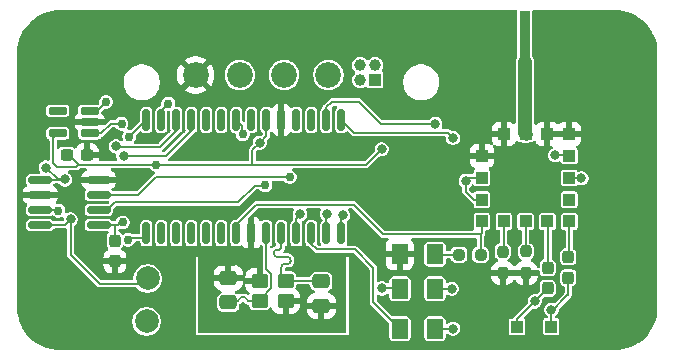
<source format=gtl>
%TF.GenerationSoftware,KiCad,Pcbnew,9.0.5+dfsg-1*%
%TF.CreationDate,2026-01-16T04:56:33+00:00*%
%TF.ProjectId,gps_2,6770735f-322e-46b6-9963-61645f706362,AA*%
%TF.SameCoordinates,Original*%
%TF.FileFunction,Copper,L1,Top*%
%TF.FilePolarity,Positive*%
%FSLAX46Y46*%
G04 Gerber Fmt 4.6, Leading zero omitted, Abs format (unit mm)*
G04 Created by KiCad (PCBNEW 9.0.5+dfsg-1) date 2026-01-16 04:56:33*
%MOMM*%
%LPD*%
G01*
G04 APERTURE LIST*
G04 Aperture macros list*
%AMRoundRect*
0 Rectangle with rounded corners*
0 $1 Rounding radius*
0 $2 $3 $4 $5 $6 $7 $8 $9 X,Y pos of 4 corners*
0 Add a 4 corners polygon primitive as box body*
4,1,4,$2,$3,$4,$5,$6,$7,$8,$9,$2,$3,0*
0 Add four circle primitives for the rounded corners*
1,1,$1+$1,$2,$3*
1,1,$1+$1,$4,$5*
1,1,$1+$1,$6,$7*
1,1,$1+$1,$8,$9*
0 Add four rect primitives between the rounded corners*
20,1,$1+$1,$2,$3,$4,$5,0*
20,1,$1+$1,$4,$5,$6,$7,0*
20,1,$1+$1,$6,$7,$8,$9,0*
20,1,$1+$1,$8,$9,$2,$3,0*%
G04 Aperture macros list end*
%TA.AperFunction,ComponentPad*%
%ADD10C,2.000000*%
%TD*%
%TA.AperFunction,ComponentPad*%
%ADD11C,6.400000*%
%TD*%
%TA.AperFunction,ComponentPad*%
%ADD12R,1.000000X1.000000*%
%TD*%
%TA.AperFunction,SMDPad,CuDef*%
%ADD13RoundRect,0.250000X0.475000X-0.337500X0.475000X0.337500X-0.475000X0.337500X-0.475000X-0.337500X0*%
%TD*%
%TA.AperFunction,SMDPad,CuDef*%
%ADD14RoundRect,0.250000X-0.475000X0.337500X-0.475000X-0.337500X0.475000X-0.337500X0.475000X0.337500X0*%
%TD*%
%TA.AperFunction,SMDPad,CuDef*%
%ADD15RoundRect,0.250000X0.450000X0.350000X-0.450000X0.350000X-0.450000X-0.350000X0.450000X-0.350000X0*%
%TD*%
%TA.AperFunction,SMDPad,CuDef*%
%ADD16RoundRect,0.150000X0.150000X-0.750000X0.150000X0.750000X-0.150000X0.750000X-0.150000X-0.750000X0*%
%TD*%
%TA.AperFunction,SMDPad,CuDef*%
%ADD17RoundRect,0.150000X-0.825000X-0.150000X0.825000X-0.150000X0.825000X0.150000X-0.825000X0.150000X0*%
%TD*%
%TA.AperFunction,SMDPad,CuDef*%
%ADD18RoundRect,0.162500X0.617500X0.162500X-0.617500X0.162500X-0.617500X-0.162500X0.617500X-0.162500X0*%
%TD*%
%TA.AperFunction,SMDPad,CuDef*%
%ADD19R,0.850000X4.560000*%
%TD*%
%TA.AperFunction,SMDPad,CuDef*%
%ADD20R,1.000000X4.560000*%
%TD*%
%TA.AperFunction,ComponentPad*%
%ADD21C,1.000000*%
%TD*%
%TA.AperFunction,ComponentPad*%
%ADD22C,2.175000*%
%TD*%
%TA.AperFunction,SMDPad,CuDef*%
%ADD23RoundRect,0.250001X0.462499X0.624999X-0.462499X0.624999X-0.462499X-0.624999X0.462499X-0.624999X0*%
%TD*%
%TA.AperFunction,SMDPad,CuDef*%
%ADD24RoundRect,0.237500X-0.237500X0.300000X-0.237500X-0.300000X0.237500X-0.300000X0.237500X0.300000X0*%
%TD*%
%TA.AperFunction,SMDPad,CuDef*%
%ADD25RoundRect,0.237500X-0.300000X-0.237500X0.300000X-0.237500X0.300000X0.237500X-0.300000X0.237500X0*%
%TD*%
%TA.AperFunction,SMDPad,CuDef*%
%ADD26RoundRect,0.237500X-0.237500X0.287500X-0.237500X-0.287500X0.237500X-0.287500X0.237500X0.287500X0*%
%TD*%
%TA.AperFunction,SMDPad,CuDef*%
%ADD27C,0.990600*%
%TD*%
%TA.AperFunction,SMDPad,CuDef*%
%ADD28R,0.990600X0.990600*%
%TD*%
%TA.AperFunction,SMDPad,CuDef*%
%ADD29RoundRect,0.237500X-0.237500X0.250000X-0.237500X-0.250000X0.237500X-0.250000X0.237500X0.250000X0*%
%TD*%
%TA.AperFunction,SMDPad,CuDef*%
%ADD30RoundRect,0.237500X0.250000X0.237500X-0.250000X0.237500X-0.250000X-0.237500X0.250000X-0.237500X0*%
%TD*%
%TA.AperFunction,SMDPad,CuDef*%
%ADD31RoundRect,0.250001X-0.462499X-0.624999X0.462499X-0.624999X0.462499X0.624999X-0.462499X0.624999X0*%
%TD*%
%TA.AperFunction,ViaPad*%
%ADD32C,0.800000*%
%TD*%
%TA.AperFunction,ViaPad*%
%ADD33C,0.762000*%
%TD*%
%TA.AperFunction,ViaPad*%
%ADD34C,0.500000*%
%TD*%
%TA.AperFunction,Conductor*%
%ADD35C,0.203200*%
%TD*%
%TA.AperFunction,Conductor*%
%ADD36C,1.200000*%
%TD*%
%TA.AperFunction,Conductor*%
%ADD37C,1.110000*%
%TD*%
G04 APERTURE END LIST*
D10*
%TO.P,TP3,1,1*%
%TO.N,/CAN_TX*%
X141160000Y-126390000D03*
%TD*%
D11*
%TO.P,H2,1,1*%
%TO.N,GND*%
X180808877Y-103632000D03*
%TD*%
D12*
%TO.P,TP2,1,1*%
%TO.N,/PIC_RX_GPS_TX*%
X172520000Y-126850000D03*
%TD*%
D13*
%TO.P,C11,1*%
%TO.N,/OSC1*%
X148070000Y-124777500D03*
%TO.P,C11,2*%
%TO.N,GND*%
X148070000Y-122702500D03*
%TD*%
D11*
%TO.P,H1,1,1*%
%TO.N,GND*%
X133818877Y-103632000D03*
%TD*%
D14*
%TO.P,C12,1*%
%TO.N,/OSC2*%
X155950000Y-123000000D03*
%TO.P,C12,2*%
%TO.N,GND*%
X155950000Y-125075000D03*
%TD*%
D15*
%TO.P,Y1,1,OSC1*%
%TO.N,/OSC2*%
X152927499Y-122950000D03*
%TO.P,Y1,2,GND*%
%TO.N,GND*%
X150727499Y-122950000D03*
%TO.P,Y1,3,OSC2*%
%TO.N,/OSC1*%
X150727499Y-124650000D03*
%TO.P,Y1,4,GND*%
%TO.N,GND*%
X152927499Y-124650000D03*
%TD*%
D16*
%TO.P,U2,1,~{MCLR}*%
%TO.N,/~{MCLR}*%
X141145000Y-118925000D03*
%TO.P,U2,2,RA0*%
%TO.N,unconnected-(U2-RA0-Pad2)*%
X142415000Y-118925000D03*
%TO.P,U2,3,RA1*%
%TO.N,unconnected-(U2-RA1-Pad3)*%
X143685000Y-118925000D03*
%TO.P,U2,4,RA2*%
%TO.N,unconnected-(U2-RA2-Pad4)*%
X144955000Y-118925000D03*
%TO.P,U2,5,RA3*%
%TO.N,unconnected-(U2-RA3-Pad5)*%
X146225000Y-118925000D03*
%TO.P,U2,6,RA4*%
%TO.N,unconnected-(U2-RA4-Pad6)*%
X147495000Y-118925000D03*
%TO.P,U2,7,RA5*%
%TO.N,/FIX*%
X148765000Y-118925000D03*
%TO.P,U2,8,VSS*%
%TO.N,GND*%
X150035000Y-118925000D03*
%TO.P,U2,9,RA7/OSC1*%
%TO.N,/OSC1*%
X151305000Y-118925000D03*
%TO.P,U2,10,RA6/OSC2*%
%TO.N,/OSC2*%
X152575000Y-118925000D03*
%TO.P,U2,11,RC0*%
%TO.N,/BLUE_LED*%
X153845000Y-118925000D03*
%TO.P,U2,12,RC1*%
%TO.N,/RED_LED*%
X155115000Y-118925000D03*
%TO.P,U2,13,RC2*%
%TO.N,/PIC_TX_GPS_RX*%
X156385000Y-118925000D03*
%TO.P,U2,14,RC3*%
%TO.N,/PIC_RX_GPS_TX*%
X157655000Y-118925000D03*
%TO.P,U2,15,RC4*%
%TO.N,/PPS*%
X157655000Y-109325000D03*
%TO.P,U2,16,RC5*%
%TO.N,/~{HWR}*%
X156385000Y-109325000D03*
%TO.P,U2,17,RC6*%
%TO.N,unconnected-(U2-RC6-Pad17)*%
X155115000Y-109325000D03*
%TO.P,U2,18,RC7*%
%TO.N,unconnected-(U2-RC7-Pad18)*%
X153845000Y-109325000D03*
%TO.P,U2,19,VSS*%
%TO.N,GND*%
X152575000Y-109325000D03*
%TO.P,U2,20,VDD*%
%TO.N,+3V3*%
X151305000Y-109325000D03*
%TO.P,U2,21,RB0*%
%TO.N,unconnected-(U2-RB0-Pad21)*%
X150035000Y-109325000D03*
%TO.P,U2,22,RB1*%
%TO.N,/CURR_SENSE*%
X148765000Y-109325000D03*
%TO.P,U2,23,RB2*%
%TO.N,unconnected-(U2-RB2-Pad23)*%
X147495000Y-109325000D03*
%TO.P,U2,24,RB3*%
%TO.N,unconnected-(U2-RB3-Pad24)*%
X146225000Y-109325000D03*
%TO.P,U2,25,RB4*%
%TO.N,/CAN_RX*%
X144955000Y-109325000D03*
%TO.P,U2,26,RB5*%
%TO.N,/CAN_TX*%
X143685000Y-109325000D03*
%TO.P,U2,27,RB6/ICSPCLK*%
%TO.N,/ICSPCLK*%
X142415000Y-109325000D03*
%TO.P,U2,28,RB7/ICSPDAT*%
%TO.N,/ICSPDAT*%
X141145000Y-109325000D03*
%TD*%
D17*
%TO.P,U3,1,TXD*%
%TO.N,/CAN_TX*%
X132152500Y-114405000D03*
%TO.P,U3,2,VSS*%
%TO.N,GND*%
X132152500Y-115675000D03*
%TO.P,U3,3,VDD*%
%TO.N,+5V*%
X132152500Y-116945000D03*
%TO.P,U3,4,RXD*%
%TO.N,/CAN_RX*%
X132152500Y-118215000D03*
%TO.P,U3,5,VIO*%
%TO.N,+3V3*%
X137102500Y-118215000D03*
%TO.P,U3,6,CANL*%
%TO.N,/CANL*%
X137102500Y-116945000D03*
%TO.P,U3,7,CANH*%
%TO.N,/CANH*%
X137102500Y-115675000D03*
%TO.P,U3,8,STBY*%
%TO.N,GND*%
X137102500Y-114405000D03*
%TD*%
D18*
%TO.P,U4,1,IN*%
%TO.N,+5V*%
X136350000Y-110467500D03*
%TO.P,U4,2,GND*%
%TO.N,GND*%
X136350000Y-109517500D03*
%TO.P,U4,3,EN*%
%TO.N,+5V*%
X136350000Y-108567500D03*
%TO.P,U4,4,BP*%
%TO.N,unconnected-(U4-BP-Pad4)*%
X133650000Y-108567500D03*
%TO.P,U4,5,OUT*%
%TO.N,+3V3*%
X133650000Y-110467500D03*
%TD*%
D12*
%TO.P,TP1,1,1*%
%TO.N,/PIC_TX_GPS_RX*%
X175420000Y-126820000D03*
%TD*%
D19*
%TO.P,J3,1*%
%TO.N,/RF_IN*%
X173177200Y-102362000D03*
D20*
%TO.P,J3,SH1*%
%TO.N,GND*%
X175947200Y-102362000D03*
%TO.P,J3,SH2*%
X170407200Y-102362000D03*
%TD*%
D12*
%TO.P,J2,1,CANH*%
%TO.N,/CANH*%
X160510000Y-105940000D03*
D21*
%TO.P,J2,2,CANL*%
%TO.N,/CANL*%
X159260000Y-105940000D03*
%TO.P,J2,3,NC*%
%TO.N,unconnected-(J2-NC-Pad3)*%
X160510000Y-104690000D03*
%TO.P,J2,4,NC*%
%TO.N,unconnected-(J2-NC-Pad4)*%
X159260000Y-104690000D03*
D22*
%TO.P,J2,A,+CHG*%
%TO.N,unconnected-(J2-+CHG-PadA)*%
X156560000Y-105520000D03*
%TO.P,J2,B,+12V*%
%TO.N,unconnected-(J2-+12V-PadB)*%
X152810000Y-105520000D03*
%TO.P,J2,C,+5V*%
%TO.N,Net-(J2-+5V)*%
X149060000Y-105520000D03*
%TO.P,J2,D,GND*%
%TO.N,GND*%
X145310000Y-105520000D03*
%TD*%
D11*
%TO.P,H4,1,1*%
%TO.N,GND*%
X133818877Y-125222000D03*
%TD*%
D23*
%TO.P,D3,1,K*%
%TO.N,Net-(D3-K)*%
X165580000Y-123620000D03*
%TO.P,D3,2,A*%
%TO.N,/BLUE_LED*%
X162605000Y-123620000D03*
%TD*%
D11*
%TO.P,H3,1,1*%
%TO.N,GND*%
X180808877Y-125222000D03*
%TD*%
D24*
%TO.P,C14,1*%
%TO.N,+3V3*%
X138479700Y-119557800D03*
%TO.P,C14,2*%
%TO.N,GND*%
X138479700Y-121282800D03*
%TD*%
D25*
%TO.P,C5,1*%
%TO.N,+3V3*%
X134387500Y-112290000D03*
%TO.P,C5,2*%
%TO.N,GND*%
X136112500Y-112290000D03*
%TD*%
D10*
%TO.P,TP4,1,1*%
%TO.N,/CAN_RX*%
X141250000Y-122750000D03*
%TD*%
D23*
%TO.P,D2,1,K*%
%TO.N,Net-(D2-K)*%
X165580000Y-127010000D03*
%TO.P,D2,2,A*%
%TO.N,/RED_LED*%
X162605000Y-127010000D03*
%TD*%
D26*
%TO.P,L1,1,1*%
%TO.N,Net-(U1-TX)*%
X175125000Y-121850000D03*
%TO.P,L1,2,2*%
%TO.N,/PIC_RX_GPS_TX*%
X175125000Y-123600000D03*
%TD*%
D27*
%TO.P,U1,1,GND*%
%TO.N,GND*%
X169550000Y-110524000D03*
D28*
%TO.P,U1,2,GND*%
X171400001Y-110524000D03*
%TO.P,U1,3,RFIN*%
%TO.N,/RF_IN*%
X173250000Y-110524000D03*
%TO.P,U1,4,GND*%
%TO.N,GND*%
X175099999Y-110524000D03*
%TO.P,U1,5,GND*%
X176950000Y-110524000D03*
%TO.P,U1,6,PPS*%
%TO.N,/PPS*%
X176950000Y-112374001D03*
%TO.P,U1,7,HWR*%
%TO.N,/~{HWR}*%
X176950000Y-114224000D03*
%TO.P,U1,8,HWS*%
%TO.N,unconnected-(U1-HWS-Pad8)*%
X176950000Y-116073999D03*
%TO.P,U1,9,RX*%
%TO.N,Net-(U1-RX)*%
X176950000Y-117924000D03*
%TO.P,U1,10,TX*%
%TO.N,Net-(U1-TX)*%
X175099999Y-117924000D03*
%TO.P,U1,11,E2*%
%TO.N,Net-(U1-E2)*%
X173250000Y-117924000D03*
%TO.P,U1,12,E3*%
%TO.N,Net-(U1-E3)*%
X171400001Y-117924000D03*
%TO.P,U1,13,FIX*%
%TO.N,/FIX*%
X169550000Y-117924000D03*
%TO.P,U1,14,BV*%
%TO.N,+3V3*%
X169550000Y-116073999D03*
%TO.P,U1,15,VCC*%
X169550000Y-114224000D03*
%TO.P,U1,16,GND*%
%TO.N,GND*%
X169550000Y-112374001D03*
%TD*%
D29*
%TO.P,R2,1*%
%TO.N,Net-(U1-E2)*%
X173285000Y-120467500D03*
%TO.P,R2,2*%
%TO.N,GND*%
X173285000Y-122292500D03*
%TD*%
D30*
%TO.P,R1,1*%
%TO.N,/FIX*%
X169437500Y-120750000D03*
%TO.P,R1,2*%
%TO.N,Net-(D1-A)*%
X167612500Y-120750000D03*
%TD*%
D29*
%TO.P,R3,1*%
%TO.N,Net-(U1-E3)*%
X171325000Y-120475000D03*
%TO.P,R3,2*%
%TO.N,GND*%
X171325000Y-122300000D03*
%TD*%
D26*
%TO.P,L2,1,1*%
%TO.N,Net-(U1-RX)*%
X176850000Y-120925000D03*
%TO.P,L2,2,2*%
%TO.N,/PIC_TX_GPS_RX*%
X176850000Y-122675000D03*
%TD*%
D31*
%TO.P,D1,1,K*%
%TO.N,GND*%
X162612500Y-120700000D03*
%TO.P,D1,2,A*%
%TO.N,Net-(D1-A)*%
X165587500Y-120700000D03*
%TD*%
D32*
%TO.N,+3V3*%
X150749000Y-111252000D03*
D33*
X139150000Y-118006250D03*
D32*
X168190000Y-114490000D03*
D33*
X141970000Y-113112500D03*
D32*
X161060000Y-111810000D03*
D33*
%TO.N,GND*%
X171657069Y-115901876D03*
X161823779Y-115285423D03*
X138637711Y-125951070D03*
X169326030Y-123048488D03*
X154000000Y-127000000D03*
X164200000Y-119900000D03*
X155200000Y-121400000D03*
X141087037Y-102733027D03*
X168803235Y-105493465D03*
X166878740Y-107983143D03*
X157600000Y-122200000D03*
X166492776Y-105076118D03*
X153845946Y-102847619D03*
X164139862Y-118045025D03*
X157600000Y-124600000D03*
X146000000Y-124600000D03*
X181804772Y-108189355D03*
X159268569Y-115784654D03*
X154400000Y-121400000D03*
X178859989Y-115883026D03*
X162200000Y-125140000D03*
X146000000Y-123000000D03*
X182048300Y-120805213D03*
X156540200Y-114757200D03*
X138201400Y-101092000D03*
X146000000Y-125400000D03*
X157600000Y-121400000D03*
X146000000Y-122200000D03*
X143868943Y-102865561D03*
X156600000Y-127000000D03*
X144079780Y-120644897D03*
X157886400Y-111607600D03*
X146000000Y-123800000D03*
X146000000Y-127000000D03*
X151600000Y-127000000D03*
X166816316Y-102620668D03*
X146508596Y-102867079D03*
X179211090Y-108124788D03*
X156800000Y-121400000D03*
X174407445Y-115762881D03*
D32*
X151250000Y-117250000D03*
D33*
X146800000Y-127000000D03*
X154800000Y-127000000D03*
X176937358Y-108079074D03*
X150000000Y-121400000D03*
X151589534Y-102824285D03*
X148400000Y-127000000D03*
X171306416Y-113214559D03*
X146800000Y-121400000D03*
X158680646Y-103271420D03*
X146000000Y-126200000D03*
X182178323Y-112866706D03*
X157600000Y-127000000D03*
X150800000Y-127000000D03*
X161206833Y-107931766D03*
X179100251Y-117776266D03*
X157600000Y-125400000D03*
X135534400Y-116814600D03*
X179489600Y-120751872D03*
X147600000Y-127000000D03*
X168780000Y-101940000D03*
X166580079Y-118146206D03*
X149200000Y-121400000D03*
X149200000Y-127000000D03*
X153909479Y-115660610D03*
X144983200Y-111353600D03*
X157600000Y-126200000D03*
X181455536Y-118002669D03*
X157600000Y-123800000D03*
X130927500Y-113370000D03*
X168849575Y-107942933D03*
X146000000Y-121400000D03*
X153200000Y-127000000D03*
X134721600Y-109524800D03*
X181566165Y-110724471D03*
X148400000Y-121400000D03*
X161477968Y-103201186D03*
X143652619Y-126072745D03*
X147600000Y-121400000D03*
X174131626Y-113323763D03*
X156000000Y-121400000D03*
X179376280Y-110166054D03*
X157600000Y-123000000D03*
X141480961Y-120789117D03*
X164082234Y-103289987D03*
X133725377Y-120753000D03*
X169221051Y-125731692D03*
X148860365Y-103151316D03*
X143706466Y-123591444D03*
X152400000Y-127000000D03*
X156163409Y-103000684D03*
X150000000Y-127000000D03*
X155600000Y-127000000D03*
X182151576Y-115984581D03*
%TO.N,+5V*%
X133690000Y-117010000D03*
X137725000Y-107810000D03*
X139040000Y-109660000D03*
D32*
%TO.N,/PIC_RX_GPS_TX*%
X157800000Y-117400000D03*
%TO.N,/PIC_TX_GPS_RX*%
X156430000Y-117260000D03*
%TO.N,/~{HWR}*%
X165600000Y-109660000D03*
%TO.N,Net-(D2-K)*%
X167100000Y-127000000D03*
%TO.N,Net-(D3-K)*%
X167000000Y-123620000D03*
D33*
%TO.N,/ICSPDAT*%
X139698755Y-110742975D03*
%TO.N,/~{MCLR}*%
X139600000Y-119470000D03*
%TO.N,/ICSPCLK*%
X143000000Y-107950000D03*
D32*
%TO.N,/PPS*%
X167100000Y-110850000D03*
X175750000Y-112300000D03*
D33*
%TO.N,/CURR_SENSE*%
X149303590Y-110557137D03*
D32*
%TO.N,/CAN_RX*%
X139210000Y-112350000D03*
X134730000Y-117760000D03*
%TO.N,/CAN_TX*%
X138571625Y-111564864D03*
X134260000Y-114370000D03*
X132645000Y-113365000D03*
D33*
%TO.N,/CANH*%
X153290000Y-114170000D03*
%TO.N,/CANL*%
X151200000Y-114860800D03*
D32*
%TO.N,/BLUE_LED*%
X154150000Y-117300000D03*
X161100000Y-123600000D03*
D34*
%TO.N,GND*%
X174250000Y-105875000D03*
X172160000Y-106570000D03*
X174250000Y-107274000D03*
X174250000Y-106575000D03*
X172160000Y-109340000D03*
X174250000Y-103776000D03*
D32*
%TO.N,/~{HWR}*%
X177980000Y-114270000D03*
D34*
%TO.N,GND*%
X174245000Y-109349000D03*
X172160000Y-104471000D03*
X172160000Y-101671000D03*
X172160000Y-103771000D03*
X174250000Y-107974000D03*
X172160000Y-105870000D03*
X174250000Y-101676000D03*
X174250000Y-108674000D03*
X172160000Y-105170000D03*
X174250000Y-102375000D03*
X174244000Y-100965000D03*
X172160000Y-102370000D03*
X172165000Y-107265000D03*
X174250000Y-103075000D03*
X174250000Y-104476000D03*
X174250000Y-105175000D03*
X172165000Y-107965000D03*
X172165000Y-108665000D03*
X172160000Y-103070000D03*
X172154000Y-100960000D03*
D32*
%TO.N,/PIC_RX_GPS_TX*%
X174025000Y-124700000D03*
%TO.N,/PIC_TX_GPS_RX*%
X175440000Y-125402600D03*
%TD*%
D35*
%TO.N,+3V3*%
X135370000Y-113066250D02*
X134378750Y-112075000D01*
X138943750Y-118006250D02*
X138735000Y-118215000D01*
X150120000Y-113112500D02*
X150120000Y-111881000D01*
X150120000Y-113112500D02*
X159757500Y-113112500D01*
X135370000Y-113112500D02*
X135370000Y-113066250D01*
X168190000Y-115400000D02*
X168863999Y-116073999D01*
X138735000Y-118215000D02*
X138480800Y-118215000D01*
X138480800Y-118215000D02*
X138479700Y-118216100D01*
X150120000Y-113112500D02*
X149880000Y-113112500D01*
X150749000Y-111252000D02*
X151305000Y-110696000D01*
X151305000Y-110696000D02*
X151305000Y-109325000D01*
X133610000Y-113300000D02*
X133260000Y-112950000D01*
X138479700Y-118216100D02*
X138479700Y-119557800D01*
X138480800Y-118215000D02*
X137102500Y-118215000D01*
X133260000Y-110857500D02*
X133650000Y-110467500D01*
X159757500Y-113112500D02*
X161060000Y-111810000D01*
X168863999Y-116073999D02*
X169550000Y-116073999D01*
X149880000Y-113112500D02*
X135370000Y-113112500D01*
X139150000Y-118006250D02*
X138943750Y-118006250D01*
X168456000Y-114224000D02*
X169550000Y-114224000D01*
X168190000Y-114490000D02*
X168456000Y-114224000D01*
X135182500Y-113300000D02*
X133610000Y-113300000D01*
X135370000Y-113112500D02*
X135182500Y-113300000D01*
X168190000Y-114490000D02*
X168190000Y-115400000D01*
X150120000Y-111881000D02*
X150749000Y-111252000D01*
X133260000Y-112950000D02*
X133260000Y-110857500D01*
%TO.N,+5V*%
X138133243Y-109660000D02*
X139040000Y-109660000D01*
X136967500Y-108567500D02*
X137725000Y-107810000D01*
X133625000Y-116945000D02*
X133690000Y-117010000D01*
X132152500Y-116945000D02*
X133625000Y-116945000D01*
X136350000Y-110467500D02*
X137325743Y-110467500D01*
X137325743Y-110467500D02*
X138133243Y-109660000D01*
X136350000Y-108567500D02*
X136967500Y-108567500D01*
%TO.N,/PIC_RX_GPS_TX*%
X157655000Y-118925000D02*
X157655000Y-117545000D01*
X157655000Y-117545000D02*
X157800000Y-117400000D01*
X174025000Y-124700000D02*
X172520000Y-126205000D01*
%TO.N,/PIC_TX_GPS_RX*%
X156385000Y-118925000D02*
X156385000Y-117305000D01*
X176787500Y-124187500D02*
X175420000Y-125555000D01*
X156385000Y-117305000D02*
X156430000Y-117260000D01*
%TO.N,/OSC1*%
X151305000Y-121934555D02*
X151733299Y-122362854D01*
X150727499Y-124650000D02*
X149756688Y-124650000D01*
X149466436Y-124359748D02*
X149156688Y-124359748D01*
X151733299Y-123537146D02*
X150727499Y-124542946D01*
X148321447Y-124650000D02*
X148197500Y-124650000D01*
X148866436Y-124650000D02*
X148556688Y-124650000D01*
X151733299Y-122362854D02*
X151733299Y-123537146D01*
X151305000Y-118925000D02*
X151305000Y-121934555D01*
X148197500Y-124650000D02*
X148070000Y-124777500D01*
X148556688Y-124650000D02*
X148321447Y-124650000D01*
X149156688Y-124359748D02*
G75*
G03*
X149011548Y-124504874I12J-145152D01*
G01*
X149756688Y-124650000D02*
G75*
G02*
X149611600Y-124504874I12J145100D01*
G01*
X149611562Y-124504874D02*
G75*
G03*
X149466436Y-124359738I-145162J-26D01*
G01*
X149011562Y-124504874D02*
G75*
G02*
X148866436Y-124650062I-145162J-26D01*
G01*
%TO.N,/OSC2*%
X152575000Y-118925000D02*
X152575000Y-120081725D01*
X152190675Y-120921725D02*
X153109343Y-120921725D01*
X151950675Y-120561725D02*
X151950675Y-120681725D01*
X152575000Y-121761725D02*
X152575000Y-122385145D01*
X152927499Y-122950000D02*
X155900000Y-122950000D01*
X153349343Y-121161725D02*
X153349343Y-121281725D01*
X152575000Y-122385145D02*
X152575000Y-122597501D01*
X153109343Y-121521725D02*
X152815000Y-121521725D01*
X155900000Y-122950000D02*
X155950000Y-123000000D01*
X152335000Y-120321725D02*
X152190675Y-120321725D01*
X153349343Y-121281725D02*
G75*
G02*
X153109343Y-121521743I-240043J25D01*
G01*
X152815000Y-121521725D02*
G75*
G03*
X152575025Y-121761725I0J-239975D01*
G01*
X153109343Y-120921725D02*
G75*
G02*
X153349275Y-121161725I-43J-239975D01*
G01*
X151950675Y-120681725D02*
G75*
G03*
X152190675Y-120921725I240025J25D01*
G01*
X152575000Y-120081725D02*
G75*
G02*
X152335000Y-120321700I-240000J25D01*
G01*
X152190675Y-120321725D02*
G75*
G03*
X151950725Y-120561725I25J-239975D01*
G01*
%TO.N,/~{HWR}*%
X156385000Y-108265000D02*
X156840000Y-107810000D01*
X156385000Y-109325000D02*
X156385000Y-108265000D01*
X156840000Y-107810000D02*
X159160000Y-107810000D01*
X159160000Y-107810000D02*
X159330000Y-107980000D01*
X159330000Y-107980000D02*
X161010000Y-109660000D01*
X161010000Y-109660000D02*
X165600000Y-109660000D01*
X177934000Y-114224000D02*
X177980000Y-114270000D01*
X176950000Y-114224000D02*
X177934000Y-114224000D01*
%TO.N,Net-(D2-K)*%
X167100000Y-127000000D02*
X165590000Y-127000000D01*
X165590000Y-127000000D02*
X165580000Y-127010000D01*
%TO.N,Net-(D3-K)*%
X167000000Y-123620000D02*
X165580000Y-123620000D01*
%TO.N,/ICSPDAT*%
X139931730Y-110510000D02*
X139960000Y-110510000D01*
X139698755Y-110742975D02*
X139931730Y-110510000D01*
X139960000Y-110510000D02*
X141145000Y-109325000D01*
%TO.N,/~{MCLR}*%
X139600000Y-119470000D02*
X139780000Y-119290000D01*
X139780000Y-119290000D02*
X140780000Y-119290000D01*
X140780000Y-119290000D02*
X141145000Y-118925000D01*
%TO.N,/ICSPCLK*%
X143000000Y-107950000D02*
X142415000Y-108535000D01*
%TO.N,Net-(U1-TX)*%
X175150000Y-117974001D02*
X175099999Y-117924000D01*
X175150000Y-121825000D02*
X175150000Y-117974001D01*
%TO.N,/FIX*%
X161186843Y-119005350D02*
X169469650Y-119005350D01*
X169550000Y-117924000D02*
X169550000Y-118925000D01*
X150450000Y-116500000D02*
X158681493Y-116500000D01*
X158681493Y-116500000D02*
X161186843Y-119005350D01*
X148765000Y-118185000D02*
X150450000Y-116500000D01*
X148765000Y-118925000D02*
X148765000Y-118185000D01*
X169550000Y-118925000D02*
X169469650Y-119005350D01*
%TO.N,/PPS*%
X175750000Y-112300000D02*
X176875999Y-112300000D01*
X157655000Y-109325000D02*
X158730000Y-110400000D01*
X158730000Y-110400000D02*
X166650000Y-110400000D01*
X176875999Y-112300000D02*
X176950000Y-112374001D01*
X166650000Y-110400000D02*
X167100000Y-110850000D01*
%TO.N,/CURR_SENSE*%
X149250000Y-110503547D02*
X149250000Y-109810000D01*
X149250000Y-109810000D02*
X148765000Y-109325000D01*
X149303590Y-110557137D02*
X149250000Y-110503547D01*
%TO.N,/CAN_RX*%
X134275000Y-118215000D02*
X134730000Y-117760000D01*
X144955000Y-110224999D02*
X144955000Y-109325000D01*
X132152500Y-118215000D02*
X134275000Y-118215000D01*
X137200213Y-123215400D02*
X140784600Y-123215400D01*
X134730000Y-117760000D02*
X134730000Y-120745187D01*
X139210000Y-112350000D02*
X142829999Y-112350000D01*
X134730000Y-120745187D02*
X137200213Y-123215400D01*
X142829999Y-112350000D02*
X144955000Y-110224999D01*
X140784600Y-123215400D02*
X141250000Y-122750000D01*
%TO.N,/CAN_TX*%
X134225000Y-114405000D02*
X134260000Y-114370000D01*
X138571625Y-111564864D02*
X138654161Y-111647400D01*
X143685000Y-110224999D02*
X143685000Y-109325000D01*
X132645000Y-113365000D02*
X133650000Y-114370000D01*
X132152500Y-114405000D02*
X134225000Y-114405000D01*
X138654161Y-111647400D02*
X142262599Y-111647400D01*
X142262599Y-111647400D02*
X143685000Y-110224999D01*
X133650000Y-114370000D02*
X134260000Y-114370000D01*
%TO.N,/CANH*%
X141931800Y-114178200D02*
X140425000Y-115685000D01*
X140415000Y-115675000D02*
X137102500Y-115675000D01*
X140425000Y-115685000D02*
X140415000Y-115675000D01*
X152238200Y-114178200D02*
X141931800Y-114178200D01*
X152246400Y-114170000D02*
X152238200Y-114178200D01*
X153290000Y-114170000D02*
X152246400Y-114170000D01*
%TO.N,/CANL*%
X151200000Y-114860800D02*
X151160800Y-114900000D01*
X137815000Y-116945000D02*
X137102500Y-116945000D01*
X151160800Y-114900000D02*
X150300000Y-114900000D01*
X138479200Y-116280800D02*
X137815000Y-116945000D01*
X148919200Y-116280800D02*
X138479200Y-116280800D01*
X150300000Y-114900000D02*
X148919200Y-116280800D01*
%TO.N,/RED_LED*%
X155115000Y-118925000D02*
X155115000Y-119824999D01*
X155115000Y-119824999D02*
X155590001Y-120300000D01*
X160350000Y-124755000D02*
X162605000Y-127010000D01*
X160350000Y-121850000D02*
X160350000Y-124755000D01*
X158800000Y-120300000D02*
X160350000Y-121850000D01*
X155590001Y-120300000D02*
X158800000Y-120300000D01*
%TO.N,/BLUE_LED*%
X153845000Y-117705000D02*
X153845000Y-118925000D01*
X161100000Y-123600000D02*
X162585000Y-123600000D01*
X154150000Y-117300000D02*
X153845000Y-117705000D01*
X162585000Y-123600000D02*
X162605000Y-123620000D01*
%TO.N,/PIC_TX_GPS_RX*%
X176850000Y-122675000D02*
X176850000Y-124125000D01*
%TO.N,Net-(U1-E2)*%
X173250000Y-117924000D02*
X173250000Y-120432500D01*
%TO.N,Net-(D1-A)*%
X165637500Y-120750000D02*
X165587500Y-120700000D01*
%TO.N,Net-(U1-E3)*%
X171400001Y-120399999D02*
X171325000Y-120475000D01*
%TO.N,/FIX*%
X169437500Y-120525000D02*
X169487500Y-120475000D01*
X169437500Y-120750000D02*
X169437500Y-119037500D01*
D36*
%TO.N,/RF_IN*%
X173200000Y-104455000D02*
X173200000Y-110474000D01*
D35*
%TO.N,Net-(U1-E3)*%
X171400001Y-117924000D02*
X171400001Y-120399999D01*
%TO.N,Net-(D1-A)*%
X167612500Y-120750000D02*
X165637500Y-120750000D01*
D37*
%TO.N,/RF_IN*%
X173200000Y-110474000D02*
X173250000Y-110524000D01*
D35*
%TO.N,Net-(U1-E2)*%
X173250000Y-120432500D02*
X173285000Y-120467500D01*
%TO.N,/FIX*%
X169437500Y-119037500D02*
X169469650Y-119005350D01*
%TO.N,/PIC_TX_GPS_RX*%
X175420000Y-125555000D02*
X175420000Y-126820000D01*
%TO.N,/PIC_RX_GPS_TX*%
X172520000Y-126205000D02*
X172520000Y-126850000D01*
%TO.N,Net-(U1-RX)*%
X176950000Y-120825000D02*
X176850000Y-120925000D01*
%TO.N,/PIC_RX_GPS_TX*%
X175125000Y-123600000D02*
X174025000Y-124700000D01*
%TO.N,Net-(U1-RX)*%
X176950000Y-117924000D02*
X176950000Y-120825000D01*
%TO.N,/PIC_TX_GPS_RX*%
X176850000Y-124125000D02*
X176787500Y-124187500D01*
%TD*%
%TA.AperFunction,Conductor*%
%TO.N,GND*%
G36*
X151002900Y-121773237D02*
G01*
X150983215Y-121840276D01*
X150977499Y-121847369D01*
X150977499Y-122826000D01*
X150957814Y-122893039D01*
X150905010Y-122938794D01*
X150853499Y-122950000D01*
X150727499Y-122950000D01*
X150727499Y-123076000D01*
X150707814Y-123143039D01*
X150655010Y-123188794D01*
X150603499Y-123200000D01*
X149531940Y-123200000D01*
X149527500Y-123235530D01*
X149527500Y-123349986D01*
X149537993Y-123452697D01*
X149593140Y-123619119D01*
X149593142Y-123619124D01*
X149685183Y-123768345D01*
X149809155Y-123892317D01*
X149838300Y-123910294D01*
X149847787Y-123920842D01*
X149860284Y-123927556D01*
X149870686Y-123946300D01*
X149885024Y-123962242D01*
X149887302Y-123976244D01*
X149894186Y-123988649D01*
X149892802Y-124010044D01*
X149896245Y-124031205D01*
X149890503Y-124045578D01*
X149889676Y-124058373D01*
X149872973Y-124089465D01*
X149869570Y-124094076D01*
X149813923Y-124136327D01*
X149744267Y-124141786D01*
X149707787Y-124127823D01*
X149661343Y-124101002D01*
X149639092Y-124088152D01*
X149639091Y-124088151D01*
X149639090Y-124088151D01*
X149525377Y-124057661D01*
X149525373Y-124057660D01*
X149513854Y-124057657D01*
X149513854Y-124057656D01*
X149506234Y-124057654D01*
X149506208Y-124057648D01*
X149466518Y-124057648D01*
X149466512Y-124057648D01*
X149466477Y-124057647D01*
X149418663Y-124057636D01*
X149418661Y-124057636D01*
X149409033Y-124057634D01*
X149408855Y-124057648D01*
X149204523Y-124057648D01*
X149204511Y-124057644D01*
X149156663Y-124057648D01*
X149109351Y-124057648D01*
X149109080Y-124057664D01*
X149097791Y-124057665D01*
X149097790Y-124057665D01*
X148984068Y-124088142D01*
X148984066Y-124088143D01*
X148966189Y-124098464D01*
X148955724Y-124101002D01*
X148947081Y-124107421D01*
X148922364Y-124109093D01*
X148898288Y-124114933D01*
X148886275Y-124111535D01*
X148877371Y-124112138D01*
X148859232Y-124103887D01*
X148844349Y-124099678D01*
X148837160Y-124095717D01*
X148757882Y-124037207D01*
X148684166Y-124011412D01*
X148675078Y-124006405D01*
X148657483Y-123988674D01*
X148637191Y-123974120D01*
X148633300Y-123964304D01*
X148625863Y-123956810D01*
X148620648Y-123932387D01*
X148611444Y-123909168D01*
X148613477Y-123898806D01*
X148611273Y-123888481D01*
X148620091Y-123865112D01*
X148624901Y-123840606D01*
X148632212Y-123832990D01*
X148635940Y-123823111D01*
X148655991Y-123808220D01*
X148673288Y-123790203D01*
X148690764Y-123782397D01*
X148692034Y-123781454D01*
X148693025Y-123781386D01*
X148695918Y-123780095D01*
X148864119Y-123724358D01*
X148864124Y-123724356D01*
X149013345Y-123632315D01*
X149137315Y-123508345D01*
X149229356Y-123359124D01*
X149229358Y-123359119D01*
X149281966Y-123200358D01*
X149291591Y-123123336D01*
X149294999Y-123089985D01*
X149295000Y-123089973D01*
X149295000Y-122952500D01*
X146845001Y-122952500D01*
X146845001Y-123089986D01*
X146855494Y-123192697D01*
X146910641Y-123359119D01*
X146910643Y-123359124D01*
X147002684Y-123508345D01*
X147126654Y-123632315D01*
X147275875Y-123724356D01*
X147275882Y-123724359D01*
X147444081Y-123780094D01*
X147501526Y-123819866D01*
X147528350Y-123884382D01*
X147516035Y-123953158D01*
X147468493Y-124004358D01*
X147446035Y-124014841D01*
X147404422Y-124029402D01*
X147382118Y-124037207D01*
X147382117Y-124037207D01*
X147382116Y-124037208D01*
X147272850Y-124117850D01*
X147192207Y-124227117D01*
X147192206Y-124227119D01*
X147147353Y-124355298D01*
X147147353Y-124355300D01*
X147144500Y-124385730D01*
X147144500Y-125169269D01*
X147147353Y-125199699D01*
X147147353Y-125199701D01*
X147192206Y-125327880D01*
X147192207Y-125327882D01*
X147272850Y-125437150D01*
X147382118Y-125517793D01*
X147424845Y-125532744D01*
X147510299Y-125562646D01*
X147540730Y-125565500D01*
X147540734Y-125565500D01*
X148599270Y-125565500D01*
X148629699Y-125562646D01*
X148629701Y-125562646D01*
X148693790Y-125540219D01*
X148757882Y-125517793D01*
X148867150Y-125437150D01*
X148947793Y-125327882D01*
X148983879Y-125224755D01*
X148992646Y-125199701D01*
X148992646Y-125199699D01*
X148995500Y-125169269D01*
X148995500Y-125018419D01*
X149015185Y-124951380D01*
X149042917Y-124920894D01*
X149049842Y-124915455D01*
X149141104Y-124862738D01*
X149224355Y-124779451D01*
X149225445Y-124777561D01*
X149235007Y-124770053D01*
X149260817Y-124759741D01*
X149285205Y-124746418D01*
X149292809Y-124746960D01*
X149299891Y-124744131D01*
X149327179Y-124749410D01*
X149354898Y-124751387D01*
X149362438Y-124756232D01*
X149368488Y-124757403D01*
X149377189Y-124765711D01*
X149399282Y-124779908D01*
X149482066Y-124862712D01*
X149482069Y-124862715D01*
X149584043Y-124921606D01*
X149697784Y-124952095D01*
X149704503Y-124952095D01*
X149771541Y-124971780D01*
X149817296Y-125024584D01*
X149827960Y-125064518D01*
X149829852Y-125084699D01*
X149829852Y-125084701D01*
X149874705Y-125212880D01*
X149874706Y-125212882D01*
X149955349Y-125322150D01*
X150064617Y-125402793D01*
X150107344Y-125417744D01*
X150192798Y-125447646D01*
X150223229Y-125450500D01*
X150223233Y-125450500D01*
X151231769Y-125450500D01*
X151262198Y-125447646D01*
X151262200Y-125447646D01*
X151326289Y-125425219D01*
X151390381Y-125402793D01*
X151499649Y-125322150D01*
X151560724Y-125239395D01*
X151616369Y-125197147D01*
X151686025Y-125191688D01*
X151747574Y-125224755D01*
X151778198Y-125274026D01*
X151793141Y-125319121D01*
X151793142Y-125319124D01*
X151885183Y-125468345D01*
X152009153Y-125592315D01*
X152158374Y-125684356D01*
X152158379Y-125684358D01*
X152324801Y-125739505D01*
X152324808Y-125739506D01*
X152427518Y-125749999D01*
X152677498Y-125749999D01*
X153177499Y-125749999D01*
X153427471Y-125749999D01*
X153427485Y-125749998D01*
X153530196Y-125739505D01*
X153696618Y-125684358D01*
X153696623Y-125684356D01*
X153845844Y-125592315D01*
X153969814Y-125468345D01*
X153973428Y-125462486D01*
X154725001Y-125462486D01*
X154735494Y-125565197D01*
X154790641Y-125731619D01*
X154790643Y-125731624D01*
X154882684Y-125880845D01*
X155006654Y-126004815D01*
X155155875Y-126096856D01*
X155155880Y-126096858D01*
X155322302Y-126152005D01*
X155322309Y-126152006D01*
X155425019Y-126162499D01*
X155699999Y-126162499D01*
X156200000Y-126162499D01*
X156474972Y-126162499D01*
X156474986Y-126162498D01*
X156577697Y-126152005D01*
X156744119Y-126096858D01*
X156744124Y-126096856D01*
X156893345Y-126004815D01*
X157017315Y-125880845D01*
X157109356Y-125731624D01*
X157109358Y-125731619D01*
X157164505Y-125565197D01*
X157164506Y-125565190D01*
X157174999Y-125462486D01*
X157175000Y-125462473D01*
X157175000Y-125325000D01*
X156200000Y-125325000D01*
X156200000Y-126162499D01*
X155699999Y-126162499D01*
X155700000Y-126162498D01*
X155700000Y-125325000D01*
X154725001Y-125325000D01*
X154725001Y-125462486D01*
X153973428Y-125462486D01*
X154061855Y-125319124D01*
X154061857Y-125319119D01*
X154089853Y-125234634D01*
X154117004Y-125152697D01*
X154117005Y-125152690D01*
X154127498Y-125049986D01*
X154127499Y-125049973D01*
X154127499Y-124900000D01*
X153177499Y-124900000D01*
X153177499Y-125749999D01*
X152677498Y-125749999D01*
X152677499Y-125749998D01*
X152677499Y-124774000D01*
X152697184Y-124706961D01*
X152749988Y-124661206D01*
X152801499Y-124650000D01*
X152927499Y-124650000D01*
X152927499Y-124524000D01*
X152947184Y-124456961D01*
X152999988Y-124411206D01*
X153051499Y-124400000D01*
X154127498Y-124400000D01*
X154127498Y-124250028D01*
X154127497Y-124250013D01*
X154117004Y-124147302D01*
X154061857Y-123980880D01*
X154061855Y-123980875D01*
X153969814Y-123831654D01*
X153845844Y-123707684D01*
X153816697Y-123689706D01*
X153769972Y-123637758D01*
X153758751Y-123568795D01*
X153764047Y-123545288D01*
X153770258Y-123526477D01*
X153780292Y-123512882D01*
X153825145Y-123384699D01*
X153827999Y-123354266D01*
X153827999Y-123351606D01*
X153832749Y-123337221D01*
X153844951Y-123319556D01*
X153852897Y-123299612D01*
X153864414Y-123291381D01*
X153872460Y-123279734D01*
X153892275Y-123271470D01*
X153909743Y-123258988D01*
X153930706Y-123255444D01*
X153936948Y-123252842D01*
X153941408Y-123253635D01*
X153950496Y-123252100D01*
X154900500Y-123252100D01*
X154967539Y-123271785D01*
X155013294Y-123324589D01*
X155024500Y-123376100D01*
X155024500Y-123391769D01*
X155027353Y-123422199D01*
X155027353Y-123422201D01*
X155072206Y-123550380D01*
X155072207Y-123550382D01*
X155152850Y-123659650D01*
X155262118Y-123740293D01*
X155326033Y-123762658D01*
X155382807Y-123803378D01*
X155408555Y-123868330D01*
X155395099Y-123936892D01*
X155346712Y-123987295D01*
X155324082Y-123997404D01*
X155155878Y-124053142D01*
X155155875Y-124053143D01*
X155006654Y-124145184D01*
X154882684Y-124269154D01*
X154790643Y-124418375D01*
X154790641Y-124418380D01*
X154735494Y-124584802D01*
X154735493Y-124584809D01*
X154725000Y-124687513D01*
X154725000Y-124825000D01*
X157174999Y-124825000D01*
X157174999Y-124687528D01*
X157174998Y-124687513D01*
X157164505Y-124584802D01*
X157109358Y-124418380D01*
X157109356Y-124418375D01*
X157017315Y-124269154D01*
X156893345Y-124145184D01*
X156744124Y-124053143D01*
X156744119Y-124053141D01*
X156575917Y-123997405D01*
X156518472Y-123957633D01*
X156491649Y-123893117D01*
X156503964Y-123824341D01*
X156551507Y-123773141D01*
X156573966Y-123762658D01*
X156573972Y-123762656D01*
X156637882Y-123740293D01*
X156747150Y-123659650D01*
X156827793Y-123550382D01*
X156850219Y-123486290D01*
X156872646Y-123422201D01*
X156872646Y-123422199D01*
X156875500Y-123391769D01*
X156875500Y-122608230D01*
X156872646Y-122577800D01*
X156872646Y-122577798D01*
X156827793Y-122449619D01*
X156827792Y-122449617D01*
X156794611Y-122404658D01*
X156747150Y-122340350D01*
X156637882Y-122259707D01*
X156637880Y-122259706D01*
X156509700Y-122214853D01*
X156479270Y-122212000D01*
X156479266Y-122212000D01*
X155420734Y-122212000D01*
X155420730Y-122212000D01*
X155390300Y-122214853D01*
X155390298Y-122214853D01*
X155262119Y-122259706D01*
X155262117Y-122259707D01*
X155152850Y-122340350D01*
X155072207Y-122449617D01*
X155031883Y-122564856D01*
X154991161Y-122621631D01*
X154926208Y-122647378D01*
X154914842Y-122647900D01*
X153950496Y-122647900D01*
X153883457Y-122628215D01*
X153837702Y-122575411D01*
X153827038Y-122535479D01*
X153825145Y-122515300D01*
X153825145Y-122515298D01*
X153780292Y-122387119D01*
X153780291Y-122387117D01*
X153699649Y-122277850D01*
X153590381Y-122197207D01*
X153590379Y-122197206D01*
X153462199Y-122152353D01*
X153431769Y-122149500D01*
X153431765Y-122149500D01*
X153001100Y-122149500D01*
X152992414Y-122146949D01*
X152983453Y-122148238D01*
X152959412Y-122137259D01*
X152934061Y-122129815D01*
X152928133Y-122122974D01*
X152919897Y-122119213D01*
X152905607Y-122096978D01*
X152888306Y-122077011D01*
X152886018Y-122066496D01*
X152882123Y-122060435D01*
X152877100Y-122025500D01*
X152877100Y-121947825D01*
X152896785Y-121880786D01*
X152949589Y-121835031D01*
X153001100Y-121823825D01*
X153051836Y-121823825D01*
X153051976Y-121823835D01*
X153057992Y-121823834D01*
X153058049Y-121823850D01*
X153109397Y-121823842D01*
X153109397Y-121823843D01*
X153170458Y-121823833D01*
X153170472Y-121823833D01*
X153289548Y-121796637D01*
X153289548Y-121796636D01*
X153289552Y-121796636D01*
X153399598Y-121743627D01*
X153495093Y-121667464D01*
X153571249Y-121571964D01*
X153624249Y-121461914D01*
X153651437Y-121342830D01*
X153651439Y-121321511D01*
X153651443Y-121321497D01*
X153651443Y-121279985D01*
X153651448Y-121233908D01*
X153651447Y-121233905D01*
X153651448Y-121224551D01*
X153651443Y-121224471D01*
X153651443Y-121114225D01*
X153651380Y-121113272D01*
X153651382Y-121100682D01*
X153624215Y-120981593D01*
X153571230Y-120871534D01*
X153571227Y-120871530D01*
X153571226Y-120871528D01*
X153495088Y-120776027D01*
X153495086Y-120776025D01*
X153495085Y-120776024D01*
X153399597Y-120699852D01*
X153399595Y-120699851D01*
X153399594Y-120699850D01*
X153289555Y-120646836D01*
X153230012Y-120633236D01*
X153170471Y-120619636D01*
X153170468Y-120619635D01*
X153170464Y-120619635D01*
X153157318Y-120619633D01*
X153157318Y-120619632D01*
X153149136Y-120619630D01*
X153149115Y-120619625D01*
X153109399Y-120619625D01*
X153109397Y-120619625D01*
X153109341Y-120619624D01*
X153051976Y-120619614D01*
X153051836Y-120619625D01*
X152856880Y-120619625D01*
X152789841Y-120599940D01*
X152744086Y-120547136D01*
X152734142Y-120477978D01*
X152759937Y-120418307D01*
X152761294Y-120416606D01*
X152796894Y-120371970D01*
X152849902Y-120261919D01*
X152865254Y-120194687D01*
X155057453Y-120194687D01*
X155404504Y-120541738D01*
X155404506Y-120541739D01*
X155404507Y-120541740D01*
X155413853Y-120547136D01*
X155473395Y-120581514D01*
X155542167Y-120599940D01*
X155550229Y-120602100D01*
X155550232Y-120602100D01*
X158050000Y-120602100D01*
X158050000Y-120900200D01*
X158050000Y-127256000D01*
X158030315Y-127323039D01*
X157977511Y-127368794D01*
X157926000Y-127380000D01*
X145664000Y-127380000D01*
X145596961Y-127360315D01*
X145551206Y-127307511D01*
X145540000Y-127256000D01*
X145540000Y-122550026D01*
X149527499Y-122550026D01*
X149527499Y-122700000D01*
X150477499Y-122700000D01*
X150477499Y-121850000D01*
X150227528Y-121850000D01*
X150227511Y-121850001D01*
X150124801Y-121860494D01*
X149958379Y-121915641D01*
X149958374Y-121915643D01*
X149809153Y-122007684D01*
X149685183Y-122131654D01*
X149593142Y-122280875D01*
X149593140Y-122280880D01*
X149540591Y-122439464D01*
X149529503Y-122530391D01*
X149527500Y-122550006D01*
X149527499Y-122550026D01*
X145540000Y-122550026D01*
X145540000Y-122315013D01*
X146845000Y-122315013D01*
X146845000Y-122452500D01*
X147820000Y-122452500D01*
X148320000Y-122452500D01*
X149289165Y-122452500D01*
X149294999Y-122404658D01*
X149294999Y-122315028D01*
X149294998Y-122315013D01*
X149284505Y-122212302D01*
X149229358Y-122045880D01*
X149229356Y-122045875D01*
X149137315Y-121896654D01*
X149013345Y-121772684D01*
X148864124Y-121680643D01*
X148864119Y-121680641D01*
X148697697Y-121625494D01*
X148697690Y-121625493D01*
X148594986Y-121615000D01*
X148320000Y-121615000D01*
X148320000Y-122452500D01*
X147820000Y-122452500D01*
X147820000Y-121615000D01*
X147545029Y-121615000D01*
X147545012Y-121615001D01*
X147442302Y-121625494D01*
X147275880Y-121680641D01*
X147275875Y-121680643D01*
X147126654Y-121772684D01*
X147002684Y-121896654D01*
X146910643Y-122045875D01*
X146910641Y-122045880D01*
X146855494Y-122212302D01*
X146855493Y-122212309D01*
X146845000Y-122315013D01*
X145540000Y-122315013D01*
X145540000Y-120950240D01*
X145540000Y-120194687D01*
X151002900Y-120194687D01*
X151002900Y-121773237D01*
G37*
%TD.AperFunction*%
%TD*%
%TA.AperFunction,Conductor*%
%TO.N,GND*%
G36*
X153596329Y-116821785D02*
G01*
X153642084Y-116874589D01*
X153652028Y-116943747D01*
X153636678Y-116988099D01*
X153590423Y-117068215D01*
X153590423Y-117068216D01*
X153549500Y-117220943D01*
X153549500Y-117379056D01*
X153578951Y-117488971D01*
X153577288Y-117558821D01*
X153574622Y-117566322D01*
X153571220Y-117574999D01*
X153563487Y-117588394D01*
X153558125Y-117608401D01*
X153555592Y-117614864D01*
X153555463Y-117615029D01*
X153555134Y-117616015D01*
X153549974Y-117628797D01*
X153549974Y-117628798D01*
X153548768Y-117638645D01*
X153545467Y-117655643D01*
X153542900Y-117665226D01*
X153542900Y-117665228D01*
X153542900Y-117686570D01*
X153540306Y-117707750D01*
X153542900Y-117726168D01*
X153542900Y-117783145D01*
X153523215Y-117850184D01*
X153490958Y-117884059D01*
X153488520Y-117885799D01*
X153405802Y-117968516D01*
X153354426Y-118073608D01*
X153344500Y-118141739D01*
X153344500Y-119708260D01*
X153354426Y-119776391D01*
X153405803Y-119881485D01*
X153488514Y-119964196D01*
X153488515Y-119964196D01*
X153488517Y-119964198D01*
X153593607Y-120015573D01*
X153621383Y-120019620D01*
X153661739Y-120025500D01*
X153661740Y-120025500D01*
X154028261Y-120025500D01*
X154059756Y-120020911D01*
X154096393Y-120015573D01*
X154201483Y-119964198D01*
X154284198Y-119881483D01*
X154335573Y-119776393D01*
X154345500Y-119708260D01*
X154345500Y-118141740D01*
X154343602Y-118128716D01*
X154335573Y-118073607D01*
X154317779Y-118037209D01*
X154314287Y-118030067D01*
X154302528Y-117961195D01*
X154329871Y-117896898D01*
X154378244Y-117861042D01*
X154381773Y-117859579D01*
X154381784Y-117859577D01*
X154518716Y-117780520D01*
X154630520Y-117668716D01*
X154709577Y-117531784D01*
X154750500Y-117379057D01*
X154750500Y-117220943D01*
X154709577Y-117068216D01*
X154666927Y-116994344D01*
X154663322Y-116988099D01*
X154646850Y-116920199D01*
X154669703Y-116854172D01*
X154724625Y-116810982D01*
X154770710Y-116802100D01*
X155786197Y-116802100D01*
X155853236Y-116821785D01*
X155898991Y-116874589D01*
X155908935Y-116943747D01*
X155893584Y-116988100D01*
X155870424Y-117028213D01*
X155870423Y-117028216D01*
X155829500Y-117180943D01*
X155829500Y-117339057D01*
X155869670Y-117488971D01*
X155870423Y-117491783D01*
X155870426Y-117491790D01*
X155949475Y-117628709D01*
X155949481Y-117628717D01*
X156029860Y-117709096D01*
X156063345Y-117770419D01*
X156058361Y-117840111D01*
X156029860Y-117884458D01*
X155945803Y-117968514D01*
X155894426Y-118073608D01*
X155884500Y-118141739D01*
X155884500Y-119708260D01*
X155894426Y-119776392D01*
X155894426Y-119776393D01*
X155915471Y-119819441D01*
X155915755Y-119821110D01*
X155916864Y-119822389D01*
X155921613Y-119855423D01*
X155927229Y-119888314D01*
X155926566Y-119889870D01*
X155926808Y-119891547D01*
X155912945Y-119921902D01*
X155899886Y-119952611D01*
X155898486Y-119953563D01*
X155897783Y-119955103D01*
X155869707Y-119973146D01*
X155842121Y-119991917D01*
X155839973Y-119992254D01*
X155839005Y-119992877D01*
X155804070Y-119997900D01*
X155766497Y-119997900D01*
X155699458Y-119978215D01*
X155678816Y-119961581D01*
X155631419Y-119914184D01*
X155597934Y-119852861D01*
X155602744Y-119785599D01*
X155602730Y-119785595D01*
X155602748Y-119785533D01*
X155602918Y-119783169D01*
X155604916Y-119778519D01*
X155605573Y-119776392D01*
X155615500Y-119708260D01*
X155615500Y-118141739D01*
X155605573Y-118073608D01*
X155587779Y-118037209D01*
X155554198Y-117968517D01*
X155554196Y-117968515D01*
X155554196Y-117968514D01*
X155471485Y-117885803D01*
X155462030Y-117881181D01*
X155366393Y-117834427D01*
X155366391Y-117834426D01*
X155298261Y-117824500D01*
X155298260Y-117824500D01*
X154931740Y-117824500D01*
X154931739Y-117824500D01*
X154863608Y-117834426D01*
X154768116Y-117881108D01*
X154768113Y-117881110D01*
X154758517Y-117885802D01*
X154675802Y-117968517D01*
X154675458Y-117969219D01*
X154675457Y-117969221D01*
X154624426Y-118073608D01*
X154614500Y-118141739D01*
X154614500Y-119708260D01*
X154624426Y-119776391D01*
X154675803Y-119881485D01*
X154758514Y-119964196D01*
X154758515Y-119964196D01*
X154758517Y-119964198D01*
X154863607Y-120015573D01*
X154863608Y-120015573D01*
X154872259Y-120019802D01*
X154870991Y-120022394D01*
X154906650Y-120043883D01*
X155057454Y-120194687D01*
X152865254Y-120194687D01*
X152877094Y-120142832D01*
X152877096Y-120121511D01*
X152877100Y-120121497D01*
X152877100Y-120077275D01*
X152877101Y-120066841D01*
X152896792Y-119999805D01*
X152929051Y-119965934D01*
X152931477Y-119964200D01*
X152931483Y-119964198D01*
X153014198Y-119881483D01*
X153065573Y-119776393D01*
X153075500Y-119708260D01*
X153075500Y-118141740D01*
X153065573Y-118073607D01*
X153014198Y-117968517D01*
X153014196Y-117968515D01*
X153014196Y-117968514D01*
X152931485Y-117885803D01*
X152922030Y-117881181D01*
X152826393Y-117834427D01*
X152826391Y-117834426D01*
X152758261Y-117824500D01*
X152758260Y-117824500D01*
X152391740Y-117824500D01*
X152391739Y-117824500D01*
X152323608Y-117834426D01*
X152218514Y-117885803D01*
X152135803Y-117968514D01*
X152084426Y-118073608D01*
X152074500Y-118141739D01*
X152074500Y-119708260D01*
X152084426Y-119776391D01*
X152084427Y-119776393D01*
X152109590Y-119827866D01*
X152127209Y-119863905D01*
X152138968Y-119932778D01*
X152111624Y-119997075D01*
X152053860Y-120036382D01*
X152043416Y-120039253D01*
X152010460Y-120046779D01*
X151900401Y-120099794D01*
X151808422Y-120173160D01*
X151794209Y-120178963D01*
X151782611Y-120189014D01*
X151762525Y-120191902D01*
X151755705Y-120194687D01*
X151704101Y-120194687D01*
X151694993Y-120190527D01*
X151675041Y-120186825D01*
X151663859Y-120176309D01*
X151649897Y-120169933D01*
X151638925Y-120152860D01*
X151624143Y-120138959D01*
X151619860Y-120123195D01*
X151612123Y-120111155D01*
X151607100Y-120076220D01*
X151607100Y-120066855D01*
X151626785Y-119999816D01*
X151659049Y-119965936D01*
X151661480Y-119964199D01*
X151661483Y-119964198D01*
X151744198Y-119881483D01*
X151795573Y-119776393D01*
X151805500Y-119708260D01*
X151805500Y-118141740D01*
X151795573Y-118073607D01*
X151744198Y-117968517D01*
X151744196Y-117968515D01*
X151744196Y-117968514D01*
X151661485Y-117885803D01*
X151652030Y-117881181D01*
X151556393Y-117834427D01*
X151556391Y-117834426D01*
X151488261Y-117824500D01*
X151488260Y-117824500D01*
X151121740Y-117824500D01*
X151121739Y-117824500D01*
X151053608Y-117834426D01*
X150948513Y-117885804D01*
X150940153Y-117891773D01*
X150939358Y-117890660D01*
X150887500Y-117918972D01*
X150817809Y-117913983D01*
X150761879Y-117872107D01*
X150754419Y-117860925D01*
X150702684Y-117773446D01*
X150702678Y-117773438D01*
X150586561Y-117657321D01*
X150586552Y-117657314D01*
X150445196Y-117573717D01*
X150445193Y-117573716D01*
X150287494Y-117527900D01*
X150287497Y-117527900D01*
X150285000Y-117527703D01*
X150285000Y-120194687D01*
X149785000Y-120194687D01*
X149785000Y-117643595D01*
X149804685Y-117576556D01*
X149821319Y-117555914D01*
X149919048Y-117458186D01*
X150538815Y-116838419D01*
X150600138Y-116804934D01*
X150626496Y-116802100D01*
X153529290Y-116802100D01*
X153596329Y-116821785D01*
G37*
%TD.AperFunction*%
%TA.AperFunction,Conductor*%
G36*
X150891465Y-119935997D02*
G01*
X150909983Y-119938215D01*
X150930486Y-119952095D01*
X150938818Y-119955532D01*
X150940117Y-119956590D01*
X150944667Y-119960348D01*
X150948517Y-119964198D01*
X150950504Y-119965169D01*
X150957866Y-119971250D01*
X150975099Y-119996721D01*
X150994074Y-120020911D01*
X150995108Y-120026294D01*
X150997019Y-120029119D01*
X150997210Y-120037239D01*
X151002900Y-120066855D01*
X151002900Y-120194687D01*
X150583167Y-120194687D01*
X150586552Y-120192685D01*
X150586561Y-120192678D01*
X150702678Y-120076561D01*
X150702687Y-120076550D01*
X150754419Y-119989075D01*
X150768048Y-119976348D01*
X150777757Y-119960427D01*
X150793055Y-119952998D01*
X150805487Y-119941391D01*
X150823833Y-119938053D01*
X150840609Y-119929908D01*
X150857498Y-119931930D01*
X150874229Y-119928887D01*
X150891465Y-119935997D01*
G37*
%TD.AperFunction*%
%TA.AperFunction,Conductor*%
G36*
X180763553Y-100025632D02*
G01*
X180764909Y-100025625D01*
X180765285Y-100025524D01*
X180765870Y-100025620D01*
X180781979Y-100025538D01*
X180781980Y-100025539D01*
X180787219Y-100025512D01*
X180793271Y-100025629D01*
X181138923Y-100040876D01*
X181151052Y-100042011D01*
X181490475Y-100090737D01*
X181502424Y-100093058D01*
X181835404Y-100174924D01*
X181847082Y-100178413D01*
X182170388Y-100292624D01*
X182181671Y-100297246D01*
X182492183Y-100442699D01*
X182502947Y-100448403D01*
X182797654Y-100623688D01*
X182807810Y-100630426D01*
X182889570Y-100690676D01*
X183083840Y-100833835D01*
X183093300Y-100841553D01*
X183347977Y-101071109D01*
X183356632Y-101079719D01*
X183587509Y-101333215D01*
X183595275Y-101342635D01*
X183800099Y-101617601D01*
X183806898Y-101627733D01*
X183983695Y-101921518D01*
X183989467Y-101932275D01*
X184136511Y-102242005D01*
X184141198Y-102253279D01*
X184257073Y-102575978D01*
X184260628Y-102587657D01*
X184344206Y-102920179D01*
X184346596Y-102932152D01*
X184397069Y-103271285D01*
X184398270Y-103283435D01*
X184415278Y-103628506D01*
X184415428Y-103634510D01*
X184415428Y-103640283D01*
X184415432Y-103640289D01*
X184415448Y-103659330D01*
X184415438Y-103659363D01*
X184415448Y-103659430D01*
X184415377Y-125219986D01*
X184415228Y-125226071D01*
X184398359Y-125569423D01*
X184397166Y-125581533D01*
X184347022Y-125919576D01*
X184344648Y-125931510D01*
X184261610Y-126263019D01*
X184258077Y-126274665D01*
X184142946Y-126596432D01*
X184138289Y-126607674D01*
X183992176Y-126916601D01*
X183986440Y-126927333D01*
X183810747Y-127220457D01*
X183803986Y-127230575D01*
X183600405Y-127505070D01*
X183592686Y-127514477D01*
X183363178Y-127767699D01*
X183354573Y-127776303D01*
X183101360Y-128005801D01*
X183091953Y-128013521D01*
X182817463Y-128217094D01*
X182807346Y-128223854D01*
X182514219Y-128399547D01*
X182503487Y-128405284D01*
X182194551Y-128551399D01*
X182183308Y-128556056D01*
X181861535Y-128671186D01*
X181849890Y-128674718D01*
X181518390Y-128757752D01*
X181506455Y-128760126D01*
X181168411Y-128810269D01*
X181156301Y-128811462D01*
X180862822Y-128825878D01*
X180811462Y-128828401D01*
X180805383Y-128828550D01*
X133821907Y-128828550D01*
X133815823Y-128828401D01*
X133786606Y-128826965D01*
X133471454Y-128811480D01*
X133459345Y-128810287D01*
X133156545Y-128765369D01*
X133121300Y-128760141D01*
X133109370Y-128757768D01*
X132777857Y-128674726D01*
X132766217Y-128671195D01*
X132664164Y-128634679D01*
X132444452Y-128556064D01*
X132433210Y-128551407D01*
X132124275Y-128405290D01*
X132113548Y-128399557D01*
X131820416Y-128223858D01*
X131810299Y-128217098D01*
X131535812Y-128013523D01*
X131526420Y-128005816D01*
X131273181Y-127776293D01*
X131264584Y-127767695D01*
X131035086Y-127514481D01*
X131027366Y-127505075D01*
X130963425Y-127418860D01*
X130823781Y-127230571D01*
X130817023Y-127220456D01*
X130788024Y-127172074D01*
X130641331Y-126927329D01*
X130635600Y-126916608D01*
X130604492Y-126850836D01*
X130500652Y-126631282D01*
X130489480Y-126607660D01*
X130484829Y-126596432D01*
X130377159Y-126295513D01*
X139959500Y-126295513D01*
X139959500Y-126484486D01*
X139989059Y-126671118D01*
X140047454Y-126850836D01*
X140086432Y-126927333D01*
X140133240Y-127019199D01*
X140244310Y-127172073D01*
X140377927Y-127305690D01*
X140530801Y-127416760D01*
X140603726Y-127453917D01*
X140699163Y-127502545D01*
X140699165Y-127502545D01*
X140699168Y-127502547D01*
X140795497Y-127533846D01*
X140878881Y-127560940D01*
X141065514Y-127590500D01*
X141065519Y-127590500D01*
X141254486Y-127590500D01*
X141441118Y-127560940D01*
X141445325Y-127559573D01*
X141620832Y-127502547D01*
X141789199Y-127416760D01*
X141942073Y-127305690D01*
X142075690Y-127172073D01*
X142186760Y-127019199D01*
X142272547Y-126850832D01*
X142330940Y-126671118D01*
X142337249Y-126631282D01*
X142360500Y-126484486D01*
X142360500Y-126295513D01*
X142330940Y-126108881D01*
X142294100Y-125995500D01*
X142272547Y-125929168D01*
X142272545Y-125929165D01*
X142272545Y-125929163D01*
X142192118Y-125771317D01*
X142186760Y-125760801D01*
X142075690Y-125607927D01*
X141942073Y-125474310D01*
X141789199Y-125363240D01*
X141786243Y-125361734D01*
X141620836Y-125277454D01*
X141441118Y-125219059D01*
X141254486Y-125189500D01*
X141254481Y-125189500D01*
X141065519Y-125189500D01*
X141065514Y-125189500D01*
X140878881Y-125219059D01*
X140699163Y-125277454D01*
X140530800Y-125363240D01*
X140477886Y-125401685D01*
X140377927Y-125474310D01*
X140377925Y-125474312D01*
X140377924Y-125474312D01*
X140244312Y-125607924D01*
X140244312Y-125607925D01*
X140244310Y-125607927D01*
X140196610Y-125673579D01*
X140133240Y-125760800D01*
X140047454Y-125929163D01*
X139989059Y-126108881D01*
X139959500Y-126295513D01*
X130377159Y-126295513D01*
X130369698Y-126274661D01*
X130366166Y-126263019D01*
X130330402Y-126120242D01*
X130283126Y-125931504D01*
X130280754Y-125919577D01*
X130279338Y-125910033D01*
X130230609Y-125581530D01*
X130229417Y-125569422D01*
X130212474Y-125224553D01*
X130212326Y-125218495D01*
X130212326Y-119819441D01*
X130212326Y-115925001D01*
X130680204Y-115925001D01*
X130680399Y-115927486D01*
X130726218Y-116085198D01*
X130809814Y-116226552D01*
X130809821Y-116226561D01*
X130925938Y-116342678D01*
X130925946Y-116342684D01*
X131013425Y-116394419D01*
X131061108Y-116445488D01*
X131073612Y-116514230D01*
X131046967Y-116578819D01*
X131038427Y-116588340D01*
X131038304Y-116588513D01*
X130986926Y-116693608D01*
X130977000Y-116761739D01*
X130977000Y-117128260D01*
X130986926Y-117196391D01*
X130986927Y-117196393D01*
X131029827Y-117284148D01*
X131038303Y-117301485D01*
X131121014Y-117384196D01*
X131121015Y-117384196D01*
X131121017Y-117384198D01*
X131226107Y-117435573D01*
X131254933Y-117439773D01*
X131294239Y-117445500D01*
X131294240Y-117445500D01*
X133010761Y-117445500D01*
X133050067Y-117439773D01*
X133078893Y-117435573D01*
X133143299Y-117404086D01*
X133212171Y-117392327D01*
X133276468Y-117419670D01*
X133285440Y-117427806D01*
X133332950Y-117475316D01*
X133465549Y-117551872D01*
X133613444Y-117591500D01*
X133613446Y-117591500D01*
X133766554Y-117591500D01*
X133766556Y-117591500D01*
X133914451Y-117551872D01*
X133950518Y-117531048D01*
X134018412Y-117514576D01*
X134084439Y-117537427D01*
X134127631Y-117592347D01*
X134134275Y-117661900D01*
X134132291Y-117670525D01*
X134129500Y-117680940D01*
X134129500Y-117788900D01*
X134109815Y-117855939D01*
X134057011Y-117901694D01*
X134005500Y-117912900D01*
X133369355Y-117912900D01*
X133302316Y-117893215D01*
X133268436Y-117860951D01*
X133266696Y-117858514D01*
X133183985Y-117775803D01*
X133078891Y-117724426D01*
X133010761Y-117714500D01*
X133010760Y-117714500D01*
X131294240Y-117714500D01*
X131294239Y-117714500D01*
X131226108Y-117724426D01*
X131121014Y-117775803D01*
X131038303Y-117858514D01*
X130986926Y-117963608D01*
X130977000Y-118031739D01*
X130977000Y-118398260D01*
X130986926Y-118466391D01*
X131038303Y-118571485D01*
X131121014Y-118654196D01*
X131121015Y-118654196D01*
X131121017Y-118654198D01*
X131226107Y-118705573D01*
X131260173Y-118710536D01*
X131294239Y-118715500D01*
X131294240Y-118715500D01*
X133010761Y-118715500D01*
X133033471Y-118712191D01*
X133078893Y-118705573D01*
X133183983Y-118654198D01*
X133266698Y-118571483D01*
X133266699Y-118571480D01*
X133268436Y-118569049D01*
X133271669Y-118566512D01*
X133273964Y-118564218D01*
X133274241Y-118564495D01*
X133323411Y-118525926D01*
X133369355Y-118517100D01*
X134303900Y-118517100D01*
X134370939Y-118536785D01*
X134416694Y-118589589D01*
X134427900Y-118641100D01*
X134427900Y-120784962D01*
X134448485Y-120861792D01*
X134488261Y-120930683D01*
X137014716Y-123457138D01*
X137083607Y-123496914D01*
X137160437Y-123517499D01*
X137160441Y-123517500D01*
X137239985Y-123517500D01*
X140268375Y-123517500D01*
X140335414Y-123537185D01*
X140356056Y-123553819D01*
X140467927Y-123665690D01*
X140620801Y-123776760D01*
X140660334Y-123796903D01*
X140789163Y-123862545D01*
X140789165Y-123862545D01*
X140789168Y-123862547D01*
X140885497Y-123893846D01*
X140968881Y-123920940D01*
X141155514Y-123950500D01*
X141155519Y-123950500D01*
X141344486Y-123950500D01*
X141531118Y-123920940D01*
X141710832Y-123862547D01*
X141879199Y-123776760D01*
X142032073Y-123665690D01*
X142165690Y-123532073D01*
X142276760Y-123379199D01*
X142362547Y-123210832D01*
X142420940Y-123031118D01*
X142433721Y-122950423D01*
X142450500Y-122844486D01*
X142450500Y-122655513D01*
X142420940Y-122468881D01*
X142379177Y-122340350D01*
X142362547Y-122289168D01*
X142362545Y-122289165D01*
X142362545Y-122289163D01*
X142299405Y-122165244D01*
X142276760Y-122120801D01*
X142165690Y-121967927D01*
X142032073Y-121834310D01*
X141879199Y-121723240D01*
X141834907Y-121700672D01*
X141710836Y-121637454D01*
X141531118Y-121579059D01*
X141344486Y-121549500D01*
X141344481Y-121549500D01*
X141155519Y-121549500D01*
X141155514Y-121549500D01*
X140968881Y-121579059D01*
X140789163Y-121637454D01*
X140620800Y-121723240D01*
X140533579Y-121786610D01*
X140467927Y-121834310D01*
X140467925Y-121834312D01*
X140467924Y-121834312D01*
X140334312Y-121967924D01*
X140334312Y-121967925D01*
X140334310Y-121967927D01*
X140291757Y-122026496D01*
X140223240Y-122120800D01*
X140137454Y-122289163D01*
X140079059Y-122468881D01*
X140049500Y-122655513D01*
X140049500Y-122789300D01*
X140029815Y-122856339D01*
X139977011Y-122902094D01*
X139925500Y-122913300D01*
X137376709Y-122913300D01*
X137309670Y-122893615D01*
X137289028Y-122876981D01*
X136044001Y-121631954D01*
X137504701Y-121631954D01*
X137515019Y-121732952D01*
X137569246Y-121896600D01*
X137569251Y-121896611D01*
X137659752Y-122043334D01*
X137659755Y-122043338D01*
X137781661Y-122165244D01*
X137781665Y-122165247D01*
X137928388Y-122255748D01*
X137928399Y-122255753D01*
X138092047Y-122309980D01*
X138193052Y-122320299D01*
X138229700Y-122320299D01*
X138729700Y-122320299D01*
X138766340Y-122320299D01*
X138766354Y-122320298D01*
X138867352Y-122309980D01*
X139031000Y-122255753D01*
X139031011Y-122255748D01*
X139177734Y-122165247D01*
X139177738Y-122165244D01*
X139299644Y-122043338D01*
X139299647Y-122043334D01*
X139390148Y-121896611D01*
X139390153Y-121896600D01*
X139444380Y-121732952D01*
X139454699Y-121631954D01*
X139454700Y-121631941D01*
X139454700Y-121532800D01*
X138729700Y-121532800D01*
X138729700Y-122320299D01*
X138229700Y-122320299D01*
X138229700Y-121532800D01*
X137504701Y-121532800D01*
X137504701Y-121631954D01*
X136044001Y-121631954D01*
X135068419Y-120656372D01*
X135034934Y-120595049D01*
X135032100Y-120568691D01*
X135032100Y-118350572D01*
X135051785Y-118283533D01*
X135094103Y-118243183D01*
X135098716Y-118240520D01*
X135210520Y-118128716D01*
X135266509Y-118031739D01*
X135927000Y-118031739D01*
X135927000Y-118398260D01*
X135936926Y-118466391D01*
X135988303Y-118571485D01*
X136071014Y-118654196D01*
X136071015Y-118654196D01*
X136071017Y-118654198D01*
X136176107Y-118705573D01*
X136210173Y-118710536D01*
X136244239Y-118715500D01*
X137862563Y-118715500D01*
X137929602Y-118735185D01*
X137975357Y-118787989D01*
X137985301Y-118857147D01*
X137956276Y-118920703D01*
X137936195Y-118939271D01*
X137928988Y-118944589D01*
X137850584Y-119050823D01*
X137806974Y-119175450D01*
X137804200Y-119205039D01*
X137804200Y-119910560D01*
X137806974Y-119940149D01*
X137850583Y-120064774D01*
X137898840Y-120130160D01*
X137914966Y-120152011D01*
X137919194Y-120157739D01*
X137943164Y-120223368D01*
X137927848Y-120291538D01*
X137884521Y-120336910D01*
X137781662Y-120400354D01*
X137659755Y-120522261D01*
X137659752Y-120522265D01*
X137569251Y-120668988D01*
X137569246Y-120668999D01*
X137515019Y-120832647D01*
X137504700Y-120933645D01*
X137504700Y-121032800D01*
X139454699Y-121032800D01*
X139454699Y-120951120D01*
X145320000Y-120951120D01*
X145320000Y-127580000D01*
X158270000Y-127580000D01*
X158270000Y-120899320D01*
X158050000Y-120900199D01*
X158050000Y-120602100D01*
X158623504Y-120602100D01*
X158690543Y-120621785D01*
X158711185Y-120638419D01*
X160011581Y-121938815D01*
X160045066Y-122000138D01*
X160047900Y-122026496D01*
X160047900Y-124794775D01*
X160068485Y-124871605D01*
X160108261Y-124940496D01*
X161655681Y-126487915D01*
X161689166Y-126549238D01*
X161692000Y-126575596D01*
X161692000Y-127689258D01*
X161694854Y-127719698D01*
X161694854Y-127719699D01*
X161739706Y-127847881D01*
X161739707Y-127847882D01*
X161820350Y-127957150D01*
X161929618Y-128037793D01*
X162057802Y-128082646D01*
X162057801Y-128082646D01*
X162061771Y-128083018D01*
X162088235Y-128085500D01*
X163121764Y-128085499D01*
X163152198Y-128082646D01*
X163280382Y-128037793D01*
X163389650Y-127957150D01*
X163470293Y-127847882D01*
X163515146Y-127719698D01*
X163518000Y-127689265D01*
X163517999Y-126330736D01*
X163517999Y-126330731D01*
X164667000Y-126330731D01*
X164667000Y-127689258D01*
X164669854Y-127719698D01*
X164669854Y-127719699D01*
X164714706Y-127847881D01*
X164714707Y-127847882D01*
X164795350Y-127957150D01*
X164904618Y-128037793D01*
X165032802Y-128082646D01*
X165032801Y-128082646D01*
X165036771Y-128083018D01*
X165063235Y-128085500D01*
X166096764Y-128085499D01*
X166127198Y-128082646D01*
X166255382Y-128037793D01*
X166364650Y-127957150D01*
X166445293Y-127847882D01*
X166490146Y-127719698D01*
X166493000Y-127689265D01*
X166493000Y-127541598D01*
X166512685Y-127474559D01*
X166565489Y-127428804D01*
X166634647Y-127418860D01*
X166698203Y-127447885D01*
X166704681Y-127453917D01*
X166731284Y-127480520D01*
X166731286Y-127480521D01*
X166731290Y-127480524D01*
X166837075Y-127541598D01*
X166868216Y-127559577D01*
X167020943Y-127600500D01*
X167020945Y-127600500D01*
X167179055Y-127600500D01*
X167179057Y-127600500D01*
X167331784Y-127559577D01*
X167468716Y-127480520D01*
X167580520Y-127368716D01*
X167659577Y-127231784D01*
X167700500Y-127079057D01*
X167700500Y-126920943D01*
X167659577Y-126768216D01*
X167659573Y-126768209D01*
X167580524Y-126631290D01*
X167580518Y-126631282D01*
X167468717Y-126519481D01*
X167468709Y-126519475D01*
X167331788Y-126440424D01*
X167331785Y-126440423D01*
X167255420Y-126419961D01*
X167179057Y-126399500D01*
X167020943Y-126399500D01*
X166868216Y-126440423D01*
X166868209Y-126440426D01*
X166731290Y-126519475D01*
X166731282Y-126519481D01*
X166704680Y-126546084D01*
X166643357Y-126579569D01*
X166573665Y-126574585D01*
X166517732Y-126532713D01*
X166493315Y-126467249D01*
X166492999Y-126458403D01*
X166492999Y-126330741D01*
X166492999Y-126330736D01*
X166492953Y-126330247D01*
X171819500Y-126330247D01*
X171819500Y-127369752D01*
X171831131Y-127428229D01*
X171831132Y-127428230D01*
X171875447Y-127494552D01*
X171941769Y-127538867D01*
X171941770Y-127538868D01*
X172000247Y-127550499D01*
X172000250Y-127550500D01*
X172000252Y-127550500D01*
X173039750Y-127550500D01*
X173039751Y-127550499D01*
X173054568Y-127547552D01*
X173098229Y-127538868D01*
X173098229Y-127538867D01*
X173098231Y-127538867D01*
X173164552Y-127494552D01*
X173208867Y-127428231D01*
X173208867Y-127428229D01*
X173208868Y-127428229D01*
X173220499Y-127369752D01*
X173220500Y-127369750D01*
X173220500Y-126335354D01*
X173220500Y-126330252D01*
X173214532Y-126300247D01*
X174719500Y-126300247D01*
X174719500Y-127339752D01*
X174731131Y-127398229D01*
X174731132Y-127398230D01*
X174775447Y-127464552D01*
X174841769Y-127508867D01*
X174841770Y-127508868D01*
X174900247Y-127520499D01*
X174900250Y-127520500D01*
X174900252Y-127520500D01*
X175939750Y-127520500D01*
X175939751Y-127520499D01*
X175954568Y-127517552D01*
X175998229Y-127508868D01*
X175998229Y-127508867D01*
X175998231Y-127508867D01*
X176064552Y-127464552D01*
X176108867Y-127398231D01*
X176108867Y-127398229D01*
X176108868Y-127398229D01*
X176120499Y-127339752D01*
X176120500Y-127339750D01*
X176120500Y-126300249D01*
X176120499Y-126300247D01*
X176108868Y-126241770D01*
X176108867Y-126241769D01*
X176064552Y-126175447D01*
X175998230Y-126131132D01*
X175998229Y-126131131D01*
X175939752Y-126119500D01*
X175939748Y-126119500D01*
X175862068Y-126119500D01*
X175795029Y-126099815D01*
X175749274Y-126047011D01*
X175739330Y-125977853D01*
X175768355Y-125914297D01*
X175800070Y-125888112D01*
X175804371Y-125885628D01*
X175808716Y-125883120D01*
X175920520Y-125771316D01*
X175999577Y-125634384D01*
X176040500Y-125481657D01*
X176040500Y-125413096D01*
X176060185Y-125346057D01*
X176076819Y-125325415D01*
X177029240Y-124372994D01*
X177091740Y-124310494D01*
X177098224Y-124299264D01*
X177131513Y-124241606D01*
X177152100Y-124164772D01*
X177152100Y-123491918D01*
X177171785Y-123424879D01*
X177224589Y-123379124D01*
X177235145Y-123374877D01*
X177249124Y-123369985D01*
X177294475Y-123354116D01*
X177400711Y-123275711D01*
X177479116Y-123169475D01*
X177522725Y-123044849D01*
X177525500Y-123015256D01*
X177525500Y-122334744D01*
X177524406Y-122323082D01*
X177522725Y-122305150D01*
X177479115Y-122180523D01*
X177400711Y-122074289D01*
X177400710Y-122074288D01*
X177294476Y-121995884D01*
X177169848Y-121952274D01*
X177169849Y-121952274D01*
X177140260Y-121949500D01*
X177140256Y-121949500D01*
X176559744Y-121949500D01*
X176559740Y-121949500D01*
X176530150Y-121952274D01*
X176405523Y-121995884D01*
X176299289Y-122074288D01*
X176299288Y-122074289D01*
X176220884Y-122180523D01*
X176177274Y-122305150D01*
X176174500Y-122334739D01*
X176174500Y-123015260D01*
X176177274Y-123044849D01*
X176220884Y-123169476D01*
X176281863Y-123252100D01*
X176299289Y-123275711D01*
X176405525Y-123354116D01*
X176445770Y-123368198D01*
X176464855Y-123374877D01*
X176521631Y-123415599D01*
X176547378Y-123480552D01*
X176547900Y-123491918D01*
X176547900Y-123948503D01*
X176528215Y-124015542D01*
X176511581Y-124036184D01*
X175748400Y-124799364D01*
X175687077Y-124832849D01*
X175628627Y-124831458D01*
X175519058Y-124802100D01*
X175519057Y-124802100D01*
X175360943Y-124802100D01*
X175208216Y-124843023D01*
X175208209Y-124843026D01*
X175071290Y-124922075D01*
X175071282Y-124922081D01*
X174959481Y-125033882D01*
X174959475Y-125033890D01*
X174880426Y-125170809D01*
X174880423Y-125170816D01*
X174839500Y-125323543D01*
X174839500Y-125481657D01*
X174873334Y-125607925D01*
X174880423Y-125634383D01*
X174880426Y-125634390D01*
X174959475Y-125771309D01*
X174959481Y-125771317D01*
X175073974Y-125885810D01*
X175075103Y-125886326D01*
X175076205Y-125888041D01*
X175077031Y-125888867D01*
X175076851Y-125889046D01*
X175092077Y-125912739D01*
X175110587Y-125938086D01*
X175111413Y-125942826D01*
X175112877Y-125945104D01*
X175117900Y-125980039D01*
X175117900Y-125995500D01*
X175098215Y-126062539D01*
X175045411Y-126108294D01*
X174993900Y-126119500D01*
X174900247Y-126119500D01*
X174841770Y-126131131D01*
X174841769Y-126131132D01*
X174775447Y-126175447D01*
X174731132Y-126241769D01*
X174731131Y-126241770D01*
X174719500Y-126300247D01*
X173214532Y-126300247D01*
X173208867Y-126271769D01*
X173164552Y-126205448D01*
X173135302Y-126185904D01*
X173120806Y-126160474D01*
X173119227Y-126153806D01*
X173114834Y-126148550D01*
X173111279Y-126120242D01*
X173104706Y-126092485D01*
X173106981Y-126086023D01*
X173106128Y-126079225D01*
X173118442Y-126053486D01*
X173127919Y-126026584D01*
X173133326Y-126022379D01*
X173136284Y-126016198D01*
X173140816Y-126011417D01*
X173821021Y-125331211D01*
X173882342Y-125297728D01*
X173940796Y-125299120D01*
X173945943Y-125300500D01*
X173945945Y-125300500D01*
X174104055Y-125300500D01*
X174104057Y-125300500D01*
X174256784Y-125259577D01*
X174393716Y-125180520D01*
X174505520Y-125068716D01*
X174584577Y-124931784D01*
X174625500Y-124779057D01*
X174625500Y-124620943D01*
X174624121Y-124615796D01*
X174624406Y-124603796D01*
X174620210Y-124592546D01*
X174625220Y-124569514D01*
X174625780Y-124545949D01*
X174632881Y-124534298D01*
X174635062Y-124524273D01*
X174656207Y-124496025D01*
X174790416Y-124361816D01*
X174851737Y-124328334D01*
X174878095Y-124325500D01*
X175415260Y-124325500D01*
X175444849Y-124322725D01*
X175569475Y-124279116D01*
X175675711Y-124200711D01*
X175754116Y-124094475D01*
X175797725Y-123969849D01*
X175797831Y-123968716D01*
X175800500Y-123940260D01*
X175800500Y-123259739D01*
X175797725Y-123230150D01*
X175765170Y-123137115D01*
X175754116Y-123105525D01*
X175714192Y-123051430D01*
X175675711Y-122999289D01*
X175675710Y-122999288D01*
X175569476Y-122920884D01*
X175444848Y-122877274D01*
X175444849Y-122877274D01*
X175415260Y-122874500D01*
X175415256Y-122874500D01*
X174834744Y-122874500D01*
X174834740Y-122874500D01*
X174805150Y-122877274D01*
X174680523Y-122920884D01*
X174574289Y-122999288D01*
X174574288Y-122999289D01*
X174495884Y-123105523D01*
X174452274Y-123230150D01*
X174449500Y-123259739D01*
X174449500Y-123796903D01*
X174429815Y-123863942D01*
X174413181Y-123884584D01*
X174228979Y-124068785D01*
X174167656Y-124102270D01*
X174109214Y-124100881D01*
X174104063Y-124099501D01*
X174104059Y-124099500D01*
X174104057Y-124099500D01*
X173945943Y-124099500D01*
X173793216Y-124140423D01*
X173793209Y-124140426D01*
X173656290Y-124219475D01*
X173656282Y-124219481D01*
X173544481Y-124331282D01*
X173544475Y-124331290D01*
X173465426Y-124468209D01*
X173465423Y-124468216D01*
X173424500Y-124620943D01*
X173424500Y-124779053D01*
X173424501Y-124779063D01*
X173425881Y-124784214D01*
X173424213Y-124854063D01*
X173393785Y-124903979D01*
X172278262Y-126019502D01*
X172278260Y-126019506D01*
X172239000Y-126087503D01*
X172188435Y-126135716D01*
X172131616Y-126149500D01*
X172000247Y-126149500D01*
X171941770Y-126161131D01*
X171941769Y-126161132D01*
X171875447Y-126205447D01*
X171831132Y-126271769D01*
X171831131Y-126271770D01*
X171819500Y-126330247D01*
X166492953Y-126330247D01*
X166490146Y-126300302D01*
X166445293Y-126172118D01*
X166364650Y-126062850D01*
X166284006Y-126003332D01*
X166255381Y-125982206D01*
X166127195Y-125937353D01*
X166127198Y-125937353D01*
X166096768Y-125934500D01*
X165063241Y-125934500D01*
X165032801Y-125937354D01*
X165032800Y-125937354D01*
X164904618Y-125982206D01*
X164795350Y-126062850D01*
X164714706Y-126172118D01*
X164669853Y-126300302D01*
X164667000Y-126330731D01*
X163517999Y-126330731D01*
X163515146Y-126300302D01*
X163470293Y-126172118D01*
X163389650Y-126062850D01*
X163309006Y-126003332D01*
X163280381Y-125982206D01*
X163152195Y-125937353D01*
X163152198Y-125937353D01*
X163121768Y-125934500D01*
X162088241Y-125934500D01*
X162057801Y-125937354D01*
X162050428Y-125938965D01*
X162050111Y-125937514D01*
X161988796Y-125940637D01*
X161929952Y-125907718D01*
X160688419Y-124666185D01*
X160654934Y-124604862D01*
X160652100Y-124578504D01*
X160652100Y-124249576D01*
X160671785Y-124182537D01*
X160724589Y-124136782D01*
X160793747Y-124126838D01*
X160838099Y-124142189D01*
X160868216Y-124159577D01*
X161020943Y-124200500D01*
X161020945Y-124200500D01*
X161179055Y-124200500D01*
X161179057Y-124200500D01*
X161331784Y-124159577D01*
X161468716Y-124080520D01*
X161480320Y-124068916D01*
X161541643Y-124035431D01*
X161611335Y-124040415D01*
X161667268Y-124082287D01*
X161691685Y-124147751D01*
X161692001Y-124156597D01*
X161692001Y-124299264D01*
X161694726Y-124328334D01*
X161694854Y-124329698D01*
X161694854Y-124329699D01*
X161739706Y-124457881D01*
X161747334Y-124468216D01*
X161820350Y-124567150D01*
X161929618Y-124647793D01*
X162057802Y-124692646D01*
X162057801Y-124692646D01*
X162061771Y-124693018D01*
X162088235Y-124695500D01*
X163121764Y-124695499D01*
X163152198Y-124692646D01*
X163280382Y-124647793D01*
X163389650Y-124567150D01*
X163470293Y-124457882D01*
X163515146Y-124329698D01*
X163518000Y-124299265D01*
X163517999Y-122940736D01*
X163517999Y-122940731D01*
X164667000Y-122940731D01*
X164667000Y-124299258D01*
X164669854Y-124329698D01*
X164669854Y-124329699D01*
X164714706Y-124457881D01*
X164722334Y-124468216D01*
X164795350Y-124567150D01*
X164904618Y-124647793D01*
X165032802Y-124692646D01*
X165032801Y-124692646D01*
X165036771Y-124693018D01*
X165063235Y-124695500D01*
X166096764Y-124695499D01*
X166127198Y-124692646D01*
X166255382Y-124647793D01*
X166364650Y-124567150D01*
X166445293Y-124457882D01*
X166490146Y-124329698D01*
X166493000Y-124299265D01*
X166492999Y-124235454D01*
X166512683Y-124168417D01*
X166565486Y-124122661D01*
X166634644Y-124112717D01*
X166678998Y-124128067D01*
X166768216Y-124179577D01*
X166920943Y-124220500D01*
X166920945Y-124220500D01*
X167079055Y-124220500D01*
X167079057Y-124220500D01*
X167231784Y-124179577D01*
X167368716Y-124100520D01*
X167480520Y-123988716D01*
X167559577Y-123851784D01*
X167600500Y-123699057D01*
X167600500Y-123540943D01*
X167559577Y-123388216D01*
X167559573Y-123388209D01*
X167480524Y-123251290D01*
X167480518Y-123251282D01*
X167368717Y-123139481D01*
X167368709Y-123139475D01*
X167231790Y-123060426D01*
X167231786Y-123060424D01*
X167231784Y-123060423D01*
X167079057Y-123019500D01*
X166920943Y-123019500D01*
X166768216Y-123060423D01*
X166768215Y-123060423D01*
X166678998Y-123111932D01*
X166611097Y-123128403D01*
X166545071Y-123105551D01*
X166501881Y-123050629D01*
X166492999Y-123004544D01*
X166492999Y-122940741D01*
X166492999Y-122940736D01*
X166490146Y-122910302D01*
X166445293Y-122782118D01*
X166364650Y-122672850D01*
X166264795Y-122599154D01*
X170350001Y-122599154D01*
X170360319Y-122700152D01*
X170414546Y-122863800D01*
X170414551Y-122863811D01*
X170505052Y-123010534D01*
X170505055Y-123010538D01*
X170626961Y-123132444D01*
X170626965Y-123132447D01*
X170773688Y-123222948D01*
X170773699Y-123222953D01*
X170937347Y-123277180D01*
X171038352Y-123287499D01*
X171075000Y-123287499D01*
X171075000Y-122550000D01*
X171575000Y-122550000D01*
X171575000Y-123287499D01*
X171611640Y-123287499D01*
X171611654Y-123287498D01*
X171712652Y-123277180D01*
X171876300Y-123222953D01*
X171876311Y-123222948D01*
X172023034Y-123132447D01*
X172023038Y-123132444D01*
X172144943Y-123010539D01*
X172201774Y-122918403D01*
X172253722Y-122871679D01*
X172322685Y-122860456D01*
X172386767Y-122888300D01*
X172412852Y-122918403D01*
X172465056Y-123003039D01*
X172586961Y-123124944D01*
X172586965Y-123124947D01*
X172733688Y-123215448D01*
X172733699Y-123215453D01*
X172897347Y-123269680D01*
X172998352Y-123279999D01*
X173035000Y-123279999D01*
X173535000Y-123279999D01*
X173571640Y-123279999D01*
X173571654Y-123279998D01*
X173672652Y-123269680D01*
X173836300Y-123215453D01*
X173836311Y-123215448D01*
X173983034Y-123124947D01*
X173983038Y-123124944D01*
X174104944Y-123003038D01*
X174104947Y-123003034D01*
X174195448Y-122856311D01*
X174195453Y-122856300D01*
X174249680Y-122692652D01*
X174259999Y-122591654D01*
X174260000Y-122591641D01*
X174260000Y-122542500D01*
X173535000Y-122542500D01*
X173535000Y-123279999D01*
X173035000Y-123279999D01*
X173035000Y-122542500D01*
X172406041Y-122542500D01*
X172397496Y-122547166D01*
X172371138Y-122550000D01*
X171575000Y-122550000D01*
X171075000Y-122550000D01*
X170350001Y-122550000D01*
X170350001Y-122599154D01*
X166264795Y-122599154D01*
X166255382Y-122592207D01*
X166255380Y-122592206D01*
X166255381Y-122592206D01*
X166127195Y-122547353D01*
X166127198Y-122547353D01*
X166096768Y-122544500D01*
X165063241Y-122544500D01*
X165032801Y-122547354D01*
X165032800Y-122547354D01*
X164904618Y-122592206D01*
X164795350Y-122672850D01*
X164714706Y-122782118D01*
X164669853Y-122910302D01*
X164667000Y-122940731D01*
X163517999Y-122940731D01*
X163515146Y-122910302D01*
X163470293Y-122782118D01*
X163389650Y-122672850D01*
X163280382Y-122592207D01*
X163280381Y-122592206D01*
X163152195Y-122547353D01*
X163152198Y-122547353D01*
X163121768Y-122544500D01*
X162088241Y-122544500D01*
X162057801Y-122547354D01*
X162057800Y-122547354D01*
X161929618Y-122592206D01*
X161820350Y-122672850D01*
X161739706Y-122782118D01*
X161694853Y-122910302D01*
X161692000Y-122940731D01*
X161692000Y-123043402D01*
X161672315Y-123110441D01*
X161619511Y-123156196D01*
X161550353Y-123166140D01*
X161486797Y-123137115D01*
X161480319Y-123131083D01*
X161468717Y-123119481D01*
X161468709Y-123119475D01*
X161331790Y-123040426D01*
X161331786Y-123040424D01*
X161331784Y-123040423D01*
X161179057Y-122999500D01*
X161020943Y-122999500D01*
X160868216Y-123040423D01*
X160868215Y-123040423D01*
X160838099Y-123057811D01*
X160770199Y-123074282D01*
X160704172Y-123051430D01*
X160660982Y-122996508D01*
X160652100Y-122950423D01*
X160652100Y-121810230D01*
X160652100Y-121810228D01*
X160639570Y-121763465D01*
X160631513Y-121733393D01*
X160591740Y-121664506D01*
X160591739Y-121664505D01*
X160591738Y-121664503D01*
X160302220Y-121374985D01*
X161400000Y-121374985D01*
X161410493Y-121477689D01*
X161410494Y-121477696D01*
X161465641Y-121644118D01*
X161465643Y-121644123D01*
X161557684Y-121793344D01*
X161681655Y-121917315D01*
X161830876Y-122009356D01*
X161830881Y-122009358D01*
X161997303Y-122064505D01*
X161997310Y-122064506D01*
X162100014Y-122074999D01*
X162100027Y-122075000D01*
X162362500Y-122075000D01*
X162862500Y-122075000D01*
X163124973Y-122075000D01*
X163124985Y-122074999D01*
X163227689Y-122064506D01*
X163227696Y-122064505D01*
X163394118Y-122009358D01*
X163394123Y-122009356D01*
X163407921Y-122000845D01*
X170350000Y-122000845D01*
X170350000Y-122050000D01*
X172203959Y-122050000D01*
X172212504Y-122045334D01*
X172238862Y-122042500D01*
X174278439Y-122042500D01*
X174299142Y-122031195D01*
X174368834Y-122036179D01*
X174424767Y-122078051D01*
X174449184Y-122143515D01*
X174449500Y-122152361D01*
X174449500Y-122190260D01*
X174452274Y-122219849D01*
X174495884Y-122344476D01*
X174574288Y-122450710D01*
X174574289Y-122450711D01*
X174680523Y-122529115D01*
X174680524Y-122529115D01*
X174680525Y-122529116D01*
X174805151Y-122572725D01*
X174805150Y-122572725D01*
X174834740Y-122575500D01*
X174834744Y-122575500D01*
X175415260Y-122575500D01*
X175444849Y-122572725D01*
X175569475Y-122529116D01*
X175675711Y-122450711D01*
X175754116Y-122344475D01*
X175797725Y-122219849D01*
X175800500Y-122190256D01*
X175800500Y-121509744D01*
X175797725Y-121480151D01*
X175796863Y-121477689D01*
X175774251Y-121413067D01*
X175754116Y-121355525D01*
X175747376Y-121346393D01*
X175675711Y-121249289D01*
X175675710Y-121249288D01*
X175569475Y-121170884D01*
X175535145Y-121158871D01*
X175478369Y-121118149D01*
X175452622Y-121053196D01*
X175452100Y-121041830D01*
X175452100Y-120584739D01*
X176174500Y-120584739D01*
X176174500Y-121265260D01*
X176177274Y-121294849D01*
X176220884Y-121419476D01*
X176299288Y-121525710D01*
X176299289Y-121525711D01*
X176405523Y-121604115D01*
X176405524Y-121604115D01*
X176405525Y-121604116D01*
X176530151Y-121647725D01*
X176530150Y-121647725D01*
X176559740Y-121650500D01*
X176559744Y-121650500D01*
X177140260Y-121650500D01*
X177169849Y-121647725D01*
X177180157Y-121644118D01*
X177294475Y-121604116D01*
X177400711Y-121525711D01*
X177479116Y-121419475D01*
X177522725Y-121294849D01*
X177525500Y-121265256D01*
X177525500Y-120584744D01*
X177525197Y-120581514D01*
X177522725Y-120555150D01*
X177489340Y-120459744D01*
X177479116Y-120430525D01*
X177478907Y-120430242D01*
X177400712Y-120324290D01*
X177400709Y-120324288D01*
X177369814Y-120301486D01*
X177302466Y-120251781D01*
X177260215Y-120196133D01*
X177252100Y-120152011D01*
X177252100Y-118743800D01*
X177271785Y-118676761D01*
X177324589Y-118631006D01*
X177376100Y-118619800D01*
X177465050Y-118619800D01*
X177465051Y-118619799D01*
X177479868Y-118616852D01*
X177523529Y-118608168D01*
X177523529Y-118608167D01*
X177523531Y-118608167D01*
X177589852Y-118563852D01*
X177634167Y-118497531D01*
X177634167Y-118497529D01*
X177634168Y-118497529D01*
X177645799Y-118439052D01*
X177645800Y-118439050D01*
X177645800Y-117408949D01*
X177645799Y-117408947D01*
X177634168Y-117350470D01*
X177634167Y-117350469D01*
X177589852Y-117284147D01*
X177523530Y-117239832D01*
X177523529Y-117239831D01*
X177465052Y-117228200D01*
X177465048Y-117228200D01*
X176434952Y-117228200D01*
X176434947Y-117228200D01*
X176376470Y-117239831D01*
X176376469Y-117239832D01*
X176310147Y-117284147D01*
X176265832Y-117350469D01*
X176265831Y-117350470D01*
X176254200Y-117408947D01*
X176254200Y-118439052D01*
X176265831Y-118497529D01*
X176265832Y-118497530D01*
X176310147Y-118563852D01*
X176376469Y-118608167D01*
X176376470Y-118608168D01*
X176434947Y-118619799D01*
X176434950Y-118619800D01*
X176434952Y-118619800D01*
X176523900Y-118619800D01*
X176590939Y-118639485D01*
X176636694Y-118692289D01*
X176647900Y-118743800D01*
X176647900Y-120078317D01*
X176628215Y-120145356D01*
X176575411Y-120191111D01*
X176535478Y-120201775D01*
X176530150Y-120202274D01*
X176405523Y-120245884D01*
X176299289Y-120324288D01*
X176299288Y-120324289D01*
X176220884Y-120430523D01*
X176177274Y-120555150D01*
X176174500Y-120584739D01*
X175452100Y-120584739D01*
X175452100Y-118743800D01*
X175471785Y-118676761D01*
X175524589Y-118631006D01*
X175576100Y-118619800D01*
X175615049Y-118619800D01*
X175615050Y-118619799D01*
X175629867Y-118616852D01*
X175673528Y-118608168D01*
X175673528Y-118608167D01*
X175673530Y-118608167D01*
X175739851Y-118563852D01*
X175784166Y-118497531D01*
X175784166Y-118497529D01*
X175784167Y-118497529D01*
X175795798Y-118439052D01*
X175795799Y-118439050D01*
X175795799Y-117408949D01*
X175795798Y-117408947D01*
X175784167Y-117350470D01*
X175784166Y-117350469D01*
X175739851Y-117284147D01*
X175673529Y-117239832D01*
X175673528Y-117239831D01*
X175615051Y-117228200D01*
X175615047Y-117228200D01*
X174584951Y-117228200D01*
X174584946Y-117228200D01*
X174526469Y-117239831D01*
X174526468Y-117239832D01*
X174460146Y-117284147D01*
X174415831Y-117350469D01*
X174415830Y-117350470D01*
X174404199Y-117408947D01*
X174404199Y-118439052D01*
X174415830Y-118497529D01*
X174415831Y-118497530D01*
X174460146Y-118563852D01*
X174526468Y-118608167D01*
X174526469Y-118608168D01*
X174584946Y-118619799D01*
X174584949Y-118619800D01*
X174584951Y-118619800D01*
X174723900Y-118619800D01*
X174790939Y-118639485D01*
X174836694Y-118692289D01*
X174847900Y-118743800D01*
X174847900Y-121024333D01*
X174828215Y-121091372D01*
X174775411Y-121137127D01*
X174764856Y-121141374D01*
X174680523Y-121170884D01*
X174574289Y-121249288D01*
X174574288Y-121249289D01*
X174495884Y-121355523D01*
X174452274Y-121480150D01*
X174449500Y-121509739D01*
X174449500Y-121726937D01*
X174429815Y-121793976D01*
X174377011Y-121839731D01*
X174307853Y-121849675D01*
X174244297Y-121820650D01*
X174207794Y-121765941D01*
X174195453Y-121728699D01*
X174195448Y-121728688D01*
X174104947Y-121581965D01*
X174104944Y-121581961D01*
X173983038Y-121460055D01*
X173983034Y-121460052D01*
X173836311Y-121369551D01*
X173836300Y-121369546D01*
X173743793Y-121338893D01*
X173686348Y-121299121D01*
X173659525Y-121234605D01*
X173671840Y-121165829D01*
X173719383Y-121114629D01*
X173724859Y-121111555D01*
X173729470Y-121109117D01*
X173729475Y-121109116D01*
X173835711Y-121030711D01*
X173914116Y-120924475D01*
X173957725Y-120799849D01*
X173959121Y-120784959D01*
X173960500Y-120770260D01*
X173960500Y-120164739D01*
X173957725Y-120135150D01*
X173928454Y-120051500D01*
X173914116Y-120010525D01*
X173906212Y-119999816D01*
X173835711Y-119904289D01*
X173835710Y-119904288D01*
X173729476Y-119825884D01*
X173729477Y-119825884D01*
X173635144Y-119792875D01*
X173578368Y-119752153D01*
X173552622Y-119687200D01*
X173552100Y-119675834D01*
X173552100Y-118743800D01*
X173571785Y-118676761D01*
X173624589Y-118631006D01*
X173676100Y-118619800D01*
X173765050Y-118619800D01*
X173765051Y-118619799D01*
X173779868Y-118616852D01*
X173823529Y-118608168D01*
X173823529Y-118608167D01*
X173823531Y-118608167D01*
X173889852Y-118563852D01*
X173934167Y-118497531D01*
X173934167Y-118497529D01*
X173934168Y-118497529D01*
X173945799Y-118439052D01*
X173945800Y-118439050D01*
X173945800Y-117408949D01*
X173945799Y-117408947D01*
X173934168Y-117350470D01*
X173934167Y-117350469D01*
X173889852Y-117284147D01*
X173823530Y-117239832D01*
X173823529Y-117239831D01*
X173765052Y-117228200D01*
X173765048Y-117228200D01*
X172734952Y-117228200D01*
X172734947Y-117228200D01*
X172676470Y-117239831D01*
X172676469Y-117239832D01*
X172610147Y-117284147D01*
X172565832Y-117350469D01*
X172565831Y-117350470D01*
X172554200Y-117408947D01*
X172554200Y-118439052D01*
X172565831Y-118497529D01*
X172565832Y-118497530D01*
X172610147Y-118563852D01*
X172676469Y-118608167D01*
X172676470Y-118608168D01*
X172734947Y-118619799D01*
X172734950Y-118619800D01*
X172734952Y-118619800D01*
X172823900Y-118619800D01*
X172890939Y-118639485D01*
X172936694Y-118692289D01*
X172947900Y-118743800D01*
X172947900Y-119700329D01*
X172928215Y-119767368D01*
X172875411Y-119813123D01*
X172864856Y-119817370D01*
X172840523Y-119825884D01*
X172734289Y-119904288D01*
X172734288Y-119904289D01*
X172655884Y-120010523D01*
X172612274Y-120135150D01*
X172609500Y-120164739D01*
X172609500Y-120770260D01*
X172612274Y-120799849D01*
X172655884Y-120924476D01*
X172729582Y-121024333D01*
X172734289Y-121030711D01*
X172840525Y-121109116D01*
X172840529Y-121109117D01*
X172845144Y-121111557D01*
X172895216Y-121160286D01*
X172910995Y-121228350D01*
X172887470Y-121294141D01*
X172832111Y-121336769D01*
X172826206Y-121338893D01*
X172733699Y-121369546D01*
X172733688Y-121369551D01*
X172586965Y-121460052D01*
X172586961Y-121460055D01*
X172465054Y-121581962D01*
X172408224Y-121674097D01*
X172356275Y-121720821D01*
X172287313Y-121732042D01*
X172223231Y-121704198D01*
X172197147Y-121674096D01*
X172144943Y-121589460D01*
X172023038Y-121467555D01*
X172023034Y-121467552D01*
X171876311Y-121377051D01*
X171876300Y-121377046D01*
X171783793Y-121346393D01*
X171726348Y-121306621D01*
X171699525Y-121242105D01*
X171711840Y-121173329D01*
X171759383Y-121122129D01*
X171764859Y-121119055D01*
X171769470Y-121116617D01*
X171769475Y-121116616D01*
X171875711Y-121038211D01*
X171954116Y-120931975D01*
X171997725Y-120807349D01*
X171998428Y-120799849D01*
X172000500Y-120777760D01*
X172000500Y-120172239D01*
X171997725Y-120142650D01*
X171973878Y-120074500D01*
X171954116Y-120018025D01*
X171952306Y-120015573D01*
X171875711Y-119911789D01*
X171875710Y-119911788D01*
X171769476Y-119833384D01*
X171768153Y-119832685D01*
X171766974Y-119831538D01*
X171761999Y-119827866D01*
X171762501Y-119827184D01*
X171718083Y-119783953D01*
X171702101Y-119723058D01*
X171702101Y-118743800D01*
X171721786Y-118676761D01*
X171774590Y-118631006D01*
X171826101Y-118619800D01*
X171915051Y-118619800D01*
X171915052Y-118619799D01*
X171929869Y-118616852D01*
X171973530Y-118608168D01*
X171973530Y-118608167D01*
X171973532Y-118608167D01*
X172039853Y-118563852D01*
X172084168Y-118497531D01*
X172084168Y-118497529D01*
X172084169Y-118497529D01*
X172095800Y-118439052D01*
X172095801Y-118439050D01*
X172095801Y-117408949D01*
X172095800Y-117408947D01*
X172084169Y-117350470D01*
X172084168Y-117350469D01*
X172039853Y-117284147D01*
X171973531Y-117239832D01*
X171973530Y-117239831D01*
X171915053Y-117228200D01*
X171915049Y-117228200D01*
X170884953Y-117228200D01*
X170884948Y-117228200D01*
X170826471Y-117239831D01*
X170826470Y-117239832D01*
X170760148Y-117284147D01*
X170715833Y-117350469D01*
X170715832Y-117350470D01*
X170704201Y-117408947D01*
X170704201Y-118439052D01*
X170715832Y-118497529D01*
X170715833Y-118497530D01*
X170760148Y-118563852D01*
X170826470Y-118608167D01*
X170826471Y-118608168D01*
X170884948Y-118619799D01*
X170884951Y-118619800D01*
X170884953Y-118619800D01*
X170973901Y-118619800D01*
X171040940Y-118639485D01*
X171086695Y-118692289D01*
X171097901Y-118743800D01*
X171097901Y-119669676D01*
X171078216Y-119736715D01*
X171025412Y-119782470D01*
X171012139Y-119786896D01*
X171012274Y-119787282D01*
X170880523Y-119833384D01*
X170774289Y-119911788D01*
X170774288Y-119911789D01*
X170695884Y-120018023D01*
X170652274Y-120142650D01*
X170649500Y-120172239D01*
X170649500Y-120777760D01*
X170652274Y-120807349D01*
X170695884Y-120931976D01*
X170774288Y-121038210D01*
X170774289Y-121038211D01*
X170880525Y-121116616D01*
X170880529Y-121116617D01*
X170885144Y-121119057D01*
X170935216Y-121167786D01*
X170950995Y-121235850D01*
X170927470Y-121301641D01*
X170872111Y-121344269D01*
X170866206Y-121346393D01*
X170773699Y-121377046D01*
X170773688Y-121377051D01*
X170626965Y-121467552D01*
X170626961Y-121467555D01*
X170505055Y-121589461D01*
X170505052Y-121589465D01*
X170414551Y-121736188D01*
X170414546Y-121736199D01*
X170360319Y-121899847D01*
X170350000Y-122000845D01*
X163407921Y-122000845D01*
X163543344Y-121917315D01*
X163550645Y-121910015D01*
X163667315Y-121793344D01*
X163759356Y-121644123D01*
X163759358Y-121644118D01*
X163814505Y-121477696D01*
X163814506Y-121477689D01*
X163824999Y-121374985D01*
X163825000Y-121374972D01*
X163825000Y-120950000D01*
X162862500Y-120950000D01*
X162862500Y-122075000D01*
X162362500Y-122075000D01*
X162362500Y-120950000D01*
X161400000Y-120950000D01*
X161400000Y-121374985D01*
X160302220Y-121374985D01*
X158985496Y-120058261D01*
X158916605Y-120018485D01*
X158839775Y-119997900D01*
X158839772Y-119997900D01*
X158235930Y-119997900D01*
X158168891Y-119978215D01*
X158123136Y-119925411D01*
X158113192Y-119856253D01*
X158124529Y-119819441D01*
X158145573Y-119776393D01*
X158145573Y-119776392D01*
X158155500Y-119708260D01*
X158155500Y-118141739D01*
X158145573Y-118073608D01*
X158127779Y-118037209D01*
X158116020Y-117968336D01*
X158143364Y-117904039D01*
X158163695Y-117884372D01*
X158168708Y-117880524D01*
X158168716Y-117880520D01*
X158280520Y-117768716D01*
X158359577Y-117631784D01*
X158400500Y-117479057D01*
X158400500Y-117320943D01*
X158359577Y-117168216D01*
X158317637Y-117095573D01*
X158280524Y-117031290D01*
X158280518Y-117031282D01*
X158263017Y-117013781D01*
X158252404Y-116994344D01*
X158237904Y-116977611D01*
X158235987Y-116964279D01*
X158229532Y-116952458D01*
X158231111Y-116930371D01*
X158227960Y-116908453D01*
X158233555Y-116896201D01*
X158234516Y-116882766D01*
X158247786Y-116865039D01*
X158256985Y-116844897D01*
X158268316Y-116837614D01*
X158276388Y-116826833D01*
X158297133Y-116819095D01*
X158315763Y-116807123D01*
X158337681Y-116803971D01*
X158341852Y-116802416D01*
X158350698Y-116802100D01*
X158504997Y-116802100D01*
X158572036Y-116821785D01*
X158592678Y-116838419D01*
X161001346Y-119247088D01*
X161070237Y-119286864D01*
X161147067Y-119307449D01*
X161147071Y-119307450D01*
X161226615Y-119307450D01*
X161557528Y-119307450D01*
X161624567Y-119327135D01*
X161670322Y-119379939D01*
X161680266Y-119449097D01*
X161651241Y-119512653D01*
X161645209Y-119519131D01*
X161557684Y-119606655D01*
X161465643Y-119755876D01*
X161465641Y-119755881D01*
X161410494Y-119922303D01*
X161410493Y-119922310D01*
X161400000Y-120025014D01*
X161400000Y-120450000D01*
X163825000Y-120450000D01*
X163825000Y-120025021D01*
X163824999Y-120025020D01*
X163824561Y-120020731D01*
X164674500Y-120020731D01*
X164674500Y-121379258D01*
X164677354Y-121409698D01*
X164677354Y-121409699D01*
X164722206Y-121537881D01*
X164722207Y-121537882D01*
X164802850Y-121647150D01*
X164912118Y-121727793D01*
X165040302Y-121772646D01*
X165040301Y-121772646D01*
X165044271Y-121773018D01*
X165070735Y-121775500D01*
X166104264Y-121775499D01*
X166134698Y-121772646D01*
X166262882Y-121727793D01*
X166372150Y-121647150D01*
X166452793Y-121537882D01*
X166497646Y-121409698D01*
X166500500Y-121379265D01*
X166500500Y-121176100D01*
X166503050Y-121167414D01*
X166501762Y-121158453D01*
X166512740Y-121134412D01*
X166520185Y-121109061D01*
X166527025Y-121103133D01*
X166530787Y-121094897D01*
X166553021Y-121080607D01*
X166572989Y-121063306D01*
X166583503Y-121061018D01*
X166589565Y-121057123D01*
X166624500Y-121052100D01*
X166833082Y-121052100D01*
X166900121Y-121071785D01*
X166945876Y-121124589D01*
X166950123Y-121135145D01*
X166970884Y-121194475D01*
X166970884Y-121194476D01*
X167049288Y-121300710D01*
X167049289Y-121300711D01*
X167155523Y-121379115D01*
X167155524Y-121379115D01*
X167155525Y-121379116D01*
X167280151Y-121422725D01*
X167280150Y-121422725D01*
X167309740Y-121425500D01*
X167309744Y-121425500D01*
X167915260Y-121425500D01*
X167944849Y-121422725D01*
X167954137Y-121419475D01*
X168069475Y-121379116D01*
X168175711Y-121300711D01*
X168254116Y-121194475D01*
X168297725Y-121069849D01*
X168298553Y-121061018D01*
X168300500Y-121040260D01*
X168300500Y-120459739D01*
X168297725Y-120430150D01*
X168260682Y-120324289D01*
X168254116Y-120305525D01*
X168253419Y-120304581D01*
X168175711Y-120199289D01*
X168175710Y-120199288D01*
X168069476Y-120120884D01*
X167944848Y-120077274D01*
X167944849Y-120077274D01*
X167915260Y-120074500D01*
X167915256Y-120074500D01*
X167309744Y-120074500D01*
X167309740Y-120074500D01*
X167280150Y-120077274D01*
X167155523Y-120120884D01*
X167049289Y-120199288D01*
X167049288Y-120199289D01*
X166970884Y-120305523D01*
X166970884Y-120305524D01*
X166950123Y-120364855D01*
X166936504Y-120383842D01*
X166926795Y-120405103D01*
X166916518Y-120411706D01*
X166909401Y-120421631D01*
X166887677Y-120430242D01*
X166868017Y-120442877D01*
X166848850Y-120445632D01*
X166844448Y-120447378D01*
X166833082Y-120447900D01*
X166624499Y-120447900D01*
X166557460Y-120428215D01*
X166511705Y-120375411D01*
X166500499Y-120323900D01*
X166500499Y-120020741D01*
X166500499Y-120020736D01*
X166497646Y-119990302D01*
X166452793Y-119862118D01*
X166372150Y-119752850D01*
X166278871Y-119684007D01*
X166262881Y-119672206D01*
X166134695Y-119627353D01*
X166134698Y-119627353D01*
X166104268Y-119624500D01*
X165070741Y-119624500D01*
X165040301Y-119627354D01*
X165040300Y-119627354D01*
X164912118Y-119672206D01*
X164802850Y-119752850D01*
X164722206Y-119862118D01*
X164677353Y-119990302D01*
X164674500Y-120020731D01*
X163824561Y-120020731D01*
X163814506Y-119922310D01*
X163814505Y-119922303D01*
X163759358Y-119755881D01*
X163759356Y-119755876D01*
X163667315Y-119606655D01*
X163579791Y-119519131D01*
X163546306Y-119457808D01*
X163551290Y-119388116D01*
X163593162Y-119332183D01*
X163658626Y-119307766D01*
X163667472Y-119307450D01*
X169011400Y-119307450D01*
X169078439Y-119327135D01*
X169124194Y-119379939D01*
X169135400Y-119431450D01*
X169135400Y-119978707D01*
X169115715Y-120045746D01*
X169062911Y-120091501D01*
X169052357Y-120095748D01*
X168980522Y-120120885D01*
X168874289Y-120199288D01*
X168874288Y-120199289D01*
X168795884Y-120305523D01*
X168752274Y-120430150D01*
X168749500Y-120459739D01*
X168749500Y-121040260D01*
X168752274Y-121069849D01*
X168795884Y-121194476D01*
X168874288Y-121300710D01*
X168874289Y-121300711D01*
X168980523Y-121379115D01*
X168980524Y-121379115D01*
X168980525Y-121379116D01*
X169105151Y-121422725D01*
X169105150Y-121422725D01*
X169134740Y-121425500D01*
X169134744Y-121425500D01*
X169740260Y-121425500D01*
X169769849Y-121422725D01*
X169779137Y-121419475D01*
X169894475Y-121379116D01*
X170000711Y-121300711D01*
X170079116Y-121194475D01*
X170122725Y-121069849D01*
X170123553Y-121061018D01*
X170125500Y-121040260D01*
X170125500Y-120459739D01*
X170122725Y-120430150D01*
X170085682Y-120324289D01*
X170079116Y-120305525D01*
X170078419Y-120304581D01*
X170000711Y-120199289D01*
X170000710Y-120199288D01*
X169894477Y-120120885D01*
X169894475Y-120120884D01*
X169871081Y-120112698D01*
X169822643Y-120095748D01*
X169765868Y-120055025D01*
X169740122Y-119990072D01*
X169739600Y-119978707D01*
X169739600Y-119213996D01*
X169759285Y-119146957D01*
X169775921Y-119126313D01*
X169791740Y-119110494D01*
X169831513Y-119041607D01*
X169833801Y-119033071D01*
X169852099Y-118964775D01*
X169852100Y-118964772D01*
X169852100Y-118885228D01*
X169852100Y-118743800D01*
X169871785Y-118676761D01*
X169924589Y-118631006D01*
X169976100Y-118619800D01*
X170065050Y-118619800D01*
X170065051Y-118619799D01*
X170079868Y-118616852D01*
X170123529Y-118608168D01*
X170123529Y-118608167D01*
X170123531Y-118608167D01*
X170189852Y-118563852D01*
X170234167Y-118497531D01*
X170234167Y-118497529D01*
X170234168Y-118497529D01*
X170245799Y-118439052D01*
X170245800Y-118439050D01*
X170245800Y-117408949D01*
X170245799Y-117408947D01*
X170234168Y-117350470D01*
X170234167Y-117350469D01*
X170189852Y-117284147D01*
X170123530Y-117239832D01*
X170123529Y-117239831D01*
X170065052Y-117228200D01*
X170065048Y-117228200D01*
X169034952Y-117228200D01*
X169034947Y-117228200D01*
X168976470Y-117239831D01*
X168976469Y-117239832D01*
X168910147Y-117284147D01*
X168865832Y-117350469D01*
X168865831Y-117350470D01*
X168854200Y-117408947D01*
X168854200Y-118439052D01*
X168865831Y-118497529D01*
X168865833Y-118497533D01*
X168874404Y-118510360D01*
X168895282Y-118577037D01*
X168876797Y-118644417D01*
X168824818Y-118691107D01*
X168771302Y-118703250D01*
X161363339Y-118703250D01*
X161296300Y-118683565D01*
X161275658Y-118666931D01*
X158866989Y-116258261D01*
X158798098Y-116218485D01*
X158721268Y-116197900D01*
X158721265Y-116197900D01*
X150489772Y-116197900D01*
X150410228Y-116197900D01*
X150410224Y-116197900D01*
X150333394Y-116218485D01*
X150264503Y-116258261D01*
X148734585Y-117788181D01*
X148673262Y-117821666D01*
X148646904Y-117824500D01*
X148581739Y-117824500D01*
X148513608Y-117834426D01*
X148408514Y-117885803D01*
X148325803Y-117968514D01*
X148274426Y-118073608D01*
X148264500Y-118141739D01*
X148264500Y-119708260D01*
X148274426Y-119776391D01*
X148325803Y-119881485D01*
X148408514Y-119964196D01*
X148408515Y-119964196D01*
X148408517Y-119964198D01*
X148513607Y-120015573D01*
X148541383Y-120019620D01*
X148581739Y-120025500D01*
X148581740Y-120025500D01*
X148948261Y-120025500D01*
X148979756Y-120020911D01*
X149016393Y-120015573D01*
X149121483Y-119964198D01*
X149121487Y-119964194D01*
X149129847Y-119958227D01*
X149130642Y-119959341D01*
X149182481Y-119931031D01*
X149252173Y-119936010D01*
X149308110Y-119977877D01*
X149315580Y-119989074D01*
X149367314Y-120076552D01*
X149367321Y-120076561D01*
X149483438Y-120192678D01*
X149483447Y-120192685D01*
X149486832Y-120194687D01*
X145540000Y-120194687D01*
X145540000Y-120950239D01*
X145320000Y-120951120D01*
X139454699Y-120951120D01*
X139454699Y-120933660D01*
X139454697Y-120933640D01*
X139452539Y-120912503D01*
X139444380Y-120832647D01*
X139390153Y-120668999D01*
X139390148Y-120668988D01*
X139299647Y-120522265D01*
X139299644Y-120522261D01*
X139177738Y-120400355D01*
X139177734Y-120400352D01*
X139074879Y-120336910D01*
X139068796Y-120330147D01*
X139060458Y-120326518D01*
X139045800Y-120304581D01*
X139028154Y-120284962D01*
X139026693Y-120275984D01*
X139021641Y-120268423D01*
X139021170Y-120242042D01*
X139016933Y-120216000D01*
X139020524Y-120205809D01*
X139020395Y-120198565D01*
X139030194Y-120178369D01*
X139034482Y-120166204D01*
X139037169Y-120161853D01*
X139108816Y-120064775D01*
X139124072Y-120021175D01*
X139131163Y-120009697D01*
X139147521Y-119995003D01*
X139160337Y-119977135D01*
X139173003Y-119972113D01*
X139183142Y-119963007D01*
X139204848Y-119959489D01*
X139225289Y-119951387D01*
X139238661Y-119954011D01*
X139252112Y-119951832D01*
X139272272Y-119960608D01*
X139293851Y-119964843D01*
X139298642Y-119967470D01*
X139375549Y-120011872D01*
X139523444Y-120051500D01*
X139523446Y-120051500D01*
X139676554Y-120051500D01*
X139676556Y-120051500D01*
X139824451Y-120011872D01*
X139957050Y-119935316D01*
X140065316Y-119827050D01*
X140141872Y-119694451D01*
X140144670Y-119684005D01*
X140181035Y-119624347D01*
X140243881Y-119593817D01*
X140264445Y-119592100D01*
X140520743Y-119592100D01*
X140587782Y-119611785D01*
X140633537Y-119664589D01*
X140643581Y-119703859D01*
X140643853Y-119703820D01*
X140644225Y-119706378D01*
X140644418Y-119707130D01*
X140644500Y-119708260D01*
X140654426Y-119776391D01*
X140705803Y-119881485D01*
X140788514Y-119964196D01*
X140788515Y-119964196D01*
X140788517Y-119964198D01*
X140893607Y-120015573D01*
X140921383Y-120019620D01*
X140961739Y-120025500D01*
X140961740Y-120025500D01*
X141328261Y-120025500D01*
X141359756Y-120020911D01*
X141396393Y-120015573D01*
X141501483Y-119964198D01*
X141584198Y-119881483D01*
X141635573Y-119776393D01*
X141645500Y-119708260D01*
X141645500Y-118141740D01*
X141645500Y-118141739D01*
X141914500Y-118141739D01*
X141914500Y-119708260D01*
X141924426Y-119776391D01*
X141975803Y-119881485D01*
X142058514Y-119964196D01*
X142058515Y-119964196D01*
X142058517Y-119964198D01*
X142163607Y-120015573D01*
X142191383Y-120019620D01*
X142231739Y-120025500D01*
X142231740Y-120025500D01*
X142598261Y-120025500D01*
X142629756Y-120020911D01*
X142666393Y-120015573D01*
X142771483Y-119964198D01*
X142854198Y-119881483D01*
X142905573Y-119776393D01*
X142915500Y-119708260D01*
X142915500Y-118141740D01*
X142915500Y-118141739D01*
X143184500Y-118141739D01*
X143184500Y-119708260D01*
X143194426Y-119776391D01*
X143245803Y-119881485D01*
X143328514Y-119964196D01*
X143328515Y-119964196D01*
X143328517Y-119964198D01*
X143433607Y-120015573D01*
X143461383Y-120019620D01*
X143501739Y-120025500D01*
X143501740Y-120025500D01*
X143868261Y-120025500D01*
X143899756Y-120020911D01*
X143936393Y-120015573D01*
X144041483Y-119964198D01*
X144124198Y-119881483D01*
X144175573Y-119776393D01*
X144185500Y-119708260D01*
X144185500Y-118141740D01*
X144185500Y-118141739D01*
X144454500Y-118141739D01*
X144454500Y-119708260D01*
X144464426Y-119776391D01*
X144515803Y-119881485D01*
X144598514Y-119964196D01*
X144598515Y-119964196D01*
X144598517Y-119964198D01*
X144703607Y-120015573D01*
X144731383Y-120019620D01*
X144771739Y-120025500D01*
X144771740Y-120025500D01*
X145138261Y-120025500D01*
X145169756Y-120020911D01*
X145206393Y-120015573D01*
X145311483Y-119964198D01*
X145394198Y-119881483D01*
X145445573Y-119776393D01*
X145455500Y-119708260D01*
X145455500Y-118141740D01*
X145455500Y-118141739D01*
X145724500Y-118141739D01*
X145724500Y-119708260D01*
X145734426Y-119776391D01*
X145785803Y-119881485D01*
X145868514Y-119964196D01*
X145868515Y-119964196D01*
X145868517Y-119964198D01*
X145973607Y-120015573D01*
X146001383Y-120019620D01*
X146041739Y-120025500D01*
X146041740Y-120025500D01*
X146408261Y-120025500D01*
X146439756Y-120020911D01*
X146476393Y-120015573D01*
X146581483Y-119964198D01*
X146664198Y-119881483D01*
X146715573Y-119776393D01*
X146725500Y-119708260D01*
X146725500Y-118141740D01*
X146725500Y-118141739D01*
X146994500Y-118141739D01*
X146994500Y-119708260D01*
X147004426Y-119776391D01*
X147055803Y-119881485D01*
X147138514Y-119964196D01*
X147138515Y-119964196D01*
X147138517Y-119964198D01*
X147243607Y-120015573D01*
X147271383Y-120019620D01*
X147311739Y-120025500D01*
X147311740Y-120025500D01*
X147678261Y-120025500D01*
X147709756Y-120020911D01*
X147746393Y-120015573D01*
X147851483Y-119964198D01*
X147934198Y-119881483D01*
X147985573Y-119776393D01*
X147995500Y-119708260D01*
X147995500Y-118141740D01*
X147985573Y-118073607D01*
X147934198Y-117968517D01*
X147934196Y-117968515D01*
X147934196Y-117968514D01*
X147851485Y-117885803D01*
X147842030Y-117881181D01*
X147746393Y-117834427D01*
X147746391Y-117834426D01*
X147678261Y-117824500D01*
X147678260Y-117824500D01*
X147311740Y-117824500D01*
X147311739Y-117824500D01*
X147243608Y-117834426D01*
X147138514Y-117885803D01*
X147055803Y-117968514D01*
X147004426Y-118073608D01*
X146994500Y-118141739D01*
X146725500Y-118141739D01*
X146715573Y-118073607D01*
X146664198Y-117968517D01*
X146664196Y-117968515D01*
X146664196Y-117968514D01*
X146581485Y-117885803D01*
X146572030Y-117881181D01*
X146476393Y-117834427D01*
X146476391Y-117834426D01*
X146408261Y-117824500D01*
X146408260Y-117824500D01*
X146041740Y-117824500D01*
X146041739Y-117824500D01*
X145973608Y-117834426D01*
X145868514Y-117885803D01*
X145785803Y-117968514D01*
X145734426Y-118073608D01*
X145724500Y-118141739D01*
X145455500Y-118141739D01*
X145445573Y-118073607D01*
X145394198Y-117968517D01*
X145394196Y-117968515D01*
X145394196Y-117968514D01*
X145311485Y-117885803D01*
X145302030Y-117881181D01*
X145206393Y-117834427D01*
X145206391Y-117834426D01*
X145138261Y-117824500D01*
X145138260Y-117824500D01*
X144771740Y-117824500D01*
X144771739Y-117824500D01*
X144703608Y-117834426D01*
X144598514Y-117885803D01*
X144515803Y-117968514D01*
X144464426Y-118073608D01*
X144454500Y-118141739D01*
X144185500Y-118141739D01*
X144175573Y-118073607D01*
X144124198Y-117968517D01*
X144124196Y-117968515D01*
X144124196Y-117968514D01*
X144041485Y-117885803D01*
X144032030Y-117881181D01*
X143936393Y-117834427D01*
X143936391Y-117834426D01*
X143868261Y-117824500D01*
X143868260Y-117824500D01*
X143501740Y-117824500D01*
X143501739Y-117824500D01*
X143433608Y-117834426D01*
X143328514Y-117885803D01*
X143245803Y-117968514D01*
X143194426Y-118073608D01*
X143184500Y-118141739D01*
X142915500Y-118141739D01*
X142905573Y-118073607D01*
X142854198Y-117968517D01*
X142854196Y-117968515D01*
X142854196Y-117968514D01*
X142771485Y-117885803D01*
X142762030Y-117881181D01*
X142666393Y-117834427D01*
X142666391Y-117834426D01*
X142598261Y-117824500D01*
X142598260Y-117824500D01*
X142231740Y-117824500D01*
X142231739Y-117824500D01*
X142163608Y-117834426D01*
X142058514Y-117885803D01*
X141975803Y-117968514D01*
X141924426Y-118073608D01*
X141914500Y-118141739D01*
X141645500Y-118141739D01*
X141635573Y-118073607D01*
X141584198Y-117968517D01*
X141584196Y-117968515D01*
X141584196Y-117968514D01*
X141501485Y-117885803D01*
X141492030Y-117881181D01*
X141396393Y-117834427D01*
X141396391Y-117834426D01*
X141328261Y-117824500D01*
X141328260Y-117824500D01*
X140961740Y-117824500D01*
X140961739Y-117824500D01*
X140893608Y-117834426D01*
X140788514Y-117885803D01*
X140705803Y-117968514D01*
X140654426Y-118073608D01*
X140644500Y-118141739D01*
X140644500Y-118863900D01*
X140624815Y-118930939D01*
X140572011Y-118976694D01*
X140520500Y-118987900D01*
X139961204Y-118987900D01*
X139899204Y-118971287D01*
X139824453Y-118928129D01*
X139824452Y-118928128D01*
X139824451Y-118928128D01*
X139676556Y-118888500D01*
X139523444Y-118888500D01*
X139375549Y-118928128D01*
X139375546Y-118928129D01*
X139242946Y-119004686D01*
X139236500Y-119009633D01*
X139234481Y-119007001D01*
X139186649Y-119033071D01*
X139116961Y-119028031D01*
X139061061Y-118986115D01*
X139060732Y-118985673D01*
X139030411Y-118944589D01*
X138924175Y-118866184D01*
X138898349Y-118857147D01*
X138864845Y-118845423D01*
X138845857Y-118831804D01*
X138824597Y-118822095D01*
X138817993Y-118811818D01*
X138808069Y-118804701D01*
X138799457Y-118782977D01*
X138786823Y-118763317D01*
X138784067Y-118744150D01*
X138782322Y-118739748D01*
X138781800Y-118728382D01*
X138781800Y-118671204D01*
X138801485Y-118604165D01*
X138854289Y-118558410D01*
X138923447Y-118548466D01*
X138937884Y-118551427D01*
X139073444Y-118587750D01*
X139073446Y-118587750D01*
X139226554Y-118587750D01*
X139226556Y-118587750D01*
X139374451Y-118548122D01*
X139507050Y-118471566D01*
X139615316Y-118363300D01*
X139691872Y-118230701D01*
X139731500Y-118082806D01*
X139731500Y-117929694D01*
X139691872Y-117781799D01*
X139615316Y-117649200D01*
X139507050Y-117540934D01*
X139374451Y-117464378D01*
X139226556Y-117424750D01*
X139073444Y-117424750D01*
X138925549Y-117464378D01*
X138925546Y-117464379D01*
X138792948Y-117540935D01*
X138684685Y-117649198D01*
X138608129Y-117781796D01*
X138608128Y-117781797D01*
X138597626Y-117820994D01*
X138583132Y-117844772D01*
X138571564Y-117870103D01*
X138565198Y-117874193D01*
X138561260Y-117880655D01*
X138536212Y-117892821D01*
X138512786Y-117907877D01*
X138502037Y-117909422D01*
X138498413Y-117911183D01*
X138477851Y-117912900D01*
X138319355Y-117912900D01*
X138252316Y-117893215D01*
X138218436Y-117860951D01*
X138216696Y-117858514D01*
X138133985Y-117775803D01*
X138028891Y-117724426D01*
X137960761Y-117714500D01*
X137960760Y-117714500D01*
X136244240Y-117714500D01*
X136244239Y-117714500D01*
X136176108Y-117724426D01*
X136071014Y-117775803D01*
X135988303Y-117858514D01*
X135936926Y-117963608D01*
X135927000Y-118031739D01*
X135266509Y-118031739D01*
X135289577Y-117991784D01*
X135330500Y-117839057D01*
X135330500Y-117680943D01*
X135289577Y-117528216D01*
X135272515Y-117498664D01*
X135210524Y-117391290D01*
X135210518Y-117391282D01*
X135098717Y-117279481D01*
X135098709Y-117279475D01*
X134961790Y-117200426D01*
X134961786Y-117200424D01*
X134961784Y-117200423D01*
X134809057Y-117159500D01*
X134650943Y-117159500D01*
X134498216Y-117200423D01*
X134498211Y-117200425D01*
X134453166Y-117226431D01*
X134385265Y-117242902D01*
X134319239Y-117220049D01*
X134276049Y-117165127D01*
X134269409Y-117095573D01*
X134271389Y-117086967D01*
X134271500Y-117086556D01*
X134271500Y-116933444D01*
X134231872Y-116785549D01*
X134155316Y-116652950D01*
X134047050Y-116544684D01*
X133914451Y-116468128D01*
X133766556Y-116428500D01*
X133613444Y-116428500D01*
X133613440Y-116428500D01*
X133606284Y-116429442D01*
X133537249Y-116418676D01*
X133484994Y-116372295D01*
X133466110Y-116305026D01*
X133486592Y-116238225D01*
X133492122Y-116230502D01*
X133495184Y-116226554D01*
X133578781Y-116085198D01*
X133624600Y-115927486D01*
X133624795Y-115925001D01*
X133624795Y-115925000D01*
X130680205Y-115925000D01*
X130680204Y-115925001D01*
X130212326Y-115925001D01*
X130212326Y-115424998D01*
X130680204Y-115424998D01*
X130680205Y-115425000D01*
X133624795Y-115425000D01*
X133624795Y-115424998D01*
X133624600Y-115422513D01*
X133578781Y-115264801D01*
X133495185Y-115123447D01*
X133495178Y-115123438D01*
X133379061Y-115007321D01*
X133379052Y-115007314D01*
X133291574Y-114955580D01*
X133278845Y-114941948D01*
X133262924Y-114932239D01*
X133255497Y-114916942D01*
X133243890Y-114904511D01*
X133240552Y-114886160D01*
X133232408Y-114869386D01*
X133234430Y-114852501D01*
X133231387Y-114835769D01*
X133238499Y-114818528D01*
X133240717Y-114800012D01*
X133254593Y-114779515D01*
X133258032Y-114771180D01*
X133259092Y-114769879D01*
X133262842Y-114765338D01*
X133266698Y-114761483D01*
X133267670Y-114759493D01*
X133273752Y-114752131D01*
X133299225Y-114734896D01*
X133323411Y-114715926D01*
X133328796Y-114714891D01*
X133331622Y-114712980D01*
X133339743Y-114712788D01*
X133369355Y-114707100D01*
X133696502Y-114707100D01*
X133763541Y-114726785D01*
X133784183Y-114743419D01*
X133891284Y-114850520D01*
X133891286Y-114850521D01*
X133891290Y-114850524D01*
X134028209Y-114929573D01*
X134028216Y-114929577D01*
X134180943Y-114970500D01*
X134180945Y-114970500D01*
X134339055Y-114970500D01*
X134339057Y-114970500D01*
X134491784Y-114929577D01*
X134628716Y-114850520D01*
X134740520Y-114738716D01*
X134819577Y-114601784D01*
X134860500Y-114449057D01*
X134860500Y-114290943D01*
X134819577Y-114138216D01*
X134761843Y-114038216D01*
X134740524Y-114001290D01*
X134740518Y-114001282D01*
X134628717Y-113889481D01*
X134628712Y-113889477D01*
X134531733Y-113833487D01*
X134483518Y-113782921D01*
X134470294Y-113714314D01*
X134496262Y-113649449D01*
X134553176Y-113608920D01*
X134593733Y-113602100D01*
X135222269Y-113602100D01*
X135222272Y-113602100D01*
X135247203Y-113595420D01*
X135299105Y-113581514D01*
X135305510Y-113577816D01*
X135367994Y-113541740D01*
X135458816Y-113450917D01*
X135520137Y-113417434D01*
X135546496Y-113414600D01*
X135971097Y-113414600D01*
X136038136Y-113434285D01*
X136083891Y-113487089D01*
X136093835Y-113556247D01*
X136064810Y-113619803D01*
X136024001Y-113649721D01*
X136024017Y-113649747D01*
X136023754Y-113649901D01*
X136020349Y-113652399D01*
X136017305Y-113653716D01*
X135875947Y-113737314D01*
X135875938Y-113737321D01*
X135759821Y-113853438D01*
X135759814Y-113853447D01*
X135676218Y-113994801D01*
X135630399Y-114152513D01*
X135630204Y-114154998D01*
X135630205Y-114155000D01*
X138574795Y-114155000D01*
X138574795Y-114154998D01*
X138574600Y-114152513D01*
X138528781Y-113994801D01*
X138445185Y-113853447D01*
X138445178Y-113853438D01*
X138329061Y-113737321D01*
X138329052Y-113737314D01*
X138187694Y-113653716D01*
X138184651Y-113652399D01*
X138182646Y-113650730D01*
X138180983Y-113649747D01*
X138181141Y-113649478D01*
X138130945Y-113607706D01*
X138109928Y-113541072D01*
X138128272Y-113473654D01*
X138180153Y-113426855D01*
X138233903Y-113414600D01*
X141401369Y-113414600D01*
X141468408Y-113434285D01*
X141499742Y-113463110D01*
X141504683Y-113469549D01*
X141504684Y-113469550D01*
X141612950Y-113577816D01*
X141745549Y-113654372D01*
X141790615Y-113666447D01*
X141850276Y-113702812D01*
X141880805Y-113765659D01*
X141872510Y-113835034D01*
X141828025Y-113888912D01*
X141820524Y-113893608D01*
X141746303Y-113936461D01*
X140346185Y-115336581D01*
X140284862Y-115370066D01*
X140258504Y-115372900D01*
X138319355Y-115372900D01*
X138317894Y-115372471D01*
X138316426Y-115372865D01*
X138284478Y-115362658D01*
X138252316Y-115353215D01*
X138250853Y-115351917D01*
X138249870Y-115351603D01*
X138243504Y-115345395D01*
X138223750Y-115327866D01*
X138217669Y-115320504D01*
X138216698Y-115318517D01*
X138212848Y-115314667D01*
X138209090Y-115310117D01*
X138197560Y-115283204D01*
X138183529Y-115257509D01*
X138183961Y-115251463D01*
X138181575Y-115245894D01*
X138186424Y-115217024D01*
X138188513Y-115187817D01*
X138192145Y-115182965D01*
X138193149Y-115176989D01*
X138212839Y-115155321D01*
X138230385Y-115131884D01*
X138239917Y-115125524D01*
X138240139Y-115125281D01*
X138240379Y-115125216D01*
X138241575Y-115124419D01*
X138329050Y-115072687D01*
X138329061Y-115072678D01*
X138445178Y-114956561D01*
X138445185Y-114956552D01*
X138528781Y-114815198D01*
X138574600Y-114657486D01*
X138574795Y-114655001D01*
X138574795Y-114655000D01*
X135630205Y-114655000D01*
X135630204Y-114655001D01*
X135630399Y-114657486D01*
X135676218Y-114815198D01*
X135759814Y-114956552D01*
X135759821Y-114956561D01*
X135875938Y-115072678D01*
X135875946Y-115072684D01*
X135963425Y-115124419D01*
X136011108Y-115175488D01*
X136023612Y-115244230D01*
X135996967Y-115308819D01*
X135988427Y-115318340D01*
X135988304Y-115318513D01*
X135936926Y-115423608D01*
X135927000Y-115491739D01*
X135927000Y-115858260D01*
X135936926Y-115926391D01*
X135988303Y-116031485D01*
X136071014Y-116114196D01*
X136071015Y-116114196D01*
X136071017Y-116114198D01*
X136176107Y-116165573D01*
X136210173Y-116170536D01*
X136244239Y-116175500D01*
X137857904Y-116175500D01*
X137879149Y-116181738D01*
X137901238Y-116183318D01*
X137912021Y-116191390D01*
X137924943Y-116195185D01*
X137939442Y-116211918D01*
X137957171Y-116225190D01*
X137961878Y-116237810D01*
X137970698Y-116247989D01*
X137973849Y-116269906D01*
X137981588Y-116290654D01*
X137978725Y-116303814D01*
X137980642Y-116317147D01*
X137971442Y-116337290D01*
X137966736Y-116358927D01*
X137953467Y-116376652D01*
X137951617Y-116380703D01*
X137945585Y-116387181D01*
X137924585Y-116408181D01*
X137863262Y-116441666D01*
X137836904Y-116444500D01*
X136244239Y-116444500D01*
X136176108Y-116454426D01*
X136071014Y-116505803D01*
X135988303Y-116588514D01*
X135936926Y-116693608D01*
X135927000Y-116761739D01*
X135927000Y-117128260D01*
X135936926Y-117196391D01*
X135936927Y-117196393D01*
X135979827Y-117284148D01*
X135988303Y-117301485D01*
X136071014Y-117384196D01*
X136071015Y-117384196D01*
X136071017Y-117384198D01*
X136176107Y-117435573D01*
X136204933Y-117439773D01*
X136244239Y-117445500D01*
X136244240Y-117445500D01*
X137960761Y-117445500D01*
X137983471Y-117442191D01*
X138028893Y-117435573D01*
X138133983Y-117384198D01*
X138216698Y-117301483D01*
X138268073Y-117196393D01*
X138278000Y-117128260D01*
X138278000Y-116960596D01*
X138297685Y-116893557D01*
X138314319Y-116872915D01*
X138568015Y-116619219D01*
X138629338Y-116585734D01*
X138655696Y-116582900D01*
X148958969Y-116582900D01*
X148958972Y-116582900D01*
X148981802Y-116576782D01*
X149035805Y-116562314D01*
X149035807Y-116562313D01*
X149104694Y-116522540D01*
X150388815Y-115238419D01*
X150415742Y-115223715D01*
X150441561Y-115207123D01*
X150447761Y-115206231D01*
X150450138Y-115204934D01*
X150476496Y-115202100D01*
X150667572Y-115202100D01*
X150734611Y-115221785D01*
X150755253Y-115238419D01*
X150842950Y-115326116D01*
X150975549Y-115402672D01*
X151123444Y-115442300D01*
X151123446Y-115442300D01*
X151276554Y-115442300D01*
X151276556Y-115442300D01*
X151424451Y-115402672D01*
X151557050Y-115326116D01*
X151665316Y-115217850D01*
X151741872Y-115085251D01*
X151781500Y-114937356D01*
X151781500Y-114784244D01*
X151741883Y-114636390D01*
X151743546Y-114566544D01*
X151782708Y-114508681D01*
X151846937Y-114481177D01*
X151861658Y-114480300D01*
X152277969Y-114480300D01*
X152277972Y-114480300D01*
X152286617Y-114477983D01*
X152292808Y-114476325D01*
X152324899Y-114472100D01*
X152721369Y-114472100D01*
X152788408Y-114491785D01*
X152819742Y-114520610D01*
X152824683Y-114527049D01*
X152824684Y-114527050D01*
X152932950Y-114635316D01*
X153065549Y-114711872D01*
X153213444Y-114751500D01*
X153213446Y-114751500D01*
X153366554Y-114751500D01*
X153366556Y-114751500D01*
X153514451Y-114711872D01*
X153647050Y-114635316D01*
X153755316Y-114527050D01*
X153822350Y-114410943D01*
X167589500Y-114410943D01*
X167589500Y-114569057D01*
X167628854Y-114715926D01*
X167630423Y-114721783D01*
X167630426Y-114721790D01*
X167709475Y-114858709D01*
X167709481Y-114858717D01*
X167821284Y-114970520D01*
X167825897Y-114973183D01*
X167874114Y-115023749D01*
X167887900Y-115080572D01*
X167887900Y-115439775D01*
X167908485Y-115516605D01*
X167948261Y-115585496D01*
X168678502Y-116315737D01*
X168678504Y-116315738D01*
X168678505Y-116315739D01*
X168747392Y-116355512D01*
X168762288Y-116359503D01*
X168821950Y-116395865D01*
X168852482Y-116458711D01*
X168854200Y-116479279D01*
X168854200Y-116589051D01*
X168865831Y-116647528D01*
X168865832Y-116647529D01*
X168910147Y-116713851D01*
X168976469Y-116758166D01*
X168976470Y-116758167D01*
X169034947Y-116769798D01*
X169034950Y-116769799D01*
X169034952Y-116769799D01*
X170065050Y-116769799D01*
X170065051Y-116769798D01*
X170079868Y-116766851D01*
X170123529Y-116758167D01*
X170123529Y-116758166D01*
X170123531Y-116758166D01*
X170189852Y-116713851D01*
X170234167Y-116647530D01*
X170234167Y-116647528D01*
X170234168Y-116647528D01*
X170245799Y-116589051D01*
X170245800Y-116589049D01*
X170245800Y-115558948D01*
X170245799Y-115558946D01*
X176254200Y-115558946D01*
X176254200Y-116589051D01*
X176265831Y-116647528D01*
X176265832Y-116647529D01*
X176310147Y-116713851D01*
X176376469Y-116758166D01*
X176376470Y-116758167D01*
X176434947Y-116769798D01*
X176434950Y-116769799D01*
X176434952Y-116769799D01*
X177465050Y-116769799D01*
X177465051Y-116769798D01*
X177479868Y-116766851D01*
X177523529Y-116758167D01*
X177523529Y-116758166D01*
X177523531Y-116758166D01*
X177589852Y-116713851D01*
X177634167Y-116647530D01*
X177634167Y-116647528D01*
X177634168Y-116647528D01*
X177645799Y-116589051D01*
X177645800Y-116589049D01*
X177645800Y-115558948D01*
X177645799Y-115558946D01*
X177634168Y-115500469D01*
X177634167Y-115500468D01*
X177589852Y-115434146D01*
X177523530Y-115389831D01*
X177523529Y-115389830D01*
X177465052Y-115378199D01*
X177465048Y-115378199D01*
X176434952Y-115378199D01*
X176434947Y-115378199D01*
X176376470Y-115389830D01*
X176376469Y-115389831D01*
X176310147Y-115434146D01*
X176265832Y-115500468D01*
X176265831Y-115500469D01*
X176254200Y-115558946D01*
X170245799Y-115558946D01*
X170234168Y-115500469D01*
X170234167Y-115500468D01*
X170189852Y-115434146D01*
X170123530Y-115389831D01*
X170123529Y-115389830D01*
X170065052Y-115378199D01*
X170065048Y-115378199D01*
X169034952Y-115378199D01*
X169034947Y-115378199D01*
X168976470Y-115389830D01*
X168976469Y-115389831D01*
X168910146Y-115434147D01*
X168890442Y-115463637D01*
X168874276Y-115477146D01*
X168861651Y-115494012D01*
X168848005Y-115499101D01*
X168836830Y-115508441D01*
X168815926Y-115511066D01*
X168796187Y-115518429D01*
X168781955Y-115515333D01*
X168767504Y-115517148D01*
X168748498Y-115508054D01*
X168727914Y-115503577D01*
X168708034Y-115488694D01*
X168704477Y-115486993D01*
X168699660Y-115482426D01*
X168528419Y-115311185D01*
X168494934Y-115249862D01*
X168492100Y-115223504D01*
X168492100Y-115080572D01*
X168511785Y-115013533D01*
X168554103Y-114973183D01*
X168558716Y-114970520D01*
X168670520Y-114858716D01*
X168680300Y-114841775D01*
X168730863Y-114793560D01*
X168799469Y-114780334D01*
X168864335Y-114806299D01*
X168890790Y-114834881D01*
X168910148Y-114863853D01*
X168976469Y-114908167D01*
X168976470Y-114908168D01*
X169034947Y-114919799D01*
X169034950Y-114919800D01*
X169034952Y-114919800D01*
X170065050Y-114919800D01*
X170065051Y-114919799D01*
X170079868Y-114916852D01*
X170123529Y-114908168D01*
X170123529Y-114908167D01*
X170123531Y-114908167D01*
X170189852Y-114863852D01*
X170234167Y-114797531D01*
X170234167Y-114797529D01*
X170234168Y-114797529D01*
X170243518Y-114750518D01*
X170245800Y-114739048D01*
X170245800Y-113708952D01*
X170245800Y-113708949D01*
X170245799Y-113708947D01*
X176254200Y-113708947D01*
X176254200Y-114739052D01*
X176265831Y-114797529D01*
X176265832Y-114797530D01*
X176310147Y-114863852D01*
X176376469Y-114908167D01*
X176376470Y-114908168D01*
X176434947Y-114919799D01*
X176434950Y-114919800D01*
X176434952Y-114919800D01*
X177465050Y-114919800D01*
X177465051Y-114919799D01*
X177479868Y-114916852D01*
X177523529Y-114908168D01*
X177523529Y-114908167D01*
X177523531Y-114908167D01*
X177589852Y-114863852D01*
X177589853Y-114863851D01*
X177598488Y-114855217D01*
X177600669Y-114857398D01*
X177639544Y-114824904D01*
X177708868Y-114816191D01*
X177740322Y-114827391D01*
X177740706Y-114826466D01*
X177748209Y-114829573D01*
X177748216Y-114829577D01*
X177900943Y-114870500D01*
X177900945Y-114870500D01*
X178059055Y-114870500D01*
X178059057Y-114870500D01*
X178211784Y-114829577D01*
X178348716Y-114750520D01*
X178460520Y-114638716D01*
X178539577Y-114501784D01*
X178580500Y-114349057D01*
X178580500Y-114190943D01*
X178539577Y-114038216D01*
X178522987Y-114009481D01*
X178460524Y-113901290D01*
X178460518Y-113901282D01*
X178348717Y-113789481D01*
X178348709Y-113789475D01*
X178211790Y-113710426D01*
X178211786Y-113710424D01*
X178211784Y-113710423D01*
X178059057Y-113669500D01*
X177900943Y-113669500D01*
X177771291Y-113704240D01*
X177701441Y-113702577D01*
X177643579Y-113663414D01*
X177636096Y-113653356D01*
X177589852Y-113584147D01*
X177523530Y-113539832D01*
X177523529Y-113539831D01*
X177465052Y-113528200D01*
X177465048Y-113528200D01*
X176434952Y-113528200D01*
X176434947Y-113528200D01*
X176376470Y-113539831D01*
X176376469Y-113539832D01*
X176310147Y-113584147D01*
X176265832Y-113650469D01*
X176265831Y-113650470D01*
X176254200Y-113708947D01*
X170245799Y-113708947D01*
X170234168Y-113650470D01*
X170234167Y-113650469D01*
X170189851Y-113584146D01*
X170165491Y-113567869D01*
X170120686Y-113514256D01*
X170111980Y-113444931D01*
X170142136Y-113381904D01*
X170191050Y-113348586D01*
X170287386Y-113312655D01*
X170287393Y-113312651D01*
X170402487Y-113226491D01*
X170402490Y-113226488D01*
X170488650Y-113111394D01*
X170488654Y-113111387D01*
X170538896Y-112976680D01*
X170538898Y-112976673D01*
X170545299Y-112917145D01*
X170545300Y-112917128D01*
X170545300Y-112624001D01*
X168554700Y-112624001D01*
X168554700Y-112917145D01*
X168561101Y-112976673D01*
X168561103Y-112976680D01*
X168611345Y-113111387D01*
X168611349Y-113111394D01*
X168697509Y-113226488D01*
X168697512Y-113226491D01*
X168812606Y-113312651D01*
X168812613Y-113312655D01*
X168908949Y-113348586D01*
X168964883Y-113390457D01*
X168989300Y-113455921D01*
X168974449Y-113524194D01*
X168934510Y-113567868D01*
X168910148Y-113584147D01*
X168865832Y-113650469D01*
X168865831Y-113650470D01*
X168854200Y-113708947D01*
X168854200Y-113797900D01*
X168834515Y-113864939D01*
X168781711Y-113910694D01*
X168730200Y-113921900D01*
X168408101Y-113921900D01*
X168408101Y-113920029D01*
X168374801Y-113917833D01*
X168269058Y-113889500D01*
X168269057Y-113889500D01*
X168110943Y-113889500D01*
X167958216Y-113930423D01*
X167958209Y-113930426D01*
X167821290Y-114009475D01*
X167821282Y-114009481D01*
X167709481Y-114121282D01*
X167709475Y-114121290D01*
X167630426Y-114258209D01*
X167630423Y-114258216D01*
X167589500Y-114410943D01*
X153822350Y-114410943D01*
X153831872Y-114394451D01*
X153871500Y-114246556D01*
X153871500Y-114093444D01*
X153831872Y-113945549D01*
X153755316Y-113812950D01*
X153647050Y-113704684D01*
X153545382Y-113645986D01*
X153497167Y-113595420D01*
X153483944Y-113526813D01*
X153509912Y-113461948D01*
X153566827Y-113421420D01*
X153607383Y-113414600D01*
X159797269Y-113414600D01*
X159797272Y-113414600D01*
X159820102Y-113408482D01*
X159874105Y-113394014D01*
X159880266Y-113390457D01*
X159942994Y-113354240D01*
X160856021Y-112441211D01*
X160917342Y-112407728D01*
X160975796Y-112409120D01*
X160980943Y-112410500D01*
X160980945Y-112410500D01*
X161139055Y-112410500D01*
X161139057Y-112410500D01*
X161291784Y-112369577D01*
X161428716Y-112290520D01*
X161498293Y-112220943D01*
X175149500Y-112220943D01*
X175149500Y-112379057D01*
X175162898Y-112429057D01*
X175190423Y-112531783D01*
X175190426Y-112531790D01*
X175269475Y-112668709D01*
X175269479Y-112668714D01*
X175269480Y-112668716D01*
X175381284Y-112780520D01*
X175381286Y-112780521D01*
X175381290Y-112780524D01*
X175458094Y-112824866D01*
X175518216Y-112859577D01*
X175670943Y-112900500D01*
X175670945Y-112900500D01*
X175829055Y-112900500D01*
X175829057Y-112900500D01*
X175981784Y-112859577D01*
X176071023Y-112808054D01*
X176138920Y-112791583D01*
X176204947Y-112814435D01*
X176248137Y-112869356D01*
X176254637Y-112891251D01*
X176265832Y-112947530D01*
X176265832Y-112947531D01*
X176310147Y-113013853D01*
X176376469Y-113058168D01*
X176376470Y-113058169D01*
X176434947Y-113069800D01*
X176434950Y-113069801D01*
X176434952Y-113069801D01*
X177465050Y-113069801D01*
X177465051Y-113069800D01*
X177479868Y-113066853D01*
X177523529Y-113058169D01*
X177523529Y-113058168D01*
X177523531Y-113058168D01*
X177589852Y-113013853D01*
X177634167Y-112947532D01*
X177634167Y-112947530D01*
X177634168Y-112947530D01*
X177645799Y-112889053D01*
X177645800Y-112889051D01*
X177645800Y-111858950D01*
X177645799Y-111858948D01*
X177634168Y-111800471D01*
X177634167Y-111800470D01*
X177589852Y-111734149D01*
X177565489Y-111717870D01*
X177520685Y-111664257D01*
X177511978Y-111594932D01*
X177542133Y-111531905D01*
X177591048Y-111498586D01*
X177687386Y-111462654D01*
X177687393Y-111462650D01*
X177802487Y-111376490D01*
X177802490Y-111376487D01*
X177888650Y-111261393D01*
X177888654Y-111261386D01*
X177938896Y-111126679D01*
X177938898Y-111126672D01*
X177945299Y-111067144D01*
X177945300Y-111067127D01*
X177945300Y-110774000D01*
X175349999Y-110774000D01*
X175349999Y-111519300D01*
X175438438Y-111519300D01*
X175505477Y-111538985D01*
X175551232Y-111591789D01*
X175561176Y-111660947D01*
X175532151Y-111724503D01*
X175500438Y-111750686D01*
X175461302Y-111773282D01*
X175381285Y-111819479D01*
X175381282Y-111819481D01*
X175269481Y-111931282D01*
X175269475Y-111931290D01*
X175190426Y-112068209D01*
X175190423Y-112068216D01*
X175149500Y-112220943D01*
X161498293Y-112220943D01*
X161540520Y-112178716D01*
X161619577Y-112041784D01*
X161660500Y-111889057D01*
X161660500Y-111830856D01*
X168554700Y-111830856D01*
X168554700Y-112124001D01*
X169300000Y-112124001D01*
X169300000Y-111378701D01*
X169800000Y-111378701D01*
X169800000Y-112124001D01*
X170545300Y-112124001D01*
X170545300Y-111830873D01*
X170545299Y-111830856D01*
X170538898Y-111771328D01*
X170538896Y-111771321D01*
X170488654Y-111636614D01*
X170488650Y-111636607D01*
X170487519Y-111635096D01*
X170486859Y-111633327D01*
X170484403Y-111628829D01*
X170485049Y-111628475D01*
X170463101Y-111569632D01*
X170477952Y-111501359D01*
X170527357Y-111451953D01*
X170595630Y-111437101D01*
X170654476Y-111459048D01*
X170654829Y-111458403D01*
X170659320Y-111460855D01*
X170661094Y-111461517D01*
X170661096Y-111461519D01*
X170662607Y-111462650D01*
X170662614Y-111462654D01*
X170797321Y-111512896D01*
X170797328Y-111512898D01*
X170856856Y-111519299D01*
X170856873Y-111519300D01*
X171150001Y-111519300D01*
X171150001Y-110774000D01*
X170404701Y-110774000D01*
X170404701Y-111067144D01*
X170411102Y-111126672D01*
X170411104Y-111126679D01*
X170461346Y-111261386D01*
X170461347Y-111261388D01*
X170462483Y-111262905D01*
X170463144Y-111264679D01*
X170465598Y-111269172D01*
X170464951Y-111269524D01*
X170486899Y-111328370D01*
X170472047Y-111396643D01*
X170422641Y-111446048D01*
X170354368Y-111460899D01*
X170295524Y-111438951D01*
X170295172Y-111439598D01*
X170290679Y-111437144D01*
X170288905Y-111436483D01*
X170287388Y-111435347D01*
X170287386Y-111435346D01*
X170152679Y-111385104D01*
X170152672Y-111385102D01*
X170093144Y-111378701D01*
X169800000Y-111378701D01*
X169300000Y-111378701D01*
X169006855Y-111378701D01*
X168947327Y-111385102D01*
X168947320Y-111385104D01*
X168812613Y-111435346D01*
X168812606Y-111435350D01*
X168697512Y-111521510D01*
X168697509Y-111521513D01*
X168611349Y-111636607D01*
X168611345Y-111636614D01*
X168561103Y-111771321D01*
X168561101Y-111771328D01*
X168554700Y-111830856D01*
X161660500Y-111830856D01*
X161660500Y-111730943D01*
X161619577Y-111578216D01*
X161573603Y-111498586D01*
X161540524Y-111441290D01*
X161540518Y-111441282D01*
X161428717Y-111329481D01*
X161428709Y-111329475D01*
X161291790Y-111250426D01*
X161291786Y-111250424D01*
X161291784Y-111250423D01*
X161139057Y-111209500D01*
X160980943Y-111209500D01*
X160828216Y-111250423D01*
X160828209Y-111250426D01*
X160691290Y-111329475D01*
X160691282Y-111329481D01*
X160579481Y-111441282D01*
X160579475Y-111441290D01*
X160500426Y-111578209D01*
X160500423Y-111578216D01*
X160459500Y-111730943D01*
X160459500Y-111889053D01*
X160459501Y-111889063D01*
X160460881Y-111894214D01*
X160459213Y-111964063D01*
X160428785Y-112013979D01*
X159668685Y-112774081D01*
X159607362Y-112807566D01*
X159581004Y-112810400D01*
X150546100Y-112810400D01*
X150479061Y-112790715D01*
X150433306Y-112737911D01*
X150422100Y-112686400D01*
X150422100Y-112057495D01*
X150430743Y-112028058D01*
X150437267Y-111998069D01*
X150441022Y-111993051D01*
X150441785Y-111990456D01*
X150458410Y-111969823D01*
X150545023Y-111883210D01*
X150606341Y-111849728D01*
X150664796Y-111851120D01*
X150669943Y-111852500D01*
X150669945Y-111852500D01*
X150828055Y-111852500D01*
X150828057Y-111852500D01*
X150980784Y-111811577D01*
X151117716Y-111732520D01*
X151229520Y-111620716D01*
X151308577Y-111483784D01*
X151349500Y-111331057D01*
X151349500Y-111172943D01*
X151348121Y-111167796D01*
X151349780Y-111097949D01*
X151380212Y-111048021D01*
X151546740Y-110881494D01*
X151586513Y-110812607D01*
X151594825Y-110781587D01*
X151607099Y-110735775D01*
X151607100Y-110735772D01*
X151607100Y-110656228D01*
X151607100Y-110466855D01*
X151607528Y-110465396D01*
X151607135Y-110463929D01*
X151617341Y-110431978D01*
X151626785Y-110399816D01*
X151628081Y-110398355D01*
X151628395Y-110397373D01*
X151634592Y-110391016D01*
X151652131Y-110371252D01*
X151659493Y-110365170D01*
X151661483Y-110364198D01*
X151665338Y-110360342D01*
X151669879Y-110356592D01*
X151696788Y-110345062D01*
X151722481Y-110331031D01*
X151728528Y-110331463D01*
X151734102Y-110329075D01*
X151762971Y-110333923D01*
X151792173Y-110336010D01*
X151797027Y-110339643D01*
X151803007Y-110340648D01*
X151824668Y-110360331D01*
X151848110Y-110377877D01*
X151854473Y-110387415D01*
X151854716Y-110387636D01*
X151854780Y-110387874D01*
X151855580Y-110389074D01*
X151907314Y-110476552D01*
X151907321Y-110476561D01*
X152023438Y-110592678D01*
X152023447Y-110592685D01*
X152164801Y-110676281D01*
X152322514Y-110722100D01*
X152322511Y-110722100D01*
X152324998Y-110722295D01*
X152325000Y-110722295D01*
X152825000Y-110722295D01*
X152825001Y-110722295D01*
X152827486Y-110722100D01*
X152985198Y-110676281D01*
X153126552Y-110592685D01*
X153126561Y-110592678D01*
X153242678Y-110476561D01*
X153242687Y-110476550D01*
X153294419Y-110389075D01*
X153345487Y-110341391D01*
X153414229Y-110328887D01*
X153478818Y-110355532D01*
X153488337Y-110364070D01*
X153488513Y-110364195D01*
X153488514Y-110364195D01*
X153488517Y-110364198D01*
X153593607Y-110415573D01*
X153610848Y-110418085D01*
X153661739Y-110425500D01*
X153661740Y-110425500D01*
X154028261Y-110425500D01*
X154059756Y-110420911D01*
X154096393Y-110415573D01*
X154201483Y-110364198D01*
X154284198Y-110281483D01*
X154335573Y-110176393D01*
X154345500Y-110108260D01*
X154345500Y-108541740D01*
X154345500Y-108541739D01*
X154614500Y-108541739D01*
X154614500Y-110108260D01*
X154624426Y-110176391D01*
X154675803Y-110281485D01*
X154758514Y-110364196D01*
X154758515Y-110364196D01*
X154758517Y-110364198D01*
X154863607Y-110415573D01*
X154880848Y-110418085D01*
X154931739Y-110425500D01*
X154931740Y-110425500D01*
X155298261Y-110425500D01*
X155329756Y-110420911D01*
X155366393Y-110415573D01*
X155471483Y-110364198D01*
X155554198Y-110281483D01*
X155605573Y-110176393D01*
X155615500Y-110108260D01*
X155615500Y-108541740D01*
X155615500Y-108541739D01*
X155884500Y-108541739D01*
X155884500Y-110108260D01*
X155894426Y-110176391D01*
X155945803Y-110281485D01*
X156028514Y-110364196D01*
X156028515Y-110364196D01*
X156028517Y-110364198D01*
X156133607Y-110415573D01*
X156150848Y-110418085D01*
X156201739Y-110425500D01*
X156201740Y-110425500D01*
X156568261Y-110425500D01*
X156599756Y-110420911D01*
X156636393Y-110415573D01*
X156741483Y-110364198D01*
X156824198Y-110281483D01*
X156875573Y-110176393D01*
X156885500Y-110108260D01*
X156885500Y-108541740D01*
X156885307Y-108540418D01*
X156875573Y-108473607D01*
X156835782Y-108392213D01*
X156825162Y-108370490D01*
X156821169Y-108347104D01*
X156812879Y-108324876D01*
X156815397Y-108313299D01*
X156813403Y-108301619D01*
X156822689Y-108279782D01*
X156827732Y-108256603D01*
X156838878Y-108241713D01*
X156840746Y-108237322D01*
X156848869Y-108228364D01*
X156928816Y-108148418D01*
X156990139Y-108114933D01*
X157016496Y-108112100D01*
X157172856Y-108112100D01*
X157239895Y-108131785D01*
X157285650Y-108184589D01*
X157295594Y-108253747D01*
X157266569Y-108317303D01*
X157260537Y-108323781D01*
X157215803Y-108368514D01*
X157164426Y-108473608D01*
X157154500Y-108541739D01*
X157154500Y-110108260D01*
X157164426Y-110176391D01*
X157215803Y-110281485D01*
X157298514Y-110364196D01*
X157298515Y-110364196D01*
X157298517Y-110364198D01*
X157403607Y-110415573D01*
X157420848Y-110418085D01*
X157471739Y-110425500D01*
X157471740Y-110425500D01*
X157838261Y-110425500D01*
X157869756Y-110420911D01*
X157906393Y-110415573D01*
X158011483Y-110364198D01*
X158051541Y-110324140D01*
X158112864Y-110290654D01*
X158182555Y-110295638D01*
X158226904Y-110324139D01*
X158544503Y-110641738D01*
X158544505Y-110641739D01*
X158544506Y-110641740D01*
X158563802Y-110652881D01*
X158613394Y-110681514D01*
X158690224Y-110702099D01*
X158690228Y-110702100D01*
X166375500Y-110702100D01*
X166442539Y-110721785D01*
X166488294Y-110774589D01*
X166499500Y-110826100D01*
X166499500Y-110929057D01*
X166531376Y-111048018D01*
X166540423Y-111081783D01*
X166540426Y-111081790D01*
X166619475Y-111218709D01*
X166619479Y-111218714D01*
X166619480Y-111218716D01*
X166731284Y-111330520D01*
X166731286Y-111330521D01*
X166731290Y-111330524D01*
X166868209Y-111409573D01*
X166868216Y-111409577D01*
X167020943Y-111450500D01*
X167020945Y-111450500D01*
X167179055Y-111450500D01*
X167179057Y-111450500D01*
X167331784Y-111409577D01*
X167468716Y-111330520D01*
X167580520Y-111218716D01*
X167659577Y-111081784D01*
X167700500Y-110929057D01*
X167700500Y-110770943D01*
X167659577Y-110618216D01*
X167632240Y-110570866D01*
X167580524Y-110481290D01*
X167580518Y-110481282D01*
X167468717Y-110369481D01*
X167468709Y-110369475D01*
X167331790Y-110290426D01*
X167331786Y-110290424D01*
X167331784Y-110290423D01*
X167179057Y-110249500D01*
X167020943Y-110249500D01*
X167020935Y-110249501D01*
X167015788Y-110250880D01*
X166945939Y-110249214D01*
X166896020Y-110218786D01*
X166835494Y-110158260D01*
X166835493Y-110158259D01*
X166766605Y-110118485D01*
X166689776Y-110097900D01*
X166689772Y-110097900D01*
X166255350Y-110097900D01*
X166188311Y-110078215D01*
X166142556Y-110025411D01*
X166136149Y-109980855D01*
X170404701Y-109980855D01*
X170404701Y-110274000D01*
X171150001Y-110274000D01*
X171150001Y-109528700D01*
X170856856Y-109528700D01*
X170797328Y-109535101D01*
X170797321Y-109535103D01*
X170662614Y-109585345D01*
X170662607Y-109585349D01*
X170547513Y-109671509D01*
X170547510Y-109671512D01*
X170461350Y-109786606D01*
X170461346Y-109786613D01*
X170411104Y-109921320D01*
X170411102Y-109921327D01*
X170404701Y-109980855D01*
X166136149Y-109980855D01*
X166132612Y-109956253D01*
X166147963Y-109911900D01*
X166159577Y-109891784D01*
X166200500Y-109739057D01*
X166200500Y-109580943D01*
X166159577Y-109428216D01*
X166124756Y-109367903D01*
X166080524Y-109291290D01*
X166080518Y-109291282D01*
X165968717Y-109179481D01*
X165968709Y-109179475D01*
X165831790Y-109100426D01*
X165831786Y-109100424D01*
X165831784Y-109100423D01*
X165679057Y-109059500D01*
X165520943Y-109059500D01*
X165368216Y-109100423D01*
X165368209Y-109100426D01*
X165231290Y-109179475D01*
X165231282Y-109179481D01*
X165119479Y-109291284D01*
X165116817Y-109295897D01*
X165066251Y-109344114D01*
X165009428Y-109357900D01*
X161186496Y-109357900D01*
X161119457Y-109338215D01*
X161098815Y-109321581D01*
X159515494Y-107738260D01*
X159345496Y-107568261D01*
X159276605Y-107528485D01*
X159199775Y-107507900D01*
X159199772Y-107507900D01*
X156879772Y-107507900D01*
X156800228Y-107507900D01*
X156800224Y-107507900D01*
X156723394Y-107528485D01*
X156654503Y-107568261D01*
X156143262Y-108079502D01*
X156138446Y-108087844D01*
X156103487Y-108148393D01*
X156103487Y-108148394D01*
X156100497Y-108159554D01*
X156100496Y-108159557D01*
X156087027Y-108209822D01*
X156050662Y-108269482D01*
X156036402Y-108279162D01*
X156036880Y-108279831D01*
X156028519Y-108285800D01*
X155945802Y-108368516D01*
X155894426Y-108473608D01*
X155884500Y-108541739D01*
X155615500Y-108541739D01*
X155615307Y-108540418D01*
X155605573Y-108473608D01*
X155605573Y-108473607D01*
X155554198Y-108368517D01*
X155554196Y-108368515D01*
X155554196Y-108368514D01*
X155471485Y-108285803D01*
X155366391Y-108234426D01*
X155298261Y-108224500D01*
X155298260Y-108224500D01*
X154931740Y-108224500D01*
X154931739Y-108224500D01*
X154863608Y-108234426D01*
X154758514Y-108285803D01*
X154675803Y-108368514D01*
X154624426Y-108473608D01*
X154614500Y-108541739D01*
X154345500Y-108541739D01*
X154345307Y-108540418D01*
X154335573Y-108473608D01*
X154335573Y-108473607D01*
X154284198Y-108368517D01*
X154284196Y-108368515D01*
X154284196Y-108368514D01*
X154201485Y-108285803D01*
X154096391Y-108234426D01*
X154028261Y-108224500D01*
X154028260Y-108224500D01*
X153661740Y-108224500D01*
X153661739Y-108224500D01*
X153593608Y-108234426D01*
X153488513Y-108285804D01*
X153480153Y-108291773D01*
X153479358Y-108290660D01*
X153427500Y-108318972D01*
X153357809Y-108313983D01*
X153301879Y-108272107D01*
X153294419Y-108260925D01*
X153242684Y-108173446D01*
X153242678Y-108173438D01*
X153126561Y-108057321D01*
X153126552Y-108057314D01*
X152985196Y-107973717D01*
X152985193Y-107973716D01*
X152827494Y-107927900D01*
X152827497Y-107927900D01*
X152825000Y-107927703D01*
X152825000Y-110722295D01*
X152325000Y-110722295D01*
X152325000Y-107927703D01*
X152322503Y-107927900D01*
X152164806Y-107973716D01*
X152164803Y-107973717D01*
X152023447Y-108057314D01*
X152023438Y-108057321D01*
X151907321Y-108173438D01*
X151907317Y-108173444D01*
X151855580Y-108260926D01*
X151804510Y-108308609D01*
X151735768Y-108321112D01*
X151671179Y-108294466D01*
X151661663Y-108285930D01*
X151661486Y-108285804D01*
X151661484Y-108285803D01*
X151661483Y-108285802D01*
X151556393Y-108234427D01*
X151556391Y-108234426D01*
X151488261Y-108224500D01*
X151488260Y-108224500D01*
X151121740Y-108224500D01*
X151121739Y-108224500D01*
X151053608Y-108234426D01*
X150948514Y-108285803D01*
X150865803Y-108368514D01*
X150814426Y-108473608D01*
X150804500Y-108541739D01*
X150804500Y-110108260D01*
X150814426Y-110176391D01*
X150865803Y-110281485D01*
X150948514Y-110364196D01*
X150950951Y-110365936D01*
X150953487Y-110369169D01*
X150955238Y-110370920D01*
X150960103Y-110373142D01*
X150975968Y-110397829D01*
X150994074Y-110420911D01*
X150995469Y-110428173D01*
X150997877Y-110431920D01*
X151002900Y-110466855D01*
X151002900Y-110519502D01*
X150983215Y-110586541D01*
X150966578Y-110607186D01*
X150952975Y-110620788D01*
X150891651Y-110654271D01*
X150833211Y-110652881D01*
X150828057Y-110651500D01*
X150669943Y-110651500D01*
X150517216Y-110692423D01*
X150517209Y-110692426D01*
X150380290Y-110771475D01*
X150380282Y-110771481D01*
X150268481Y-110883282D01*
X150268475Y-110883290D01*
X150189426Y-111020209D01*
X150189423Y-111020216D01*
X150148500Y-111172943D01*
X150148500Y-111331053D01*
X150148501Y-111331063D01*
X150149881Y-111336214D01*
X150148213Y-111406063D01*
X150117786Y-111455979D01*
X149878259Y-111695507D01*
X149838486Y-111764395D01*
X149817900Y-111841226D01*
X149817900Y-112686400D01*
X149798215Y-112753439D01*
X149745411Y-112799194D01*
X149693900Y-112810400D01*
X143095822Y-112810400D01*
X143028783Y-112790715D01*
X142983028Y-112737911D01*
X142973084Y-112668753D01*
X143002109Y-112605197D01*
X143010012Y-112597752D01*
X143009747Y-112597487D01*
X144085723Y-111521510D01*
X145163348Y-110443883D01*
X145199006Y-110422393D01*
X145197740Y-110419803D01*
X145206393Y-110415573D01*
X145311483Y-110364198D01*
X145394198Y-110281483D01*
X145445573Y-110176393D01*
X145455500Y-110108260D01*
X145455500Y-108541740D01*
X145455500Y-108541739D01*
X145724500Y-108541739D01*
X145724500Y-110108260D01*
X145734426Y-110176391D01*
X145785803Y-110281485D01*
X145868514Y-110364196D01*
X145868515Y-110364196D01*
X145868517Y-110364198D01*
X145973607Y-110415573D01*
X145990848Y-110418085D01*
X146041739Y-110425500D01*
X146041740Y-110425500D01*
X146408261Y-110425500D01*
X146439756Y-110420911D01*
X146476393Y-110415573D01*
X146581483Y-110364198D01*
X146664198Y-110281483D01*
X146715573Y-110176393D01*
X146725500Y-110108260D01*
X146725500Y-108541740D01*
X146725500Y-108541739D01*
X146994500Y-108541739D01*
X146994500Y-110108260D01*
X147004426Y-110176391D01*
X147055803Y-110281485D01*
X147138514Y-110364196D01*
X147138515Y-110364196D01*
X147138517Y-110364198D01*
X147243607Y-110415573D01*
X147260848Y-110418085D01*
X147311739Y-110425500D01*
X147311740Y-110425500D01*
X147678261Y-110425500D01*
X147709756Y-110420911D01*
X147746393Y-110415573D01*
X147851483Y-110364198D01*
X147934198Y-110281483D01*
X147985573Y-110176393D01*
X147995500Y-110108260D01*
X147995500Y-108541740D01*
X147995500Y-108541739D01*
X148264500Y-108541739D01*
X148264500Y-110108260D01*
X148274426Y-110176391D01*
X148325803Y-110281485D01*
X148408514Y-110364196D01*
X148408515Y-110364196D01*
X148408517Y-110364198D01*
X148513607Y-110415573D01*
X148530848Y-110418085D01*
X148581739Y-110425500D01*
X148581740Y-110425500D01*
X148598090Y-110425500D01*
X148665129Y-110445185D01*
X148710884Y-110497989D01*
X148722090Y-110549500D01*
X148722090Y-110633693D01*
X148761718Y-110781588D01*
X148838274Y-110914187D01*
X148946540Y-111022453D01*
X149079139Y-111099009D01*
X149227034Y-111138637D01*
X149227036Y-111138637D01*
X149380144Y-111138637D01*
X149380146Y-111138637D01*
X149528041Y-111099009D01*
X149660640Y-111022453D01*
X149768906Y-110914187D01*
X149845462Y-110781588D01*
X149885090Y-110633693D01*
X149885090Y-110549500D01*
X149904775Y-110482461D01*
X149957579Y-110436706D01*
X150009090Y-110425500D01*
X150218261Y-110425500D01*
X150249756Y-110420911D01*
X150286393Y-110415573D01*
X150391483Y-110364198D01*
X150474198Y-110281483D01*
X150525573Y-110176393D01*
X150535500Y-110108260D01*
X150535500Y-108541740D01*
X150535307Y-108540418D01*
X150525573Y-108473608D01*
X150525573Y-108473607D01*
X150474198Y-108368517D01*
X150474196Y-108368515D01*
X150474196Y-108368514D01*
X150391485Y-108285803D01*
X150286391Y-108234426D01*
X150218261Y-108224500D01*
X150218260Y-108224500D01*
X149851740Y-108224500D01*
X149851739Y-108224500D01*
X149783608Y-108234426D01*
X149678514Y-108285803D01*
X149595803Y-108368514D01*
X149544426Y-108473608D01*
X149534500Y-108541739D01*
X149534500Y-109367903D01*
X149528261Y-109389148D01*
X149526682Y-109411237D01*
X149518609Y-109422020D01*
X149514815Y-109434942D01*
X149498081Y-109449441D01*
X149484810Y-109467170D01*
X149472189Y-109471877D01*
X149462011Y-109480697D01*
X149440093Y-109483848D01*
X149419346Y-109491587D01*
X149406185Y-109488724D01*
X149392853Y-109490641D01*
X149372709Y-109481441D01*
X149351073Y-109476735D01*
X149333347Y-109463466D01*
X149329297Y-109461616D01*
X149322819Y-109455584D01*
X149301819Y-109434584D01*
X149268334Y-109373261D01*
X149265500Y-109346903D01*
X149265500Y-108541739D01*
X149255573Y-108473608D01*
X149255573Y-108473607D01*
X149204198Y-108368517D01*
X149204196Y-108368515D01*
X149204196Y-108368514D01*
X149121485Y-108285803D01*
X149016391Y-108234426D01*
X148948261Y-108224500D01*
X148948260Y-108224500D01*
X148581740Y-108224500D01*
X148581739Y-108224500D01*
X148513608Y-108234426D01*
X148408514Y-108285803D01*
X148325803Y-108368514D01*
X148274426Y-108473608D01*
X148264500Y-108541739D01*
X147995500Y-108541739D01*
X147995307Y-108540418D01*
X147985573Y-108473608D01*
X147985573Y-108473607D01*
X147934198Y-108368517D01*
X147934196Y-108368515D01*
X147934196Y-108368514D01*
X147851485Y-108285803D01*
X147746391Y-108234426D01*
X147678261Y-108224500D01*
X147678260Y-108224500D01*
X147311740Y-108224500D01*
X147311739Y-108224500D01*
X147243608Y-108234426D01*
X147138514Y-108285803D01*
X147055803Y-108368514D01*
X147004426Y-108473608D01*
X146994500Y-108541739D01*
X146725500Y-108541739D01*
X146725307Y-108540418D01*
X146715573Y-108473608D01*
X146715573Y-108473607D01*
X146664198Y-108368517D01*
X146664196Y-108368515D01*
X146664196Y-108368514D01*
X146581485Y-108285803D01*
X146476391Y-108234426D01*
X146408261Y-108224500D01*
X146408260Y-108224500D01*
X146041740Y-108224500D01*
X146041739Y-108224500D01*
X145973608Y-108234426D01*
X145868514Y-108285803D01*
X145785803Y-108368514D01*
X145734426Y-108473608D01*
X145724500Y-108541739D01*
X145455500Y-108541739D01*
X145455307Y-108540418D01*
X145445573Y-108473608D01*
X145445573Y-108473607D01*
X145394198Y-108368517D01*
X145394196Y-108368515D01*
X145394196Y-108368514D01*
X145311485Y-108285803D01*
X145206391Y-108234426D01*
X145138261Y-108224500D01*
X145138260Y-108224500D01*
X144771740Y-108224500D01*
X144771739Y-108224500D01*
X144703608Y-108234426D01*
X144598514Y-108285803D01*
X144515803Y-108368514D01*
X144464426Y-108473608D01*
X144454500Y-108541739D01*
X144454500Y-110108260D01*
X144464425Y-110176388D01*
X144467270Y-110185592D01*
X144464748Y-110186371D01*
X144466295Y-110195435D01*
X144474583Y-110217656D01*
X144472062Y-110229240D01*
X144474057Y-110240929D01*
X144464772Y-110262754D01*
X144459731Y-110285929D01*
X144448573Y-110300833D01*
X144446706Y-110305223D01*
X144438580Y-110314183D01*
X144315916Y-110436847D01*
X144254593Y-110470332D01*
X144230434Y-110468604D01*
X144232620Y-110479866D01*
X144206734Y-110544764D01*
X144196848Y-110555916D01*
X142741184Y-112011581D01*
X142714256Y-112026284D01*
X142688438Y-112042877D01*
X142682237Y-112043768D01*
X142679861Y-112045066D01*
X142653503Y-112047900D01*
X142588696Y-112047900D01*
X142521657Y-112028215D01*
X142475902Y-111975411D01*
X142465958Y-111906253D01*
X142494983Y-111842697D01*
X142501015Y-111836219D01*
X143660951Y-110676281D01*
X143893348Y-110443883D01*
X143929006Y-110422393D01*
X143927740Y-110419803D01*
X143936393Y-110415573D01*
X144041483Y-110364198D01*
X144041483Y-110364197D01*
X144050714Y-110359685D01*
X144051928Y-110362169D01*
X144103111Y-110344383D01*
X144107296Y-110345392D01*
X144119403Y-110289739D01*
X144122847Y-110284244D01*
X144124195Y-110281485D01*
X144124198Y-110281483D01*
X144175573Y-110176393D01*
X144185500Y-110108260D01*
X144185500Y-108541740D01*
X144185307Y-108540418D01*
X144175573Y-108473608D01*
X144175573Y-108473607D01*
X144124198Y-108368517D01*
X144124196Y-108368515D01*
X144124196Y-108368514D01*
X144041485Y-108285803D01*
X143936391Y-108234426D01*
X143868261Y-108224500D01*
X143868260Y-108224500D01*
X143690061Y-108224500D01*
X143623022Y-108204815D01*
X143577267Y-108152011D01*
X143567323Y-108082853D01*
X143570286Y-108068407D01*
X143581500Y-108026556D01*
X143581500Y-107873444D01*
X143541872Y-107725549D01*
X143465316Y-107592950D01*
X143357050Y-107484684D01*
X143224451Y-107408128D01*
X143076556Y-107368500D01*
X142923444Y-107368500D01*
X142775549Y-107408128D01*
X142775546Y-107408129D01*
X142642948Y-107484685D01*
X142534685Y-107592948D01*
X142458129Y-107725546D01*
X142458128Y-107725549D01*
X142418500Y-107873444D01*
X142418500Y-108026555D01*
X142419559Y-108034602D01*
X142418971Y-108038366D01*
X142420303Y-108041936D01*
X142413628Y-108072620D01*
X142408790Y-108103637D01*
X142406026Y-108107566D01*
X142405452Y-108110209D01*
X142384301Y-108138463D01*
X142334585Y-108188180D01*
X142273262Y-108221666D01*
X142246903Y-108224500D01*
X142231739Y-108224500D01*
X142163608Y-108234426D01*
X142058514Y-108285803D01*
X141975803Y-108368514D01*
X141924426Y-108473608D01*
X141914500Y-108541739D01*
X141914500Y-110108260D01*
X141924426Y-110176391D01*
X141975803Y-110281485D01*
X142058514Y-110364196D01*
X142058515Y-110364196D01*
X142058517Y-110364198D01*
X142163607Y-110415573D01*
X142180848Y-110418085D01*
X142231739Y-110425500D01*
X142231740Y-110425500D01*
X142598261Y-110425500D01*
X142629756Y-110420911D01*
X142666393Y-110415573D01*
X142771483Y-110364198D01*
X142771483Y-110364197D01*
X142780714Y-110359685D01*
X142781929Y-110362171D01*
X142833090Y-110344383D01*
X142837295Y-110345396D01*
X142849403Y-110289741D01*
X142852846Y-110284247D01*
X142854196Y-110281484D01*
X142854198Y-110281483D01*
X142905573Y-110176393D01*
X142915500Y-110108260D01*
X142915500Y-108655500D01*
X142918050Y-108646814D01*
X142916762Y-108637853D01*
X142927740Y-108613812D01*
X142935185Y-108588461D01*
X142942025Y-108582533D01*
X142945787Y-108574297D01*
X142968021Y-108560007D01*
X142987989Y-108542706D01*
X142998503Y-108540418D01*
X143004565Y-108536523D01*
X143039500Y-108531500D01*
X143060500Y-108531500D01*
X143127539Y-108551185D01*
X143173294Y-108603989D01*
X143184500Y-108655500D01*
X143184500Y-110108260D01*
X143194425Y-110176388D01*
X143197270Y-110185592D01*
X143194748Y-110186371D01*
X143196294Y-110195433D01*
X143204583Y-110217655D01*
X143202062Y-110229240D01*
X143204057Y-110240929D01*
X143194771Y-110262755D01*
X143189731Y-110285928D01*
X143178572Y-110300834D01*
X143176706Y-110305223D01*
X143168580Y-110314183D01*
X143045915Y-110436848D01*
X142984594Y-110470333D01*
X142960439Y-110468605D01*
X142962622Y-110479845D01*
X142936747Y-110544747D01*
X142926848Y-110555915D01*
X142173784Y-111308981D01*
X142112461Y-111342466D01*
X142086103Y-111345300D01*
X140218158Y-111345300D01*
X140151119Y-111325615D01*
X140105364Y-111272811D01*
X140095420Y-111203653D01*
X140124445Y-111140097D01*
X140130477Y-111133619D01*
X140147097Y-111116999D01*
X140164071Y-111100025D01*
X140240627Y-110967426D01*
X140280255Y-110819531D01*
X140280255Y-110668340D01*
X140299940Y-110601301D01*
X140316574Y-110580659D01*
X140433304Y-110463929D01*
X140573096Y-110324136D01*
X140634417Y-110290653D01*
X140704108Y-110295637D01*
X140748456Y-110324138D01*
X140788514Y-110364196D01*
X140788515Y-110364196D01*
X140788517Y-110364198D01*
X140893607Y-110415573D01*
X140910848Y-110418085D01*
X140961739Y-110425500D01*
X140961740Y-110425500D01*
X141328261Y-110425500D01*
X141359756Y-110420911D01*
X141396393Y-110415573D01*
X141501483Y-110364198D01*
X141584198Y-110281483D01*
X141635573Y-110176393D01*
X141645500Y-110108260D01*
X141645500Y-108541740D01*
X141645307Y-108540418D01*
X141635573Y-108473608D01*
X141635573Y-108473607D01*
X141584198Y-108368517D01*
X141584196Y-108368515D01*
X141584196Y-108368514D01*
X141501485Y-108285803D01*
X141396391Y-108234426D01*
X141328261Y-108224500D01*
X141328260Y-108224500D01*
X140961740Y-108224500D01*
X140961739Y-108224500D01*
X140893608Y-108234426D01*
X140788514Y-108285803D01*
X140705803Y-108368514D01*
X140654426Y-108473608D01*
X140644500Y-108541739D01*
X140644500Y-109346903D01*
X140624815Y-109413942D01*
X140608181Y-109434584D01*
X139909516Y-110133248D01*
X139848193Y-110166733D01*
X139816420Y-110169449D01*
X139802858Y-110168856D01*
X139775311Y-110161475D01*
X139633991Y-110161475D01*
X139631291Y-110161357D01*
X139600685Y-110150898D01*
X139569667Y-110141790D01*
X139567830Y-110139670D01*
X139565175Y-110138763D01*
X139545079Y-110113414D01*
X139523912Y-110088986D01*
X139523512Y-110086210D01*
X139521770Y-110084012D01*
X139518570Y-110051835D01*
X139513968Y-110019828D01*
X139515070Y-110016642D01*
X139514856Y-110014485D01*
X139517840Y-110008640D01*
X139529319Y-109975475D01*
X139541780Y-109953892D01*
X139581872Y-109884451D01*
X139621500Y-109736556D01*
X139621500Y-109583444D01*
X139581872Y-109435549D01*
X139505316Y-109302950D01*
X139397050Y-109194684D01*
X139264451Y-109118128D01*
X139116556Y-109078500D01*
X138963444Y-109078500D01*
X138815549Y-109118128D01*
X138815546Y-109118129D01*
X138682948Y-109194685D01*
X138574683Y-109302950D01*
X138569742Y-109309390D01*
X138513313Y-109350591D01*
X138471369Y-109357900D01*
X138093469Y-109357900D01*
X138016636Y-109378487D01*
X137947749Y-109418260D01*
X137947746Y-109418262D01*
X137634827Y-109731181D01*
X137573504Y-109764666D01*
X137547146Y-109767500D01*
X135073085Y-109767500D01*
X135076064Y-109800292D01*
X135076067Y-109800302D01*
X135123927Y-109953892D01*
X135207163Y-110091580D01*
X135320917Y-110205334D01*
X135321965Y-110206155D01*
X135322534Y-110206951D01*
X135326226Y-110210643D01*
X135325612Y-110211256D01*
X135362602Y-110262992D01*
X135369500Y-110303772D01*
X135369500Y-110664450D01*
X135379779Y-110735006D01*
X135379779Y-110735007D01*
X135379780Y-110735009D01*
X135402552Y-110781590D01*
X135432989Y-110843849D01*
X135518651Y-110929511D01*
X135627488Y-110982719D01*
X135627489Y-110982719D01*
X135627491Y-110982720D01*
X135698051Y-110993000D01*
X137001948Y-110992999D01*
X137001950Y-110992999D01*
X137030172Y-110988887D01*
X137072509Y-110982720D01*
X137181347Y-110929512D01*
X137267012Y-110843847D01*
X137269799Y-110838145D01*
X137316923Y-110786564D01*
X137357799Y-110772201D01*
X137357666Y-110771703D01*
X137364209Y-110769949D01*
X137365023Y-110769664D01*
X137365505Y-110769600D01*
X137365515Y-110769600D01*
X137410636Y-110757510D01*
X137442348Y-110749014D01*
X137465290Y-110735768D01*
X137511237Y-110709240D01*
X138222058Y-109998419D01*
X138248985Y-109983715D01*
X138274804Y-109967123D01*
X138281004Y-109966231D01*
X138283381Y-109964934D01*
X138309739Y-109962100D01*
X138471369Y-109962100D01*
X138538408Y-109981785D01*
X138569742Y-110010610D01*
X138574683Y-110017049D01*
X138574684Y-110017050D01*
X138682950Y-110125316D01*
X138815549Y-110201872D01*
X138963444Y-110241500D01*
X138963446Y-110241500D01*
X139102049Y-110241500D01*
X139169088Y-110261185D01*
X139214843Y-110313989D01*
X139224787Y-110383147D01*
X139209436Y-110427498D01*
X139204121Y-110436706D01*
X139156884Y-110518521D01*
X139156883Y-110518524D01*
X139117255Y-110666419D01*
X139117255Y-110819531D01*
X139134337Y-110883284D01*
X139158987Y-110975277D01*
X139155775Y-110976137D01*
X139161576Y-111030250D01*
X139130281Y-111092719D01*
X139070180Y-111128352D01*
X139000356Y-111125836D01*
X138951872Y-111095875D01*
X138940342Y-111084345D01*
X138940334Y-111084339D01*
X138803415Y-111005290D01*
X138803411Y-111005288D01*
X138803409Y-111005287D01*
X138650682Y-110964364D01*
X138492568Y-110964364D01*
X138339841Y-111005287D01*
X138339834Y-111005290D01*
X138202915Y-111084339D01*
X138202907Y-111084345D01*
X138091106Y-111196146D01*
X138091100Y-111196154D01*
X138012051Y-111333073D01*
X138012048Y-111333080D01*
X137971125Y-111485807D01*
X137971125Y-111643921D01*
X138003406Y-111764393D01*
X138012048Y-111796647D01*
X138012051Y-111796654D01*
X138091100Y-111933573D01*
X138091104Y-111933578D01*
X138091105Y-111933580D01*
X138202909Y-112045384D01*
X138202911Y-112045385D01*
X138202915Y-112045388D01*
X138339079Y-112124001D01*
X138339841Y-112124441D01*
X138492568Y-112165364D01*
X138492576Y-112165364D01*
X138500628Y-112166425D01*
X138500199Y-112169680D01*
X138552539Y-112185049D01*
X138598294Y-112237853D01*
X138609500Y-112289364D01*
X138609500Y-112429057D01*
X138649049Y-112576654D01*
X138650423Y-112581783D01*
X138650426Y-112581790D01*
X138675027Y-112624401D01*
X138691500Y-112692301D01*
X138668647Y-112758328D01*
X138613726Y-112801518D01*
X138567640Y-112810400D01*
X137263433Y-112810400D01*
X137196394Y-112790715D01*
X137150639Y-112737911D01*
X137140075Y-112673797D01*
X137149999Y-112576654D01*
X137150000Y-112576641D01*
X137150000Y-112540000D01*
X136236500Y-112540000D01*
X136169461Y-112520315D01*
X136123706Y-112467511D01*
X136112500Y-112416000D01*
X136112500Y-112290000D01*
X135986500Y-112290000D01*
X135919461Y-112270315D01*
X135873706Y-112217511D01*
X135862500Y-112166000D01*
X135862500Y-112040000D01*
X136362500Y-112040000D01*
X137149999Y-112040000D01*
X137149999Y-112003360D01*
X137149998Y-112003345D01*
X137139680Y-111902347D01*
X137085453Y-111738699D01*
X137085448Y-111738688D01*
X136994947Y-111591965D01*
X136994944Y-111591961D01*
X136873038Y-111470055D01*
X136873034Y-111470052D01*
X136726311Y-111379551D01*
X136726300Y-111379546D01*
X136562652Y-111325319D01*
X136461654Y-111315000D01*
X136362500Y-111315000D01*
X136362500Y-112040000D01*
X135862500Y-112040000D01*
X135862500Y-111314999D01*
X135763360Y-111315000D01*
X135763344Y-111315001D01*
X135662347Y-111325319D01*
X135498699Y-111379546D01*
X135498688Y-111379551D01*
X135351965Y-111470052D01*
X135351961Y-111470055D01*
X135230054Y-111591962D01*
X135166610Y-111694821D01*
X135114662Y-111741545D01*
X135045699Y-111752766D01*
X134987439Y-111729494D01*
X134894474Y-111660883D01*
X134769848Y-111617274D01*
X134769849Y-111617274D01*
X134740260Y-111614500D01*
X134740256Y-111614500D01*
X134034744Y-111614500D01*
X134034740Y-111614500D01*
X134005150Y-111617274D01*
X133880523Y-111660884D01*
X133774289Y-111739288D01*
X133773781Y-111739797D01*
X133773086Y-111740176D01*
X133766812Y-111744807D01*
X133766178Y-111743948D01*
X133712458Y-111773282D01*
X133642766Y-111768298D01*
X133586833Y-111726426D01*
X133562416Y-111660962D01*
X133562100Y-111652116D01*
X133562100Y-111116999D01*
X133581785Y-111049960D01*
X133634589Y-111004205D01*
X133686100Y-110992999D01*
X134301950Y-110992999D01*
X134330172Y-110988887D01*
X134372509Y-110982720D01*
X134481347Y-110929512D01*
X134567012Y-110843847D01*
X134620220Y-110735009D01*
X134630500Y-110664449D01*
X134630499Y-110270552D01*
X134630332Y-110269408D01*
X134620494Y-110201871D01*
X134620220Y-110199991D01*
X134567012Y-110091153D01*
X134567010Y-110091151D01*
X134567010Y-110091150D01*
X134481348Y-110005488D01*
X134372511Y-109952280D01*
X134354869Y-109949710D01*
X134301949Y-109942000D01*
X134301943Y-109942000D01*
X132998049Y-109942000D01*
X132927493Y-109952279D01*
X132818650Y-110005489D01*
X132732988Y-110091151D01*
X132679780Y-110199988D01*
X132677206Y-110217656D01*
X132669500Y-110270551D01*
X132669500Y-110270555D01*
X132669500Y-110270556D01*
X132669500Y-110664450D01*
X132679779Y-110735006D01*
X132679779Y-110735007D01*
X132679780Y-110735009D01*
X132702552Y-110781590D01*
X132732989Y-110843849D01*
X132818650Y-110929510D01*
X132818651Y-110929510D01*
X132818653Y-110929512D01*
X132888362Y-110963590D01*
X132939942Y-111010717D01*
X132957900Y-111074990D01*
X132957900Y-112665558D01*
X132938215Y-112732597D01*
X132885411Y-112778352D01*
X132816253Y-112788296D01*
X132801807Y-112785333D01*
X132783859Y-112780524D01*
X132724057Y-112764500D01*
X132565943Y-112764500D01*
X132413216Y-112805423D01*
X132413209Y-112805426D01*
X132276290Y-112884475D01*
X132276282Y-112884481D01*
X132164481Y-112996282D01*
X132164475Y-112996290D01*
X132085426Y-113133209D01*
X132085423Y-113133216D01*
X132044500Y-113285943D01*
X132044500Y-113444057D01*
X132083204Y-113588500D01*
X132085423Y-113596783D01*
X132085424Y-113596786D01*
X132155695Y-113718500D01*
X132172168Y-113786401D01*
X132149315Y-113852427D01*
X132094394Y-113895618D01*
X132048308Y-113904500D01*
X131294239Y-113904500D01*
X131226108Y-113914426D01*
X131121014Y-113965803D01*
X131038303Y-114048514D01*
X130986926Y-114153608D01*
X130977000Y-114221739D01*
X130977000Y-114588260D01*
X130986926Y-114656391D01*
X130986927Y-114656393D01*
X131038302Y-114761483D01*
X131038303Y-114761484D01*
X131038304Y-114761486D01*
X131044273Y-114769847D01*
X131043158Y-114770642D01*
X131071470Y-114822490D01*
X131066486Y-114892182D01*
X131024614Y-114948115D01*
X131013426Y-114955580D01*
X130925944Y-115007317D01*
X130925938Y-115007321D01*
X130809821Y-115123438D01*
X130809814Y-115123447D01*
X130726218Y-115264801D01*
X130680399Y-115422513D01*
X130680204Y-115424998D01*
X130212326Y-115424998D01*
X130212327Y-109267499D01*
X135073085Y-109267499D01*
X135073085Y-109267500D01*
X137626915Y-109267500D01*
X137626914Y-109267499D01*
X137623935Y-109234707D01*
X137623932Y-109234697D01*
X137576072Y-109081107D01*
X137492836Y-108943419D01*
X137379079Y-108829662D01*
X137378032Y-108828842D01*
X137377462Y-108828045D01*
X137375248Y-108825831D01*
X137373296Y-108824940D01*
X137355996Y-108798021D01*
X137337396Y-108772005D01*
X137336724Y-108768032D01*
X137335522Y-108766162D01*
X137330499Y-108731232D01*
X137330499Y-108683093D01*
X137350184Y-108616056D01*
X137366813Y-108595419D01*
X137536536Y-108425696D01*
X137597857Y-108392213D01*
X137640409Y-108390441D01*
X137648439Y-108391498D01*
X137648444Y-108391500D01*
X137648449Y-108391500D01*
X137801554Y-108391500D01*
X137801556Y-108391500D01*
X137949451Y-108351872D01*
X138082050Y-108275316D01*
X138190316Y-108167050D01*
X138266872Y-108034451D01*
X138306500Y-107886556D01*
X138306500Y-107733444D01*
X138266872Y-107585549D01*
X138190316Y-107452950D01*
X138082050Y-107344684D01*
X137949451Y-107268128D01*
X137801556Y-107228500D01*
X137648444Y-107228500D01*
X137500549Y-107268128D01*
X137500546Y-107268129D01*
X137367948Y-107344685D01*
X137259685Y-107452948D01*
X137183129Y-107585546D01*
X137183128Y-107585549D01*
X137143500Y-107733444D01*
X137143500Y-107886555D01*
X137144559Y-107894602D01*
X137143971Y-107898367D01*
X137145303Y-107901937D01*
X137138628Y-107932617D01*
X137133790Y-107963637D01*
X137131025Y-107967568D01*
X137130451Y-107970210D01*
X137109300Y-107998464D01*
X137101545Y-108006219D01*
X137040222Y-108039704D01*
X137004906Y-108042214D01*
X137001951Y-108042000D01*
X135698049Y-108042000D01*
X135627493Y-108052279D01*
X135518650Y-108105489D01*
X135432988Y-108191151D01*
X135379780Y-108299988D01*
X135377841Y-108313299D01*
X135369500Y-108370551D01*
X135369500Y-108370555D01*
X135369500Y-108370556D01*
X135369500Y-108731226D01*
X135349815Y-108798265D01*
X135326136Y-108824267D01*
X135326226Y-108824357D01*
X135324315Y-108826267D01*
X135321983Y-108828829D01*
X135320924Y-108829658D01*
X135207163Y-108943419D01*
X135123927Y-109081107D01*
X135076067Y-109234697D01*
X135076064Y-109234707D01*
X135073085Y-109267499D01*
X130212327Y-109267499D01*
X130212327Y-108370551D01*
X132669500Y-108370551D01*
X132669500Y-108370555D01*
X132669500Y-108370556D01*
X132669500Y-108764450D01*
X132679779Y-108835006D01*
X132732989Y-108943849D01*
X132818651Y-109029511D01*
X132927488Y-109082719D01*
X132927489Y-109082719D01*
X132927491Y-109082720D01*
X132998051Y-109093000D01*
X134301948Y-109092999D01*
X134301950Y-109092999D01*
X134330172Y-109088887D01*
X134372509Y-109082720D01*
X134481347Y-109029512D01*
X134567012Y-108943847D01*
X134620220Y-108835009D01*
X134630500Y-108764449D01*
X134630499Y-108370552D01*
X134630490Y-108370492D01*
X134622258Y-108313983D01*
X134620220Y-108299991D01*
X134567012Y-108191153D01*
X134567010Y-108191151D01*
X134567010Y-108191150D01*
X134481348Y-108105488D01*
X134372511Y-108052280D01*
X134354869Y-108049710D01*
X134301949Y-108042000D01*
X134301943Y-108042000D01*
X132998049Y-108042000D01*
X132927493Y-108052279D01*
X132818650Y-108105489D01*
X132732988Y-108191151D01*
X132679780Y-108299988D01*
X132677841Y-108313299D01*
X132669500Y-108370551D01*
X130212327Y-108370551D01*
X130212327Y-106019941D01*
X139234500Y-106019941D01*
X139234500Y-106260059D01*
X139264860Y-106451747D01*
X139272063Y-106497222D01*
X139346265Y-106725593D01*
X139423795Y-106877751D01*
X139455276Y-106939536D01*
X139596414Y-107133796D01*
X139766204Y-107303586D01*
X139960464Y-107444724D01*
X140061543Y-107496226D01*
X140174406Y-107553734D01*
X140174408Y-107553734D01*
X140174411Y-107553736D01*
X140402778Y-107627937D01*
X140639941Y-107665500D01*
X140639942Y-107665500D01*
X140880058Y-107665500D01*
X140880059Y-107665500D01*
X141117222Y-107627937D01*
X141345589Y-107553736D01*
X141559536Y-107444724D01*
X141753796Y-107303586D01*
X141923586Y-107133796D01*
X142064724Y-106939536D01*
X142173736Y-106725589D01*
X142247937Y-106497222D01*
X142285500Y-106260059D01*
X142285500Y-106019941D01*
X142247937Y-105782778D01*
X142173736Y-105554411D01*
X142173734Y-105554408D01*
X142173734Y-105554406D01*
X142118744Y-105446484D01*
X142105378Y-105420252D01*
X142092539Y-105395055D01*
X143722500Y-105395055D01*
X143722500Y-105644944D01*
X143761588Y-105891740D01*
X143838807Y-106129393D01*
X143952248Y-106352031D01*
X144024697Y-106451747D01*
X144024698Y-106451748D01*
X144651555Y-105824890D01*
X144667513Y-105863416D01*
X144746856Y-105982161D01*
X144847839Y-106083144D01*
X144966584Y-106162487D01*
X145005108Y-106178444D01*
X144378250Y-106805301D01*
X144477968Y-106877751D01*
X144700606Y-106991192D01*
X144938259Y-107068411D01*
X145185056Y-107107500D01*
X145434944Y-107107500D01*
X145681740Y-107068411D01*
X145919393Y-106991192D01*
X146142030Y-106877752D01*
X146241747Y-106805301D01*
X146241748Y-106805301D01*
X145614890Y-106178444D01*
X145653416Y-106162487D01*
X145772161Y-106083144D01*
X145873144Y-105982161D01*
X145952487Y-105863416D01*
X145968444Y-105824891D01*
X146595301Y-106451748D01*
X146595301Y-106451747D01*
X146667752Y-106352030D01*
X146781192Y-106129393D01*
X146858411Y-105891740D01*
X146897500Y-105644944D01*
X146897500Y-105418632D01*
X147772000Y-105418632D01*
X147772000Y-105621367D01*
X147803715Y-105821608D01*
X147866361Y-106014417D01*
X147866362Y-106014420D01*
X147958405Y-106195062D01*
X148077562Y-106359069D01*
X148077566Y-106359074D01*
X148220925Y-106502433D01*
X148220930Y-106502437D01*
X148333953Y-106584552D01*
X148384941Y-106621597D01*
X148503026Y-106681764D01*
X148565579Y-106713637D01*
X148565582Y-106713638D01*
X148602377Y-106725593D01*
X148758393Y-106776285D01*
X148958632Y-106808000D01*
X148958633Y-106808000D01*
X149161367Y-106808000D01*
X149161368Y-106808000D01*
X149361607Y-106776285D01*
X149554420Y-106713637D01*
X149735059Y-106621597D01*
X149899076Y-106502432D01*
X150042432Y-106359076D01*
X150161597Y-106195059D01*
X150253637Y-106014420D01*
X150316285Y-105821607D01*
X150348000Y-105621368D01*
X150348000Y-105418632D01*
X151522000Y-105418632D01*
X151522000Y-105621367D01*
X151553715Y-105821608D01*
X151616361Y-106014417D01*
X151616362Y-106014420D01*
X151708405Y-106195062D01*
X151827562Y-106359069D01*
X151827566Y-106359074D01*
X151970925Y-106502433D01*
X151970930Y-106502437D01*
X152083953Y-106584552D01*
X152134941Y-106621597D01*
X152253026Y-106681764D01*
X152315579Y-106713637D01*
X152315582Y-106713638D01*
X152352377Y-106725593D01*
X152508393Y-106776285D01*
X152708632Y-106808000D01*
X152708633Y-106808000D01*
X152911367Y-106808000D01*
X152911368Y-106808000D01*
X153111607Y-106776285D01*
X153304420Y-106713637D01*
X153485059Y-106621597D01*
X153649076Y-106502432D01*
X153792432Y-106359076D01*
X153911597Y-106195059D01*
X154003637Y-106014420D01*
X154066285Y-105821607D01*
X154098000Y-105621368D01*
X154098000Y-105418632D01*
X155272000Y-105418632D01*
X155272000Y-105621367D01*
X155303715Y-105821608D01*
X155366361Y-106014417D01*
X155366362Y-106014420D01*
X155458405Y-106195062D01*
X155577562Y-106359069D01*
X155577566Y-106359074D01*
X155720925Y-106502433D01*
X155720930Y-106502437D01*
X155833953Y-106584552D01*
X155884941Y-106621597D01*
X156003026Y-106681764D01*
X156065579Y-106713637D01*
X156065582Y-106713638D01*
X156102377Y-106725593D01*
X156258393Y-106776285D01*
X156458632Y-106808000D01*
X156458633Y-106808000D01*
X156661367Y-106808000D01*
X156661368Y-106808000D01*
X156861607Y-106776285D01*
X157054420Y-106713637D01*
X157235059Y-106621597D01*
X157399076Y-106502432D01*
X157542432Y-106359076D01*
X157661597Y-106195059D01*
X157753637Y-106014420D01*
X157816285Y-105821607D01*
X157848000Y-105621368D01*
X157848000Y-105418632D01*
X157816285Y-105218393D01*
X157776810Y-105096900D01*
X157753638Y-105025582D01*
X157753637Y-105025579D01*
X157695055Y-104910606D01*
X157661597Y-104844941D01*
X157599154Y-104758995D01*
X158559499Y-104758995D01*
X158586418Y-104894322D01*
X158586421Y-104894332D01*
X158639221Y-105021804D01*
X158639228Y-105021817D01*
X158715885Y-105136541D01*
X158715888Y-105136545D01*
X158806662Y-105227319D01*
X158840147Y-105288642D01*
X158835163Y-105358334D01*
X158806662Y-105402681D01*
X158715888Y-105493454D01*
X158715885Y-105493458D01*
X158639228Y-105608182D01*
X158639221Y-105608195D01*
X158586421Y-105735667D01*
X158586418Y-105735677D01*
X158559500Y-105871004D01*
X158559500Y-105871007D01*
X158559500Y-106008993D01*
X158559500Y-106008995D01*
X158559499Y-106008995D01*
X158586418Y-106144322D01*
X158586421Y-106144332D01*
X158639221Y-106271804D01*
X158639228Y-106271817D01*
X158715885Y-106386541D01*
X158715888Y-106386545D01*
X158813454Y-106484111D01*
X158813458Y-106484114D01*
X158928182Y-106560771D01*
X158928195Y-106560778D01*
X159055667Y-106613578D01*
X159055672Y-106613580D01*
X159055676Y-106613580D01*
X159055677Y-106613581D01*
X159191004Y-106640500D01*
X159191007Y-106640500D01*
X159328995Y-106640500D01*
X159424039Y-106621594D01*
X159464328Y-106613580D01*
X159591811Y-106560775D01*
X159666902Y-106510600D01*
X159733578Y-106489723D01*
X159800958Y-106508207D01*
X159838894Y-106544812D01*
X159865447Y-106584552D01*
X159931769Y-106628867D01*
X159931770Y-106628868D01*
X159990247Y-106640499D01*
X159990250Y-106640500D01*
X159990252Y-106640500D01*
X161029750Y-106640500D01*
X161029751Y-106640499D01*
X161044568Y-106637552D01*
X161088229Y-106628868D01*
X161088229Y-106628867D01*
X161088231Y-106628867D01*
X161154552Y-106584552D01*
X161198867Y-106518231D01*
X161198867Y-106518229D01*
X161198868Y-106518229D01*
X161210499Y-106459752D01*
X161210500Y-106459750D01*
X161210500Y-106019941D01*
X162884500Y-106019941D01*
X162884500Y-106260059D01*
X162914860Y-106451747D01*
X162922063Y-106497222D01*
X162996265Y-106725593D01*
X163073795Y-106877751D01*
X163105276Y-106939536D01*
X163246414Y-107133796D01*
X163416204Y-107303586D01*
X163610464Y-107444724D01*
X163711543Y-107496226D01*
X163824406Y-107553734D01*
X163824408Y-107553734D01*
X163824411Y-107553736D01*
X164052778Y-107627937D01*
X164289941Y-107665500D01*
X164289942Y-107665500D01*
X164530058Y-107665500D01*
X164530059Y-107665500D01*
X164767222Y-107627937D01*
X164995589Y-107553736D01*
X165209536Y-107444724D01*
X165403796Y-107303586D01*
X165573586Y-107133796D01*
X165714724Y-106939536D01*
X165823736Y-106725589D01*
X165897937Y-106497222D01*
X165935500Y-106260059D01*
X165935500Y-106019941D01*
X165897937Y-105782778D01*
X165823736Y-105554411D01*
X165823734Y-105554408D01*
X165823734Y-105554406D01*
X165742963Y-105395886D01*
X165714724Y-105340464D01*
X165573586Y-105146204D01*
X165403796Y-104976414D01*
X165209536Y-104835276D01*
X164995593Y-104726265D01*
X164767222Y-104652063D01*
X164530059Y-104614500D01*
X164289941Y-104614500D01*
X164171359Y-104633281D01*
X164052777Y-104652063D01*
X163824406Y-104726265D01*
X163610463Y-104835276D01*
X163416201Y-104976416D01*
X163246416Y-105146201D01*
X163105276Y-105340463D01*
X162996265Y-105554406D01*
X162937367Y-105735677D01*
X162922063Y-105782778D01*
X162884500Y-106019941D01*
X161210500Y-106019941D01*
X161210500Y-105420249D01*
X161210499Y-105420247D01*
X161198868Y-105361770D01*
X161198867Y-105361769D01*
X161154552Y-105295447D01*
X161114812Y-105268894D01*
X161070007Y-105215282D01*
X161061300Y-105145957D01*
X161080599Y-105096903D01*
X161130775Y-105021811D01*
X161183580Y-104894328D01*
X161210500Y-104758993D01*
X161210500Y-104621007D01*
X161210500Y-104621004D01*
X161183581Y-104485677D01*
X161183580Y-104485676D01*
X161183580Y-104485672D01*
X161183578Y-104485667D01*
X161130778Y-104358195D01*
X161130771Y-104358182D01*
X161054114Y-104243458D01*
X161054111Y-104243454D01*
X160956545Y-104145888D01*
X160956541Y-104145885D01*
X160841817Y-104069228D01*
X160841804Y-104069221D01*
X160714332Y-104016421D01*
X160714322Y-104016418D01*
X160578995Y-103989500D01*
X160578993Y-103989500D01*
X160441007Y-103989500D01*
X160441005Y-103989500D01*
X160305677Y-104016418D01*
X160305667Y-104016421D01*
X160178195Y-104069221D01*
X160178182Y-104069228D01*
X160063458Y-104145885D01*
X160063454Y-104145888D01*
X159972681Y-104236662D01*
X159911358Y-104270147D01*
X159841666Y-104265163D01*
X159797319Y-104236662D01*
X159706545Y-104145888D01*
X159706541Y-104145885D01*
X159591817Y-104069228D01*
X159591804Y-104069221D01*
X159464332Y-104016421D01*
X159464322Y-104016418D01*
X159328995Y-103989500D01*
X159328993Y-103989500D01*
X159191007Y-103989500D01*
X159191005Y-103989500D01*
X159055677Y-104016418D01*
X159055667Y-104016421D01*
X158928195Y-104069221D01*
X158928182Y-104069228D01*
X158813458Y-104145885D01*
X158813454Y-104145888D01*
X158715888Y-104243454D01*
X158715885Y-104243458D01*
X158639228Y-104358182D01*
X158639221Y-104358195D01*
X158586421Y-104485667D01*
X158586418Y-104485677D01*
X158559500Y-104621004D01*
X158559500Y-104621007D01*
X158559500Y-104758993D01*
X158559500Y-104758995D01*
X158559499Y-104758995D01*
X157599154Y-104758995D01*
X157547429Y-104687800D01*
X157542435Y-104680927D01*
X157399074Y-104537566D01*
X157399069Y-104537562D01*
X157235062Y-104418405D01*
X157235061Y-104418404D01*
X157235059Y-104418403D01*
X157177186Y-104388915D01*
X157054420Y-104326362D01*
X157054417Y-104326361D01*
X156861608Y-104263715D01*
X156678402Y-104234698D01*
X156661368Y-104232000D01*
X156458632Y-104232000D01*
X156441598Y-104234698D01*
X156258391Y-104263715D01*
X156065582Y-104326361D01*
X156065579Y-104326362D01*
X155884937Y-104418405D01*
X155720930Y-104537562D01*
X155720925Y-104537566D01*
X155577566Y-104680925D01*
X155577562Y-104680930D01*
X155458405Y-104844937D01*
X155366362Y-105025579D01*
X155366361Y-105025582D01*
X155303715Y-105218391D01*
X155272000Y-105418632D01*
X154098000Y-105418632D01*
X154066285Y-105218393D01*
X154026810Y-105096900D01*
X154003638Y-105025582D01*
X154003637Y-105025579D01*
X153945055Y-104910606D01*
X153911597Y-104844941D01*
X153849154Y-104758995D01*
X153792437Y-104680930D01*
X153792433Y-104680925D01*
X153649074Y-104537566D01*
X153649069Y-104537562D01*
X153485062Y-104418405D01*
X153485061Y-104418404D01*
X153485059Y-104418403D01*
X153427186Y-104388915D01*
X153304420Y-104326362D01*
X153304417Y-104326361D01*
X153111608Y-104263715D01*
X152928402Y-104234698D01*
X152911368Y-104232000D01*
X152708632Y-104232000D01*
X152691598Y-104234698D01*
X152508391Y-104263715D01*
X152315582Y-104326361D01*
X152315579Y-104326362D01*
X152134937Y-104418405D01*
X151970930Y-104537562D01*
X151970925Y-104537566D01*
X151827566Y-104680925D01*
X151827562Y-104680930D01*
X151708405Y-104844937D01*
X151616362Y-105025579D01*
X151616361Y-105025582D01*
X151553715Y-105218391D01*
X151522000Y-105418632D01*
X150348000Y-105418632D01*
X150316285Y-105218393D01*
X150276810Y-105096900D01*
X150253638Y-105025582D01*
X150253637Y-105025579D01*
X150195055Y-104910606D01*
X150161597Y-104844941D01*
X150099154Y-104758995D01*
X150042437Y-104680930D01*
X150042433Y-104680925D01*
X149899074Y-104537566D01*
X149899069Y-104537562D01*
X149735062Y-104418405D01*
X149735061Y-104418404D01*
X149735059Y-104418403D01*
X149677186Y-104388915D01*
X149554420Y-104326362D01*
X149554417Y-104326361D01*
X149361608Y-104263715D01*
X149178402Y-104234698D01*
X149161368Y-104232000D01*
X148958632Y-104232000D01*
X148941598Y-104234698D01*
X148758391Y-104263715D01*
X148565582Y-104326361D01*
X148565579Y-104326362D01*
X148384937Y-104418405D01*
X148220930Y-104537562D01*
X148220925Y-104537566D01*
X148077566Y-104680925D01*
X148077562Y-104680930D01*
X147958405Y-104844937D01*
X147866362Y-105025579D01*
X147866361Y-105025582D01*
X147803715Y-105218391D01*
X147772000Y-105418632D01*
X146897500Y-105418632D01*
X146897500Y-105395055D01*
X146858411Y-105148259D01*
X146781192Y-104910606D01*
X146667751Y-104687968D01*
X146595301Y-104588251D01*
X146595301Y-104588250D01*
X145968444Y-105215108D01*
X145952487Y-105176584D01*
X145873144Y-105057839D01*
X145772161Y-104956856D01*
X145653416Y-104877513D01*
X145614891Y-104861555D01*
X146241748Y-104234698D01*
X146241747Y-104234697D01*
X146142031Y-104162248D01*
X145919393Y-104048807D01*
X145681740Y-103971588D01*
X145434944Y-103932500D01*
X145185056Y-103932500D01*
X144938259Y-103971588D01*
X144700606Y-104048807D01*
X144477965Y-104162250D01*
X144378251Y-104234696D01*
X144378250Y-104234697D01*
X145005109Y-104861555D01*
X144966584Y-104877513D01*
X144847839Y-104956856D01*
X144746856Y-105057839D01*
X144667513Y-105176584D01*
X144651555Y-105215108D01*
X144024697Y-104588250D01*
X144024696Y-104588251D01*
X143952250Y-104687965D01*
X143838807Y-104910606D01*
X143761588Y-105148259D01*
X143722500Y-105395055D01*
X142092539Y-105395055D01*
X142064724Y-105340464D01*
X141923586Y-105146204D01*
X141753796Y-104976414D01*
X141559536Y-104835276D01*
X141345593Y-104726265D01*
X141117222Y-104652063D01*
X140880059Y-104614500D01*
X140639941Y-104614500D01*
X140521359Y-104633281D01*
X140402777Y-104652063D01*
X140174406Y-104726265D01*
X139960463Y-104835276D01*
X139766201Y-104976416D01*
X139596416Y-105146201D01*
X139455276Y-105340463D01*
X139346265Y-105554406D01*
X139287367Y-105735677D01*
X139272063Y-105782778D01*
X139234500Y-106019941D01*
X130212327Y-106019941D01*
X130212327Y-103635007D01*
X130212474Y-103629007D01*
X130229395Y-103284573D01*
X130230588Y-103272468D01*
X130280735Y-102934407D01*
X130283104Y-102922497D01*
X130366148Y-102590968D01*
X130369669Y-102579357D01*
X130484814Y-102257547D01*
X130489456Y-102246340D01*
X130635587Y-101937370D01*
X130641308Y-101926667D01*
X130817016Y-101633514D01*
X130823756Y-101623426D01*
X131027358Y-101348900D01*
X131035061Y-101339514D01*
X131264576Y-101086282D01*
X131273155Y-101077702D01*
X131526396Y-100848176D01*
X131535799Y-100840461D01*
X131810295Y-100636879D01*
X131820400Y-100630126D01*
X132113552Y-100454415D01*
X132124254Y-100448696D01*
X132433217Y-100302566D01*
X132444423Y-100297924D01*
X132766225Y-100182779D01*
X132777839Y-100179255D01*
X133109367Y-100096210D01*
X133121297Y-100093837D01*
X133459350Y-100043690D01*
X133471447Y-100042498D01*
X133814419Y-100025645D01*
X133820423Y-100025498D01*
X172427700Y-100025497D01*
X172494739Y-100045182D01*
X172540494Y-100097986D01*
X172551700Y-100149497D01*
X172551700Y-103946772D01*
X172532015Y-104013811D01*
X172530802Y-104015662D01*
X172490612Y-104075810D01*
X172490602Y-104075828D01*
X172430264Y-104221498D01*
X172430261Y-104221510D01*
X172399500Y-104376153D01*
X172399500Y-109533840D01*
X172379815Y-109600879D01*
X172327011Y-109646634D01*
X172257853Y-109656578D01*
X172201189Y-109633107D01*
X172137389Y-109585347D01*
X172137387Y-109585345D01*
X172002680Y-109535103D01*
X172002673Y-109535101D01*
X171943145Y-109528700D01*
X171650001Y-109528700D01*
X171650001Y-111519300D01*
X171943129Y-111519300D01*
X171943145Y-111519299D01*
X172002673Y-111512898D01*
X172002680Y-111512896D01*
X172137387Y-111462654D01*
X172137394Y-111462650D01*
X172252488Y-111376490D01*
X172252491Y-111376487D01*
X172338651Y-111261393D01*
X172338655Y-111261386D01*
X172374586Y-111165050D01*
X172416457Y-111109117D01*
X172481921Y-111084699D01*
X172550194Y-111099550D01*
X172593869Y-111139491D01*
X172610146Y-111163851D01*
X172676469Y-111208167D01*
X172676470Y-111208168D01*
X172734947Y-111219799D01*
X172734950Y-111219800D01*
X172734952Y-111219800D01*
X172884049Y-111219800D01*
X172931501Y-111229238D01*
X172966503Y-111243737D01*
X173071785Y-111264679D01*
X173121153Y-111274499D01*
X173121156Y-111274500D01*
X173121158Y-111274500D01*
X173138235Y-111274500D01*
X173162426Y-111276882D01*
X173175589Y-111279501D01*
X173324412Y-111279501D01*
X173324413Y-111279500D01*
X173470371Y-111250468D01*
X173521622Y-111229238D01*
X173569074Y-111219800D01*
X173765050Y-111219800D01*
X173765051Y-111219799D01*
X173779868Y-111216852D01*
X173823529Y-111208168D01*
X173823529Y-111208167D01*
X173823531Y-111208167D01*
X173889852Y-111163852D01*
X173905725Y-111140097D01*
X173906129Y-111139493D01*
X173959741Y-111094687D01*
X174029066Y-111085980D01*
X174092093Y-111116134D01*
X174125413Y-111165049D01*
X174161345Y-111261388D01*
X174161348Y-111261393D01*
X174247508Y-111376487D01*
X174247511Y-111376490D01*
X174362605Y-111462650D01*
X174362612Y-111462654D01*
X174497319Y-111512896D01*
X174497326Y-111512898D01*
X174556854Y-111519299D01*
X174556871Y-111519300D01*
X174849999Y-111519300D01*
X174849999Y-110274000D01*
X175349999Y-110274000D01*
X176700000Y-110274000D01*
X177200000Y-110274000D01*
X177945300Y-110274000D01*
X177945300Y-109980872D01*
X177945299Y-109980855D01*
X177938898Y-109921327D01*
X177938896Y-109921320D01*
X177888654Y-109786613D01*
X177888650Y-109786606D01*
X177802490Y-109671512D01*
X177802487Y-109671509D01*
X177687393Y-109585349D01*
X177687386Y-109585345D01*
X177552679Y-109535103D01*
X177552672Y-109535101D01*
X177493144Y-109528700D01*
X177200000Y-109528700D01*
X177200000Y-110274000D01*
X176700000Y-110274000D01*
X176700000Y-109528700D01*
X176406855Y-109528700D01*
X176347327Y-109535101D01*
X176347320Y-109535103D01*
X176212613Y-109585345D01*
X176212611Y-109585347D01*
X176099310Y-109670164D01*
X176033846Y-109694581D01*
X175965573Y-109679729D01*
X175950688Y-109670163D01*
X175837392Y-109585349D01*
X175837385Y-109585345D01*
X175702678Y-109535103D01*
X175702671Y-109535101D01*
X175643143Y-109528700D01*
X175349999Y-109528700D01*
X175349999Y-110274000D01*
X174849999Y-110274000D01*
X174849999Y-109528700D01*
X174556854Y-109528700D01*
X174497326Y-109535101D01*
X174497319Y-109535103D01*
X174362612Y-109585345D01*
X174362605Y-109585349D01*
X174247511Y-109671509D01*
X174223766Y-109703229D01*
X174167832Y-109745099D01*
X174098140Y-109750083D01*
X174036818Y-109716597D01*
X174003333Y-109655274D01*
X174000500Y-109628917D01*
X174000500Y-104376155D01*
X174000499Y-104376153D01*
X173979413Y-104270147D01*
X173969737Y-104221503D01*
X173945193Y-104162248D01*
X173909397Y-104075827D01*
X173909390Y-104075814D01*
X173823598Y-103947417D01*
X173802720Y-103880739D01*
X173802700Y-103878526D01*
X173802700Y-100149497D01*
X173822385Y-100082458D01*
X173875189Y-100036703D01*
X173926700Y-100025497D01*
X180762676Y-100025497D01*
X180763553Y-100025632D01*
G37*
%TD.AperFunction*%
%TD*%
M02*

</source>
